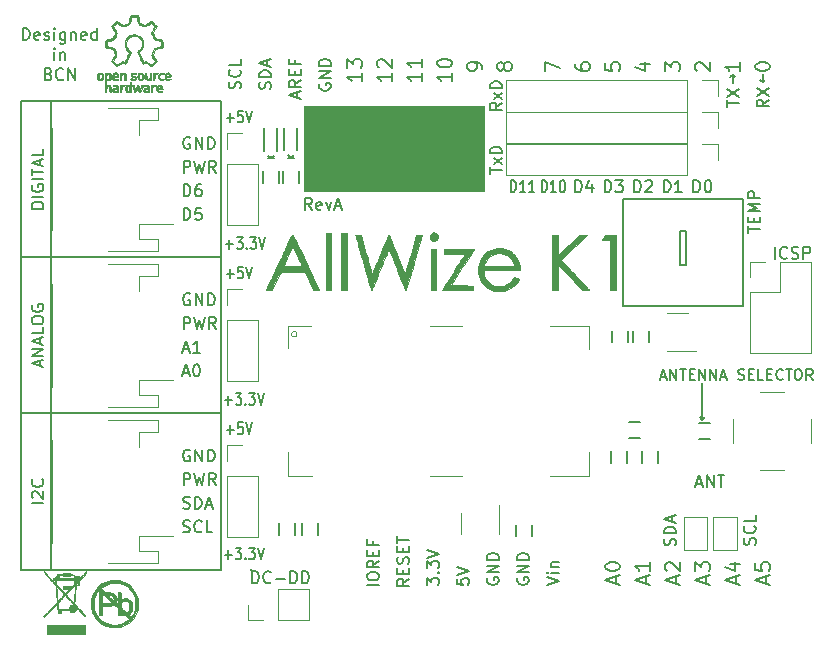
<source format=gto>
G04 #@! TF.GenerationSoftware,KiCad,Pcbnew,5.0.1-33cea8e~68~ubuntu16.04.1*
G04 #@! TF.CreationDate,2018-11-26T08:07:25+01:00*
G04 #@! TF.ProjectId,wize-shield,77697A652D736869656C642E6B696361,RevA*
G04 #@! TF.SameCoordinates,Original*
G04 #@! TF.FileFunction,Legend,Top*
G04 #@! TF.FilePolarity,Positive*
%FSLAX46Y46*%
G04 Gerber Fmt 4.6, Leading zero omitted, Abs format (unit mm)*
G04 Created by KiCad (PCBNEW 5.0.1-33cea8e~68~ubuntu16.04.1) date Mon 26 Nov 2018 08:07:25 AM CET*
%MOMM*%
%LPD*%
G01*
G04 APERTURE LIST*
%ADD10C,0.200000*%
%ADD11C,0.150000*%
%ADD12C,0.120000*%
%ADD13C,0.050000*%
%ADD14C,0.010000*%
G04 APERTURE END LIST*
D10*
X114591428Y-101851428D02*
X115200952Y-101851428D01*
X114896190Y-102232380D02*
X114896190Y-101470476D01*
X115962857Y-101232380D02*
X115581904Y-101232380D01*
X115543809Y-101708571D01*
X115581904Y-101660952D01*
X115658095Y-101613333D01*
X115848571Y-101613333D01*
X115924761Y-101660952D01*
X115962857Y-101708571D01*
X116000952Y-101803809D01*
X116000952Y-102041904D01*
X115962857Y-102137142D01*
X115924761Y-102184761D01*
X115848571Y-102232380D01*
X115658095Y-102232380D01*
X115581904Y-102184761D01*
X115543809Y-102137142D01*
X116229523Y-101232380D02*
X116496190Y-102232380D01*
X116762857Y-101232380D01*
X114520000Y-86151428D02*
X115129523Y-86151428D01*
X114824761Y-86532380D02*
X114824761Y-85770476D01*
X115434285Y-85532380D02*
X115929523Y-85532380D01*
X115662857Y-85913333D01*
X115777142Y-85913333D01*
X115853333Y-85960952D01*
X115891428Y-86008571D01*
X115929523Y-86103809D01*
X115929523Y-86341904D01*
X115891428Y-86437142D01*
X115853333Y-86484761D01*
X115777142Y-86532380D01*
X115548571Y-86532380D01*
X115472380Y-86484761D01*
X115434285Y-86437142D01*
X116272380Y-86437142D02*
X116310476Y-86484761D01*
X116272380Y-86532380D01*
X116234285Y-86484761D01*
X116272380Y-86437142D01*
X116272380Y-86532380D01*
X116577142Y-85532380D02*
X117072380Y-85532380D01*
X116805714Y-85913333D01*
X116920000Y-85913333D01*
X116996190Y-85960952D01*
X117034285Y-86008571D01*
X117072380Y-86103809D01*
X117072380Y-86341904D01*
X117034285Y-86437142D01*
X116996190Y-86484761D01*
X116920000Y-86532380D01*
X116691428Y-86532380D01*
X116615238Y-86484761D01*
X116577142Y-86437142D01*
X117300952Y-85532380D02*
X117567619Y-86532380D01*
X117834285Y-85532380D01*
X114420000Y-99351428D02*
X115029523Y-99351428D01*
X114724761Y-99732380D02*
X114724761Y-98970476D01*
X115334285Y-98732380D02*
X115829523Y-98732380D01*
X115562857Y-99113333D01*
X115677142Y-99113333D01*
X115753333Y-99160952D01*
X115791428Y-99208571D01*
X115829523Y-99303809D01*
X115829523Y-99541904D01*
X115791428Y-99637142D01*
X115753333Y-99684761D01*
X115677142Y-99732380D01*
X115448571Y-99732380D01*
X115372380Y-99684761D01*
X115334285Y-99637142D01*
X116172380Y-99637142D02*
X116210476Y-99684761D01*
X116172380Y-99732380D01*
X116134285Y-99684761D01*
X116172380Y-99637142D01*
X116172380Y-99732380D01*
X116477142Y-98732380D02*
X116972380Y-98732380D01*
X116705714Y-99113333D01*
X116820000Y-99113333D01*
X116896190Y-99160952D01*
X116934285Y-99208571D01*
X116972380Y-99303809D01*
X116972380Y-99541904D01*
X116934285Y-99637142D01*
X116896190Y-99684761D01*
X116820000Y-99732380D01*
X116591428Y-99732380D01*
X116515238Y-99684761D01*
X116477142Y-99637142D01*
X117200952Y-98732380D02*
X117467619Y-99732380D01*
X117734285Y-98732380D01*
X114591428Y-75451428D02*
X115200952Y-75451428D01*
X114896190Y-75832380D02*
X114896190Y-75070476D01*
X115962857Y-74832380D02*
X115581904Y-74832380D01*
X115543809Y-75308571D01*
X115581904Y-75260952D01*
X115658095Y-75213333D01*
X115848571Y-75213333D01*
X115924761Y-75260952D01*
X115962857Y-75308571D01*
X116000952Y-75403809D01*
X116000952Y-75641904D01*
X115962857Y-75737142D01*
X115924761Y-75784761D01*
X115848571Y-75832380D01*
X115658095Y-75832380D01*
X115581904Y-75784761D01*
X115543809Y-75737142D01*
X116229523Y-74832380D02*
X116496190Y-75832380D01*
X116762857Y-74832380D01*
D11*
X148120000Y-91380000D02*
X158320000Y-91380000D01*
D10*
X114591428Y-88651428D02*
X115200952Y-88651428D01*
X114896190Y-89032380D02*
X114896190Y-88270476D01*
X115962857Y-88032380D02*
X115581904Y-88032380D01*
X115543809Y-88508571D01*
X115581904Y-88460952D01*
X115658095Y-88413333D01*
X115848571Y-88413333D01*
X115924761Y-88460952D01*
X115962857Y-88508571D01*
X116000952Y-88603809D01*
X116000952Y-88841904D01*
X115962857Y-88937142D01*
X115924761Y-88984761D01*
X115848571Y-89032380D01*
X115658095Y-89032380D01*
X115581904Y-88984761D01*
X115543809Y-88937142D01*
X116229523Y-88032380D02*
X116496190Y-89032380D01*
X116762857Y-88032380D01*
D11*
X148120000Y-82280000D02*
X148120000Y-91380000D01*
X158320000Y-82280000D02*
X158320000Y-91380000D01*
X148120000Y-82280000D02*
X158320000Y-82280000D01*
X154840000Y-101020000D02*
X155050000Y-100810000D01*
X154840000Y-101020000D02*
X154630000Y-100810000D01*
X154840000Y-101010000D02*
X154840000Y-97930000D01*
D10*
X151331428Y-97360000D02*
X151760000Y-97360000D01*
X151245714Y-97617142D02*
X151545714Y-96717142D01*
X151845714Y-97617142D01*
X152145714Y-97617142D02*
X152145714Y-96717142D01*
X152660000Y-97617142D01*
X152660000Y-96717142D01*
X152960000Y-96717142D02*
X153474285Y-96717142D01*
X153217142Y-97617142D02*
X153217142Y-96717142D01*
X153774285Y-97145714D02*
X154074285Y-97145714D01*
X154202857Y-97617142D02*
X153774285Y-97617142D01*
X153774285Y-96717142D01*
X154202857Y-96717142D01*
X154588571Y-97617142D02*
X154588571Y-96717142D01*
X155102857Y-97617142D01*
X155102857Y-96717142D01*
X155531428Y-97617142D02*
X155531428Y-96717142D01*
X156045714Y-97617142D01*
X156045714Y-96717142D01*
X156431428Y-97360000D02*
X156860000Y-97360000D01*
X156345714Y-97617142D02*
X156645714Y-96717142D01*
X156945714Y-97617142D01*
X157888571Y-97574285D02*
X158017142Y-97617142D01*
X158231428Y-97617142D01*
X158317142Y-97574285D01*
X158360000Y-97531428D01*
X158402857Y-97445714D01*
X158402857Y-97360000D01*
X158360000Y-97274285D01*
X158317142Y-97231428D01*
X158231428Y-97188571D01*
X158060000Y-97145714D01*
X157974285Y-97102857D01*
X157931428Y-97060000D01*
X157888571Y-96974285D01*
X157888571Y-96888571D01*
X157931428Y-96802857D01*
X157974285Y-96760000D01*
X158060000Y-96717142D01*
X158274285Y-96717142D01*
X158402857Y-96760000D01*
X158788571Y-97145714D02*
X159088571Y-97145714D01*
X159217142Y-97617142D02*
X158788571Y-97617142D01*
X158788571Y-96717142D01*
X159217142Y-96717142D01*
X160031428Y-97617142D02*
X159602857Y-97617142D01*
X159602857Y-96717142D01*
X160331428Y-97145714D02*
X160631428Y-97145714D01*
X160760000Y-97617142D02*
X160331428Y-97617142D01*
X160331428Y-96717142D01*
X160760000Y-96717142D01*
X161660000Y-97531428D02*
X161617142Y-97574285D01*
X161488571Y-97617142D01*
X161402857Y-97617142D01*
X161274285Y-97574285D01*
X161188571Y-97488571D01*
X161145714Y-97402857D01*
X161102857Y-97231428D01*
X161102857Y-97102857D01*
X161145714Y-96931428D01*
X161188571Y-96845714D01*
X161274285Y-96760000D01*
X161402857Y-96717142D01*
X161488571Y-96717142D01*
X161617142Y-96760000D01*
X161660000Y-96802857D01*
X161917142Y-96717142D02*
X162431428Y-96717142D01*
X162174285Y-97617142D02*
X162174285Y-96717142D01*
X162902857Y-96717142D02*
X163074285Y-96717142D01*
X163160000Y-96760000D01*
X163245714Y-96845714D01*
X163288571Y-97017142D01*
X163288571Y-97317142D01*
X163245714Y-97488571D01*
X163160000Y-97574285D01*
X163074285Y-97617142D01*
X162902857Y-97617142D01*
X162817142Y-97574285D01*
X162731428Y-97488571D01*
X162688571Y-97317142D01*
X162688571Y-97017142D01*
X162731428Y-96845714D01*
X162817142Y-96760000D01*
X162902857Y-96717142D01*
X164188571Y-97617142D02*
X163888571Y-97188571D01*
X163674285Y-97617142D02*
X163674285Y-96717142D01*
X164017142Y-96717142D01*
X164102857Y-96760000D01*
X164145714Y-96802857D01*
X164188571Y-96888571D01*
X164188571Y-97017142D01*
X164145714Y-97102857D01*
X164102857Y-97145714D01*
X164017142Y-97188571D01*
X163674285Y-97188571D01*
X159314761Y-111580476D02*
X159362380Y-111437619D01*
X159362380Y-111199523D01*
X159314761Y-111104285D01*
X159267142Y-111056666D01*
X159171904Y-111009047D01*
X159076666Y-111009047D01*
X158981428Y-111056666D01*
X158933809Y-111104285D01*
X158886190Y-111199523D01*
X158838571Y-111390000D01*
X158790952Y-111485238D01*
X158743333Y-111532857D01*
X158648095Y-111580476D01*
X158552857Y-111580476D01*
X158457619Y-111532857D01*
X158410000Y-111485238D01*
X158362380Y-111390000D01*
X158362380Y-111151904D01*
X158410000Y-111009047D01*
X159267142Y-110009047D02*
X159314761Y-110056666D01*
X159362380Y-110199523D01*
X159362380Y-110294761D01*
X159314761Y-110437619D01*
X159219523Y-110532857D01*
X159124285Y-110580476D01*
X158933809Y-110628095D01*
X158790952Y-110628095D01*
X158600476Y-110580476D01*
X158505238Y-110532857D01*
X158410000Y-110437619D01*
X158362380Y-110294761D01*
X158362380Y-110199523D01*
X158410000Y-110056666D01*
X158457619Y-110009047D01*
X159362380Y-109104285D02*
X159362380Y-109580476D01*
X158362380Y-109580476D01*
X152564761Y-111634285D02*
X152612380Y-111491428D01*
X152612380Y-111253333D01*
X152564761Y-111158095D01*
X152517142Y-111110476D01*
X152421904Y-111062857D01*
X152326666Y-111062857D01*
X152231428Y-111110476D01*
X152183809Y-111158095D01*
X152136190Y-111253333D01*
X152088571Y-111443809D01*
X152040952Y-111539047D01*
X151993333Y-111586666D01*
X151898095Y-111634285D01*
X151802857Y-111634285D01*
X151707619Y-111586666D01*
X151660000Y-111539047D01*
X151612380Y-111443809D01*
X151612380Y-111205714D01*
X151660000Y-111062857D01*
X152612380Y-110634285D02*
X151612380Y-110634285D01*
X151612380Y-110396190D01*
X151660000Y-110253333D01*
X151755238Y-110158095D01*
X151850476Y-110110476D01*
X152040952Y-110062857D01*
X152183809Y-110062857D01*
X152374285Y-110110476D01*
X152469523Y-110158095D01*
X152564761Y-110253333D01*
X152612380Y-110396190D01*
X152612380Y-110634285D01*
X152326666Y-109681904D02*
X152326666Y-109205714D01*
X152612380Y-109777142D02*
X151612380Y-109443809D01*
X152612380Y-109110476D01*
D11*
X117780000Y-77130000D02*
X117780000Y-77110000D01*
X117780000Y-77130000D02*
X117780000Y-77160000D01*
X120570000Y-77120000D02*
X120570000Y-77160000D01*
D10*
X116739047Y-114832380D02*
X116739047Y-113832380D01*
X116977142Y-113832380D01*
X117120000Y-113880000D01*
X117215238Y-113975238D01*
X117262857Y-114070476D01*
X117310476Y-114260952D01*
X117310476Y-114403809D01*
X117262857Y-114594285D01*
X117215238Y-114689523D01*
X117120000Y-114784761D01*
X116977142Y-114832380D01*
X116739047Y-114832380D01*
X118310476Y-114737142D02*
X118262857Y-114784761D01*
X118120000Y-114832380D01*
X118024761Y-114832380D01*
X117881904Y-114784761D01*
X117786666Y-114689523D01*
X117739047Y-114594285D01*
X117691428Y-114403809D01*
X117691428Y-114260952D01*
X117739047Y-114070476D01*
X117786666Y-113975238D01*
X117881904Y-113880000D01*
X118024761Y-113832380D01*
X118120000Y-113832380D01*
X118262857Y-113880000D01*
X118310476Y-113927619D01*
X118739047Y-114451428D02*
X119500952Y-114451428D01*
X119977142Y-114832380D02*
X119977142Y-113832380D01*
X120215238Y-113832380D01*
X120358095Y-113880000D01*
X120453333Y-113975238D01*
X120500952Y-114070476D01*
X120548571Y-114260952D01*
X120548571Y-114403809D01*
X120500952Y-114594285D01*
X120453333Y-114689523D01*
X120358095Y-114784761D01*
X120215238Y-114832380D01*
X119977142Y-114832380D01*
X120977142Y-114832380D02*
X120977142Y-113832380D01*
X121215238Y-113832380D01*
X121358095Y-113880000D01*
X121453333Y-113975238D01*
X121500952Y-114070476D01*
X121548571Y-114260952D01*
X121548571Y-114403809D01*
X121500952Y-114594285D01*
X121453333Y-114689523D01*
X121358095Y-114784761D01*
X121215238Y-114832380D01*
X120977142Y-114832380D01*
X137872380Y-74175238D02*
X137396190Y-74508571D01*
X137872380Y-74746666D02*
X136872380Y-74746666D01*
X136872380Y-74365714D01*
X136920000Y-74270476D01*
X136967619Y-74222857D01*
X137062857Y-74175238D01*
X137205714Y-74175238D01*
X137300952Y-74222857D01*
X137348571Y-74270476D01*
X137396190Y-74365714D01*
X137396190Y-74746666D01*
X137872380Y-73841904D02*
X137205714Y-73318095D01*
X137205714Y-73841904D02*
X137872380Y-73318095D01*
X137872380Y-72937142D02*
X136872380Y-72937142D01*
X136872380Y-72699047D01*
X136920000Y-72556190D01*
X137015238Y-72460952D01*
X137110476Y-72413333D01*
X137300952Y-72365714D01*
X137443809Y-72365714D01*
X137634285Y-72413333D01*
X137729523Y-72460952D01*
X137824761Y-72556190D01*
X137872380Y-72699047D01*
X137872380Y-72937142D01*
X136872380Y-80170476D02*
X136872380Y-79599047D01*
X137872380Y-79884761D02*
X136872380Y-79884761D01*
X137872380Y-79360952D02*
X137205714Y-78837142D01*
X137205714Y-79360952D02*
X137872380Y-78837142D01*
X137872380Y-78456190D02*
X136872380Y-78456190D01*
X136872380Y-78218095D01*
X136920000Y-78075238D01*
X137015238Y-77980000D01*
X137110476Y-77932380D01*
X137300952Y-77884761D01*
X137443809Y-77884761D01*
X137634285Y-77932380D01*
X137729523Y-77980000D01*
X137824761Y-78075238D01*
X137872380Y-78218095D01*
X137872380Y-78456190D01*
X138648571Y-81732380D02*
X138648571Y-80732380D01*
X138839047Y-80732380D01*
X138953333Y-80780000D01*
X139029523Y-80875238D01*
X139067619Y-80970476D01*
X139105714Y-81160952D01*
X139105714Y-81303809D01*
X139067619Y-81494285D01*
X139029523Y-81589523D01*
X138953333Y-81684761D01*
X138839047Y-81732380D01*
X138648571Y-81732380D01*
X139867619Y-81732380D02*
X139410476Y-81732380D01*
X139639047Y-81732380D02*
X139639047Y-80732380D01*
X139562857Y-80875238D01*
X139486666Y-80970476D01*
X139410476Y-81018095D01*
X140629523Y-81732380D02*
X140172380Y-81732380D01*
X140400952Y-81732380D02*
X140400952Y-80732380D01*
X140324761Y-80875238D01*
X140248571Y-80970476D01*
X140172380Y-81018095D01*
X141248571Y-81732380D02*
X141248571Y-80732380D01*
X141439047Y-80732380D01*
X141553333Y-80780000D01*
X141629523Y-80875238D01*
X141667619Y-80970476D01*
X141705714Y-81160952D01*
X141705714Y-81303809D01*
X141667619Y-81494285D01*
X141629523Y-81589523D01*
X141553333Y-81684761D01*
X141439047Y-81732380D01*
X141248571Y-81732380D01*
X142467619Y-81732380D02*
X142010476Y-81732380D01*
X142239047Y-81732380D02*
X142239047Y-80732380D01*
X142162857Y-80875238D01*
X142086666Y-80970476D01*
X142010476Y-81018095D01*
X142962857Y-80732380D02*
X143039047Y-80732380D01*
X143115238Y-80780000D01*
X143153333Y-80827619D01*
X143191428Y-80922857D01*
X143229523Y-81113333D01*
X143229523Y-81351428D01*
X143191428Y-81541904D01*
X143153333Y-81637142D01*
X143115238Y-81684761D01*
X143039047Y-81732380D01*
X142962857Y-81732380D01*
X142886666Y-81684761D01*
X142848571Y-81637142D01*
X142810476Y-81541904D01*
X142772380Y-81351428D01*
X142772380Y-81113333D01*
X142810476Y-80922857D01*
X142848571Y-80827619D01*
X142886666Y-80780000D01*
X142962857Y-80732380D01*
X144091904Y-81732380D02*
X144091904Y-80732380D01*
X144330000Y-80732380D01*
X144472857Y-80780000D01*
X144568095Y-80875238D01*
X144615714Y-80970476D01*
X144663333Y-81160952D01*
X144663333Y-81303809D01*
X144615714Y-81494285D01*
X144568095Y-81589523D01*
X144472857Y-81684761D01*
X144330000Y-81732380D01*
X144091904Y-81732380D01*
X145520476Y-81065714D02*
X145520476Y-81732380D01*
X145282380Y-80684761D02*
X145044285Y-81399047D01*
X145663333Y-81399047D01*
X146591904Y-81732380D02*
X146591904Y-80732380D01*
X146830000Y-80732380D01*
X146972857Y-80780000D01*
X147068095Y-80875238D01*
X147115714Y-80970476D01*
X147163333Y-81160952D01*
X147163333Y-81303809D01*
X147115714Y-81494285D01*
X147068095Y-81589523D01*
X146972857Y-81684761D01*
X146830000Y-81732380D01*
X146591904Y-81732380D01*
X147496666Y-80732380D02*
X148115714Y-80732380D01*
X147782380Y-81113333D01*
X147925238Y-81113333D01*
X148020476Y-81160952D01*
X148068095Y-81208571D01*
X148115714Y-81303809D01*
X148115714Y-81541904D01*
X148068095Y-81637142D01*
X148020476Y-81684761D01*
X147925238Y-81732380D01*
X147639523Y-81732380D01*
X147544285Y-81684761D01*
X147496666Y-81637142D01*
X149091904Y-81732380D02*
X149091904Y-80732380D01*
X149330000Y-80732380D01*
X149472857Y-80780000D01*
X149568095Y-80875238D01*
X149615714Y-80970476D01*
X149663333Y-81160952D01*
X149663333Y-81303809D01*
X149615714Y-81494285D01*
X149568095Y-81589523D01*
X149472857Y-81684761D01*
X149330000Y-81732380D01*
X149091904Y-81732380D01*
X150044285Y-80827619D02*
X150091904Y-80780000D01*
X150187142Y-80732380D01*
X150425238Y-80732380D01*
X150520476Y-80780000D01*
X150568095Y-80827619D01*
X150615714Y-80922857D01*
X150615714Y-81018095D01*
X150568095Y-81160952D01*
X149996666Y-81732380D01*
X150615714Y-81732380D01*
X151591904Y-81732380D02*
X151591904Y-80732380D01*
X151830000Y-80732380D01*
X151972857Y-80780000D01*
X152068095Y-80875238D01*
X152115714Y-80970476D01*
X152163333Y-81160952D01*
X152163333Y-81303809D01*
X152115714Y-81494285D01*
X152068095Y-81589523D01*
X151972857Y-81684761D01*
X151830000Y-81732380D01*
X151591904Y-81732380D01*
X153115714Y-81732380D02*
X152544285Y-81732380D01*
X152830000Y-81732380D02*
X152830000Y-80732380D01*
X152734761Y-80875238D01*
X152639523Y-80970476D01*
X152544285Y-81018095D01*
X154096904Y-81732380D02*
X154096904Y-80732380D01*
X154335000Y-80732380D01*
X154477857Y-80780000D01*
X154573095Y-80875238D01*
X154620714Y-80970476D01*
X154668333Y-81160952D01*
X154668333Y-81303809D01*
X154620714Y-81494285D01*
X154573095Y-81589523D01*
X154477857Y-81684761D01*
X154335000Y-81732380D01*
X154096904Y-81732380D01*
X155287380Y-80732380D02*
X155382619Y-80732380D01*
X155477857Y-80780000D01*
X155525476Y-80827619D01*
X155573095Y-80922857D01*
X155620714Y-81113333D01*
X155620714Y-81351428D01*
X155573095Y-81541904D01*
X155525476Y-81637142D01*
X155477857Y-81684761D01*
X155382619Y-81732380D01*
X155287380Y-81732380D01*
X155192142Y-81684761D01*
X155144523Y-81637142D01*
X155096904Y-81541904D01*
X155049285Y-81351428D01*
X155049285Y-81113333D01*
X155096904Y-80922857D01*
X155144523Y-80827619D01*
X155192142Y-80780000D01*
X155287380Y-80732380D01*
X99072380Y-108056190D02*
X98072380Y-108056190D01*
X98167619Y-107627619D02*
X98120000Y-107580000D01*
X98072380Y-107484761D01*
X98072380Y-107246666D01*
X98120000Y-107151428D01*
X98167619Y-107103809D01*
X98262857Y-107056190D01*
X98358095Y-107056190D01*
X98500952Y-107103809D01*
X99072380Y-107675238D01*
X99072380Y-107056190D01*
X98977142Y-106056190D02*
X99024761Y-106103809D01*
X99072380Y-106246666D01*
X99072380Y-106341904D01*
X99024761Y-106484761D01*
X98929523Y-106580000D01*
X98834285Y-106627619D01*
X98643809Y-106675238D01*
X98500952Y-106675238D01*
X98310476Y-106627619D01*
X98215238Y-106580000D01*
X98120000Y-106484761D01*
X98072380Y-106341904D01*
X98072380Y-106246666D01*
X98120000Y-106103809D01*
X98167619Y-106056190D01*
X98786666Y-96479047D02*
X98786666Y-96002857D01*
X99072380Y-96574285D02*
X98072380Y-96240952D01*
X99072380Y-95907619D01*
X99072380Y-95574285D02*
X98072380Y-95574285D01*
X99072380Y-95002857D01*
X98072380Y-95002857D01*
X98786666Y-94574285D02*
X98786666Y-94098095D01*
X99072380Y-94669523D02*
X98072380Y-94336190D01*
X99072380Y-94002857D01*
X99072380Y-93193333D02*
X99072380Y-93669523D01*
X98072380Y-93669523D01*
X98072380Y-92669523D02*
X98072380Y-92479047D01*
X98120000Y-92383809D01*
X98215238Y-92288571D01*
X98405714Y-92240952D01*
X98739047Y-92240952D01*
X98929523Y-92288571D01*
X99024761Y-92383809D01*
X99072380Y-92479047D01*
X99072380Y-92669523D01*
X99024761Y-92764761D01*
X98929523Y-92860000D01*
X98739047Y-92907619D01*
X98405714Y-92907619D01*
X98215238Y-92860000D01*
X98120000Y-92764761D01*
X98072380Y-92669523D01*
X98120000Y-91288571D02*
X98072380Y-91383809D01*
X98072380Y-91526666D01*
X98120000Y-91669523D01*
X98215238Y-91764761D01*
X98310476Y-91812380D01*
X98500952Y-91860000D01*
X98643809Y-91860000D01*
X98834285Y-91812380D01*
X98929523Y-91764761D01*
X99024761Y-91669523D01*
X99072380Y-91526666D01*
X99072380Y-91431428D01*
X99024761Y-91288571D01*
X98977142Y-91240952D01*
X98643809Y-91240952D01*
X98643809Y-91431428D01*
D11*
X97160000Y-87250000D02*
X99700000Y-87250000D01*
X97160000Y-100470000D02*
X99700000Y-100470000D01*
X99700000Y-113690000D02*
X97150000Y-113690000D01*
X116650000Y-113680000D02*
X116650000Y-113690000D01*
X97150000Y-74040000D02*
X97150000Y-113690000D01*
X97160000Y-74030000D02*
X99700000Y-74030000D01*
D10*
X99072380Y-83132380D02*
X98072380Y-83132380D01*
X98072380Y-82894285D01*
X98120000Y-82751428D01*
X98215238Y-82656190D01*
X98310476Y-82608571D01*
X98500952Y-82560952D01*
X98643809Y-82560952D01*
X98834285Y-82608571D01*
X98929523Y-82656190D01*
X99024761Y-82751428D01*
X99072380Y-82894285D01*
X99072380Y-83132380D01*
X99072380Y-82132380D02*
X98072380Y-82132380D01*
X98120000Y-81132380D02*
X98072380Y-81227619D01*
X98072380Y-81370476D01*
X98120000Y-81513333D01*
X98215238Y-81608571D01*
X98310476Y-81656190D01*
X98500952Y-81703809D01*
X98643809Y-81703809D01*
X98834285Y-81656190D01*
X98929523Y-81608571D01*
X99024761Y-81513333D01*
X99072380Y-81370476D01*
X99072380Y-81275238D01*
X99024761Y-81132380D01*
X98977142Y-81084761D01*
X98643809Y-81084761D01*
X98643809Y-81275238D01*
X99072380Y-80656190D02*
X98072380Y-80656190D01*
X98072380Y-80322857D02*
X98072380Y-79751428D01*
X99072380Y-80037142D02*
X98072380Y-80037142D01*
X98786666Y-79465714D02*
X98786666Y-78989523D01*
X99072380Y-79560952D02*
X98072380Y-79227619D01*
X99072380Y-78894285D01*
X99072380Y-78084761D02*
X99072380Y-78560952D01*
X98072380Y-78560952D01*
D11*
X99700000Y-100470000D02*
X114110000Y-100470000D01*
X99700000Y-87250000D02*
X114110000Y-87250000D01*
X99700000Y-113690000D02*
X99700000Y-74030000D01*
X114110000Y-113690000D02*
X99700000Y-113690000D01*
X114110000Y-74030000D02*
X114110000Y-113690000D01*
X99700000Y-74030000D02*
X114110000Y-74030000D01*
D10*
X110890476Y-108484761D02*
X111033333Y-108532380D01*
X111271428Y-108532380D01*
X111366666Y-108484761D01*
X111414285Y-108437142D01*
X111461904Y-108341904D01*
X111461904Y-108246666D01*
X111414285Y-108151428D01*
X111366666Y-108103809D01*
X111271428Y-108056190D01*
X111080952Y-108008571D01*
X110985714Y-107960952D01*
X110938095Y-107913333D01*
X110890476Y-107818095D01*
X110890476Y-107722857D01*
X110938095Y-107627619D01*
X110985714Y-107580000D01*
X111080952Y-107532380D01*
X111319047Y-107532380D01*
X111461904Y-107580000D01*
X111890476Y-108532380D02*
X111890476Y-107532380D01*
X112128571Y-107532380D01*
X112271428Y-107580000D01*
X112366666Y-107675238D01*
X112414285Y-107770476D01*
X112461904Y-107960952D01*
X112461904Y-108103809D01*
X112414285Y-108294285D01*
X112366666Y-108389523D01*
X112271428Y-108484761D01*
X112128571Y-108532380D01*
X111890476Y-108532380D01*
X112842857Y-108246666D02*
X113319047Y-108246666D01*
X112747619Y-108532380D02*
X113080952Y-107532380D01*
X113414285Y-108532380D01*
X110890476Y-110484761D02*
X111033333Y-110532380D01*
X111271428Y-110532380D01*
X111366666Y-110484761D01*
X111414285Y-110437142D01*
X111461904Y-110341904D01*
X111461904Y-110246666D01*
X111414285Y-110151428D01*
X111366666Y-110103809D01*
X111271428Y-110056190D01*
X111080952Y-110008571D01*
X110985714Y-109960952D01*
X110938095Y-109913333D01*
X110890476Y-109818095D01*
X110890476Y-109722857D01*
X110938095Y-109627619D01*
X110985714Y-109580000D01*
X111080952Y-109532380D01*
X111319047Y-109532380D01*
X111461904Y-109580000D01*
X112461904Y-110437142D02*
X112414285Y-110484761D01*
X112271428Y-110532380D01*
X112176190Y-110532380D01*
X112033333Y-110484761D01*
X111938095Y-110389523D01*
X111890476Y-110294285D01*
X111842857Y-110103809D01*
X111842857Y-109960952D01*
X111890476Y-109770476D01*
X111938095Y-109675238D01*
X112033333Y-109580000D01*
X112176190Y-109532380D01*
X112271428Y-109532380D01*
X112414285Y-109580000D01*
X112461904Y-109627619D01*
X113366666Y-110532380D02*
X112890476Y-110532380D01*
X112890476Y-109532380D01*
X110938095Y-106532380D02*
X110938095Y-105532380D01*
X111319047Y-105532380D01*
X111414285Y-105580000D01*
X111461904Y-105627619D01*
X111509523Y-105722857D01*
X111509523Y-105865714D01*
X111461904Y-105960952D01*
X111414285Y-106008571D01*
X111319047Y-106056190D01*
X110938095Y-106056190D01*
X111842857Y-105532380D02*
X112080952Y-106532380D01*
X112271428Y-105818095D01*
X112461904Y-106532380D01*
X112700000Y-105532380D01*
X113652380Y-106532380D02*
X113319047Y-106056190D01*
X113080952Y-106532380D02*
X113080952Y-105532380D01*
X113461904Y-105532380D01*
X113557142Y-105580000D01*
X113604761Y-105627619D01*
X113652380Y-105722857D01*
X113652380Y-105865714D01*
X113604761Y-105960952D01*
X113557142Y-106008571D01*
X113461904Y-106056190D01*
X113080952Y-106056190D01*
X111461904Y-103580000D02*
X111366666Y-103532380D01*
X111223809Y-103532380D01*
X111080952Y-103580000D01*
X110985714Y-103675238D01*
X110938095Y-103770476D01*
X110890476Y-103960952D01*
X110890476Y-104103809D01*
X110938095Y-104294285D01*
X110985714Y-104389523D01*
X111080952Y-104484761D01*
X111223809Y-104532380D01*
X111319047Y-104532380D01*
X111461904Y-104484761D01*
X111509523Y-104437142D01*
X111509523Y-104103809D01*
X111319047Y-104103809D01*
X111938095Y-104532380D02*
X111938095Y-103532380D01*
X112509523Y-104532380D01*
X112509523Y-103532380D01*
X112985714Y-104532380D02*
X112985714Y-103532380D01*
X113223809Y-103532380D01*
X113366666Y-103580000D01*
X113461904Y-103675238D01*
X113509523Y-103770476D01*
X113557142Y-103960952D01*
X113557142Y-104103809D01*
X113509523Y-104294285D01*
X113461904Y-104389523D01*
X113366666Y-104484761D01*
X113223809Y-104532380D01*
X112985714Y-104532380D01*
X111471904Y-90360000D02*
X111376666Y-90312380D01*
X111233809Y-90312380D01*
X111090952Y-90360000D01*
X110995714Y-90455238D01*
X110948095Y-90550476D01*
X110900476Y-90740952D01*
X110900476Y-90883809D01*
X110948095Y-91074285D01*
X110995714Y-91169523D01*
X111090952Y-91264761D01*
X111233809Y-91312380D01*
X111329047Y-91312380D01*
X111471904Y-91264761D01*
X111519523Y-91217142D01*
X111519523Y-90883809D01*
X111329047Y-90883809D01*
X111948095Y-91312380D02*
X111948095Y-90312380D01*
X112519523Y-91312380D01*
X112519523Y-90312380D01*
X112995714Y-91312380D02*
X112995714Y-90312380D01*
X113233809Y-90312380D01*
X113376666Y-90360000D01*
X113471904Y-90455238D01*
X113519523Y-90550476D01*
X113567142Y-90740952D01*
X113567142Y-90883809D01*
X113519523Y-91074285D01*
X113471904Y-91169523D01*
X113376666Y-91264761D01*
X113233809Y-91312380D01*
X112995714Y-91312380D01*
X110948095Y-93312380D02*
X110948095Y-92312380D01*
X111329047Y-92312380D01*
X111424285Y-92360000D01*
X111471904Y-92407619D01*
X111519523Y-92502857D01*
X111519523Y-92645714D01*
X111471904Y-92740952D01*
X111424285Y-92788571D01*
X111329047Y-92836190D01*
X110948095Y-92836190D01*
X111852857Y-92312380D02*
X112090952Y-93312380D01*
X112281428Y-92598095D01*
X112471904Y-93312380D01*
X112710000Y-92312380D01*
X113662380Y-93312380D02*
X113329047Y-92836190D01*
X113090952Y-93312380D02*
X113090952Y-92312380D01*
X113471904Y-92312380D01*
X113567142Y-92360000D01*
X113614761Y-92407619D01*
X113662380Y-92502857D01*
X113662380Y-92645714D01*
X113614761Y-92740952D01*
X113567142Y-92788571D01*
X113471904Y-92836190D01*
X113090952Y-92836190D01*
X110900476Y-97026666D02*
X111376666Y-97026666D01*
X110805238Y-97312380D02*
X111138571Y-96312380D01*
X111471904Y-97312380D01*
X111995714Y-96312380D02*
X112090952Y-96312380D01*
X112186190Y-96360000D01*
X112233809Y-96407619D01*
X112281428Y-96502857D01*
X112329047Y-96693333D01*
X112329047Y-96931428D01*
X112281428Y-97121904D01*
X112233809Y-97217142D01*
X112186190Y-97264761D01*
X112090952Y-97312380D01*
X111995714Y-97312380D01*
X111900476Y-97264761D01*
X111852857Y-97217142D01*
X111805238Y-97121904D01*
X111757619Y-96931428D01*
X111757619Y-96693333D01*
X111805238Y-96502857D01*
X111852857Y-96407619D01*
X111900476Y-96360000D01*
X111995714Y-96312380D01*
X110900476Y-95026666D02*
X111376666Y-95026666D01*
X110805238Y-95312380D02*
X111138571Y-94312380D01*
X111471904Y-95312380D01*
X112329047Y-95312380D02*
X111757619Y-95312380D01*
X112043333Y-95312380D02*
X112043333Y-94312380D01*
X111948095Y-94455238D01*
X111852857Y-94550476D01*
X111757619Y-94598095D01*
X110948095Y-82082380D02*
X110948095Y-81082380D01*
X111186190Y-81082380D01*
X111329047Y-81130000D01*
X111424285Y-81225238D01*
X111471904Y-81320476D01*
X111519523Y-81510952D01*
X111519523Y-81653809D01*
X111471904Y-81844285D01*
X111424285Y-81939523D01*
X111329047Y-82034761D01*
X111186190Y-82082380D01*
X110948095Y-82082380D01*
X112376666Y-81082380D02*
X112186190Y-81082380D01*
X112090952Y-81130000D01*
X112043333Y-81177619D01*
X111948095Y-81320476D01*
X111900476Y-81510952D01*
X111900476Y-81891904D01*
X111948095Y-81987142D01*
X111995714Y-82034761D01*
X112090952Y-82082380D01*
X112281428Y-82082380D01*
X112376666Y-82034761D01*
X112424285Y-81987142D01*
X112471904Y-81891904D01*
X112471904Y-81653809D01*
X112424285Y-81558571D01*
X112376666Y-81510952D01*
X112281428Y-81463333D01*
X112090952Y-81463333D01*
X111995714Y-81510952D01*
X111948095Y-81558571D01*
X111900476Y-81653809D01*
X110948095Y-84082380D02*
X110948095Y-83082380D01*
X111186190Y-83082380D01*
X111329047Y-83130000D01*
X111424285Y-83225238D01*
X111471904Y-83320476D01*
X111519523Y-83510952D01*
X111519523Y-83653809D01*
X111471904Y-83844285D01*
X111424285Y-83939523D01*
X111329047Y-84034761D01*
X111186190Y-84082380D01*
X110948095Y-84082380D01*
X112424285Y-83082380D02*
X111948095Y-83082380D01*
X111900476Y-83558571D01*
X111948095Y-83510952D01*
X112043333Y-83463333D01*
X112281428Y-83463333D01*
X112376666Y-83510952D01*
X112424285Y-83558571D01*
X112471904Y-83653809D01*
X112471904Y-83891904D01*
X112424285Y-83987142D01*
X112376666Y-84034761D01*
X112281428Y-84082380D01*
X112043333Y-84082380D01*
X111948095Y-84034761D01*
X111900476Y-83987142D01*
X110948095Y-80082380D02*
X110948095Y-79082380D01*
X111329047Y-79082380D01*
X111424285Y-79130000D01*
X111471904Y-79177619D01*
X111519523Y-79272857D01*
X111519523Y-79415714D01*
X111471904Y-79510952D01*
X111424285Y-79558571D01*
X111329047Y-79606190D01*
X110948095Y-79606190D01*
X111852857Y-79082380D02*
X112090952Y-80082380D01*
X112281428Y-79368095D01*
X112471904Y-80082380D01*
X112710000Y-79082380D01*
X113662380Y-80082380D02*
X113329047Y-79606190D01*
X113090952Y-80082380D02*
X113090952Y-79082380D01*
X113471904Y-79082380D01*
X113567142Y-79130000D01*
X113614761Y-79177619D01*
X113662380Y-79272857D01*
X113662380Y-79415714D01*
X113614761Y-79510952D01*
X113567142Y-79558571D01*
X113471904Y-79606190D01*
X113090952Y-79606190D01*
X111471904Y-77130000D02*
X111376666Y-77082380D01*
X111233809Y-77082380D01*
X111090952Y-77130000D01*
X110995714Y-77225238D01*
X110948095Y-77320476D01*
X110900476Y-77510952D01*
X110900476Y-77653809D01*
X110948095Y-77844285D01*
X110995714Y-77939523D01*
X111090952Y-78034761D01*
X111233809Y-78082380D01*
X111329047Y-78082380D01*
X111471904Y-78034761D01*
X111519523Y-77987142D01*
X111519523Y-77653809D01*
X111329047Y-77653809D01*
X111948095Y-78082380D02*
X111948095Y-77082380D01*
X112519523Y-78082380D01*
X112519523Y-77082380D01*
X112995714Y-78082380D02*
X112995714Y-77082380D01*
X113233809Y-77082380D01*
X113376666Y-77130000D01*
X113471904Y-77225238D01*
X113519523Y-77320476D01*
X113567142Y-77510952D01*
X113567142Y-77653809D01*
X113519523Y-77844285D01*
X113471904Y-77939523D01*
X113376666Y-78034761D01*
X113233809Y-78082380D01*
X112995714Y-78082380D01*
D11*
X159970000Y-72430000D02*
X160190000Y-72210000D01*
X159970000Y-72430000D02*
X159760000Y-72220000D01*
X159970000Y-72440000D02*
X159970000Y-71740000D01*
X157420000Y-71790000D02*
X157420000Y-72490000D01*
X157420000Y-71800000D02*
X157630000Y-72010000D01*
X157420000Y-71800000D02*
X157200000Y-72020000D01*
D10*
X114420000Y-112451428D02*
X115029523Y-112451428D01*
X114724761Y-112832380D02*
X114724761Y-112070476D01*
X115334285Y-111832380D02*
X115829523Y-111832380D01*
X115562857Y-112213333D01*
X115677142Y-112213333D01*
X115753333Y-112260952D01*
X115791428Y-112308571D01*
X115829523Y-112403809D01*
X115829523Y-112641904D01*
X115791428Y-112737142D01*
X115753333Y-112784761D01*
X115677142Y-112832380D01*
X115448571Y-112832380D01*
X115372380Y-112784761D01*
X115334285Y-112737142D01*
X116172380Y-112737142D02*
X116210476Y-112784761D01*
X116172380Y-112832380D01*
X116134285Y-112784761D01*
X116172380Y-112737142D01*
X116172380Y-112832380D01*
X116477142Y-111832380D02*
X116972380Y-111832380D01*
X116705714Y-112213333D01*
X116820000Y-112213333D01*
X116896190Y-112260952D01*
X116934285Y-112308571D01*
X116972380Y-112403809D01*
X116972380Y-112641904D01*
X116934285Y-112737142D01*
X116896190Y-112784761D01*
X116820000Y-112832380D01*
X116591428Y-112832380D01*
X116515238Y-112784761D01*
X116477142Y-112737142D01*
X117200952Y-111832380D02*
X117467619Y-112832380D01*
X117734285Y-111832380D01*
X160993809Y-87372380D02*
X160993809Y-86372380D01*
X162041428Y-87277142D02*
X161993809Y-87324761D01*
X161850952Y-87372380D01*
X161755714Y-87372380D01*
X161612857Y-87324761D01*
X161517619Y-87229523D01*
X161470000Y-87134285D01*
X161422380Y-86943809D01*
X161422380Y-86800952D01*
X161470000Y-86610476D01*
X161517619Y-86515238D01*
X161612857Y-86420000D01*
X161755714Y-86372380D01*
X161850952Y-86372380D01*
X161993809Y-86420000D01*
X162041428Y-86467619D01*
X162422380Y-87324761D02*
X162565238Y-87372380D01*
X162803333Y-87372380D01*
X162898571Y-87324761D01*
X162946190Y-87277142D01*
X162993809Y-87181904D01*
X162993809Y-87086666D01*
X162946190Y-86991428D01*
X162898571Y-86943809D01*
X162803333Y-86896190D01*
X162612857Y-86848571D01*
X162517619Y-86800952D01*
X162470000Y-86753333D01*
X162422380Y-86658095D01*
X162422380Y-86562857D01*
X162470000Y-86467619D01*
X162517619Y-86420000D01*
X162612857Y-86372380D01*
X162850952Y-86372380D01*
X162993809Y-86420000D01*
X163422380Y-87372380D02*
X163422380Y-86372380D01*
X163803333Y-86372380D01*
X163898571Y-86420000D01*
X163946190Y-86467619D01*
X163993809Y-86562857D01*
X163993809Y-86705714D01*
X163946190Y-86800952D01*
X163898571Y-86848571D01*
X163803333Y-86896190D01*
X163422380Y-86896190D01*
X158742380Y-85179523D02*
X158742380Y-84608095D01*
X159742380Y-84893809D02*
X158742380Y-84893809D01*
X159218571Y-84274761D02*
X159218571Y-83941428D01*
X159742380Y-83798571D02*
X159742380Y-84274761D01*
X158742380Y-84274761D01*
X158742380Y-83798571D01*
X159742380Y-83370000D02*
X158742380Y-83370000D01*
X159456666Y-83036666D01*
X158742380Y-82703333D01*
X159742380Y-82703333D01*
X159742380Y-82227142D02*
X158742380Y-82227142D01*
X158742380Y-81846190D01*
X158790000Y-81750952D01*
X158837619Y-81703333D01*
X158932857Y-81655714D01*
X159075714Y-81655714D01*
X159170952Y-81703333D01*
X159218571Y-81750952D01*
X159266190Y-81846190D01*
X159266190Y-82227142D01*
X154347142Y-106426666D02*
X154823333Y-106426666D01*
X154251904Y-106712380D02*
X154585238Y-105712380D01*
X154918571Y-106712380D01*
X155251904Y-106712380D02*
X155251904Y-105712380D01*
X155823333Y-106712380D01*
X155823333Y-105712380D01*
X156156666Y-105712380D02*
X156728095Y-105712380D01*
X156442380Y-106712380D02*
X156442380Y-105712380D01*
X97340952Y-68852380D02*
X97340952Y-67852380D01*
X97579047Y-67852380D01*
X97721904Y-67900000D01*
X97817142Y-67995238D01*
X97864761Y-68090476D01*
X97912380Y-68280952D01*
X97912380Y-68423809D01*
X97864761Y-68614285D01*
X97817142Y-68709523D01*
X97721904Y-68804761D01*
X97579047Y-68852380D01*
X97340952Y-68852380D01*
X98721904Y-68804761D02*
X98626666Y-68852380D01*
X98436190Y-68852380D01*
X98340952Y-68804761D01*
X98293333Y-68709523D01*
X98293333Y-68328571D01*
X98340952Y-68233333D01*
X98436190Y-68185714D01*
X98626666Y-68185714D01*
X98721904Y-68233333D01*
X98769523Y-68328571D01*
X98769523Y-68423809D01*
X98293333Y-68519047D01*
X99150476Y-68804761D02*
X99245714Y-68852380D01*
X99436190Y-68852380D01*
X99531428Y-68804761D01*
X99579047Y-68709523D01*
X99579047Y-68661904D01*
X99531428Y-68566666D01*
X99436190Y-68519047D01*
X99293333Y-68519047D01*
X99198095Y-68471428D01*
X99150476Y-68376190D01*
X99150476Y-68328571D01*
X99198095Y-68233333D01*
X99293333Y-68185714D01*
X99436190Y-68185714D01*
X99531428Y-68233333D01*
X100007619Y-68852380D02*
X100007619Y-68185714D01*
X100007619Y-67852380D02*
X99960000Y-67900000D01*
X100007619Y-67947619D01*
X100055238Y-67900000D01*
X100007619Y-67852380D01*
X100007619Y-67947619D01*
X100912380Y-68185714D02*
X100912380Y-68995238D01*
X100864761Y-69090476D01*
X100817142Y-69138095D01*
X100721904Y-69185714D01*
X100579047Y-69185714D01*
X100483809Y-69138095D01*
X100912380Y-68804761D02*
X100817142Y-68852380D01*
X100626666Y-68852380D01*
X100531428Y-68804761D01*
X100483809Y-68757142D01*
X100436190Y-68661904D01*
X100436190Y-68376190D01*
X100483809Y-68280952D01*
X100531428Y-68233333D01*
X100626666Y-68185714D01*
X100817142Y-68185714D01*
X100912380Y-68233333D01*
X101388571Y-68185714D02*
X101388571Y-68852380D01*
X101388571Y-68280952D02*
X101436190Y-68233333D01*
X101531428Y-68185714D01*
X101674285Y-68185714D01*
X101769523Y-68233333D01*
X101817142Y-68328571D01*
X101817142Y-68852380D01*
X102674285Y-68804761D02*
X102579047Y-68852380D01*
X102388571Y-68852380D01*
X102293333Y-68804761D01*
X102245714Y-68709523D01*
X102245714Y-68328571D01*
X102293333Y-68233333D01*
X102388571Y-68185714D01*
X102579047Y-68185714D01*
X102674285Y-68233333D01*
X102721904Y-68328571D01*
X102721904Y-68423809D01*
X102245714Y-68519047D01*
X103579047Y-68852380D02*
X103579047Y-67852380D01*
X103579047Y-68804761D02*
X103483809Y-68852380D01*
X103293333Y-68852380D01*
X103198095Y-68804761D01*
X103150476Y-68757142D01*
X103102857Y-68661904D01*
X103102857Y-68376190D01*
X103150476Y-68280952D01*
X103198095Y-68233333D01*
X103293333Y-68185714D01*
X103483809Y-68185714D01*
X103579047Y-68233333D01*
X100007619Y-70552380D02*
X100007619Y-69885714D01*
X100007619Y-69552380D02*
X99960000Y-69600000D01*
X100007619Y-69647619D01*
X100055238Y-69600000D01*
X100007619Y-69552380D01*
X100007619Y-69647619D01*
X100483809Y-69885714D02*
X100483809Y-70552380D01*
X100483809Y-69980952D02*
X100531428Y-69933333D01*
X100626666Y-69885714D01*
X100769523Y-69885714D01*
X100864761Y-69933333D01*
X100912380Y-70028571D01*
X100912380Y-70552380D01*
X99507619Y-71728571D02*
X99650476Y-71776190D01*
X99698095Y-71823809D01*
X99745714Y-71919047D01*
X99745714Y-72061904D01*
X99698095Y-72157142D01*
X99650476Y-72204761D01*
X99555238Y-72252380D01*
X99174285Y-72252380D01*
X99174285Y-71252380D01*
X99507619Y-71252380D01*
X99602857Y-71300000D01*
X99650476Y-71347619D01*
X99698095Y-71442857D01*
X99698095Y-71538095D01*
X99650476Y-71633333D01*
X99602857Y-71680952D01*
X99507619Y-71728571D01*
X99174285Y-71728571D01*
X100745714Y-72157142D02*
X100698095Y-72204761D01*
X100555238Y-72252380D01*
X100460000Y-72252380D01*
X100317142Y-72204761D01*
X100221904Y-72109523D01*
X100174285Y-72014285D01*
X100126666Y-71823809D01*
X100126666Y-71680952D01*
X100174285Y-71490476D01*
X100221904Y-71395238D01*
X100317142Y-71300000D01*
X100460000Y-71252380D01*
X100555238Y-71252380D01*
X100698095Y-71300000D01*
X100745714Y-71347619D01*
X101174285Y-72252380D02*
X101174285Y-71252380D01*
X101745714Y-72252380D01*
X101745714Y-71252380D01*
X160472380Y-73896666D02*
X159996190Y-74230000D01*
X160472380Y-74468095D02*
X159472380Y-74468095D01*
X159472380Y-74087142D01*
X159520000Y-73991904D01*
X159567619Y-73944285D01*
X159662857Y-73896666D01*
X159805714Y-73896666D01*
X159900952Y-73944285D01*
X159948571Y-73991904D01*
X159996190Y-74087142D01*
X159996190Y-74468095D01*
X159472380Y-73563333D02*
X160472380Y-72896666D01*
X159472380Y-72896666D02*
X160472380Y-73563333D01*
X156922380Y-74491904D02*
X156922380Y-73920476D01*
X157922380Y-74206190D02*
X156922380Y-74206190D01*
X156922380Y-73682380D02*
X157922380Y-73015714D01*
X156922380Y-73015714D02*
X157922380Y-73682380D01*
X121791428Y-83232380D02*
X121458095Y-82756190D01*
X121220000Y-83232380D02*
X121220000Y-82232380D01*
X121600952Y-82232380D01*
X121696190Y-82280000D01*
X121743809Y-82327619D01*
X121791428Y-82422857D01*
X121791428Y-82565714D01*
X121743809Y-82660952D01*
X121696190Y-82708571D01*
X121600952Y-82756190D01*
X121220000Y-82756190D01*
X122600952Y-83184761D02*
X122505714Y-83232380D01*
X122315238Y-83232380D01*
X122220000Y-83184761D01*
X122172380Y-83089523D01*
X122172380Y-82708571D01*
X122220000Y-82613333D01*
X122315238Y-82565714D01*
X122505714Y-82565714D01*
X122600952Y-82613333D01*
X122648571Y-82708571D01*
X122648571Y-82803809D01*
X122172380Y-82899047D01*
X122981904Y-82565714D02*
X123220000Y-83232380D01*
X123458095Y-82565714D01*
X123791428Y-82946666D02*
X124267619Y-82946666D01*
X123696190Y-83232380D02*
X124029523Y-82232380D01*
X124362857Y-83232380D01*
X115724761Y-72940476D02*
X115772380Y-72797619D01*
X115772380Y-72559523D01*
X115724761Y-72464285D01*
X115677142Y-72416666D01*
X115581904Y-72369047D01*
X115486666Y-72369047D01*
X115391428Y-72416666D01*
X115343809Y-72464285D01*
X115296190Y-72559523D01*
X115248571Y-72750000D01*
X115200952Y-72845238D01*
X115153333Y-72892857D01*
X115058095Y-72940476D01*
X114962857Y-72940476D01*
X114867619Y-72892857D01*
X114820000Y-72845238D01*
X114772380Y-72750000D01*
X114772380Y-72511904D01*
X114820000Y-72369047D01*
X115677142Y-71369047D02*
X115724761Y-71416666D01*
X115772380Y-71559523D01*
X115772380Y-71654761D01*
X115724761Y-71797619D01*
X115629523Y-71892857D01*
X115534285Y-71940476D01*
X115343809Y-71988095D01*
X115200952Y-71988095D01*
X115010476Y-71940476D01*
X114915238Y-71892857D01*
X114820000Y-71797619D01*
X114772380Y-71654761D01*
X114772380Y-71559523D01*
X114820000Y-71416666D01*
X114867619Y-71369047D01*
X115772380Y-70464285D02*
X115772380Y-70940476D01*
X114772380Y-70940476D01*
X118274761Y-73004285D02*
X118322380Y-72861428D01*
X118322380Y-72623333D01*
X118274761Y-72528095D01*
X118227142Y-72480476D01*
X118131904Y-72432857D01*
X118036666Y-72432857D01*
X117941428Y-72480476D01*
X117893809Y-72528095D01*
X117846190Y-72623333D01*
X117798571Y-72813809D01*
X117750952Y-72909047D01*
X117703333Y-72956666D01*
X117608095Y-73004285D01*
X117512857Y-73004285D01*
X117417619Y-72956666D01*
X117370000Y-72909047D01*
X117322380Y-72813809D01*
X117322380Y-72575714D01*
X117370000Y-72432857D01*
X118322380Y-72004285D02*
X117322380Y-72004285D01*
X117322380Y-71766190D01*
X117370000Y-71623333D01*
X117465238Y-71528095D01*
X117560476Y-71480476D01*
X117750952Y-71432857D01*
X117893809Y-71432857D01*
X118084285Y-71480476D01*
X118179523Y-71528095D01*
X118274761Y-71623333D01*
X118322380Y-71766190D01*
X118322380Y-72004285D01*
X118036666Y-71051904D02*
X118036666Y-70575714D01*
X118322380Y-71147142D02*
X117322380Y-70813809D01*
X118322380Y-70480476D01*
X159335476Y-71159523D02*
X159335476Y-71040476D01*
X159395000Y-70921428D01*
X159454523Y-70861904D01*
X159573571Y-70802380D01*
X159811666Y-70742857D01*
X160109285Y-70742857D01*
X160347380Y-70802380D01*
X160466428Y-70861904D01*
X160525952Y-70921428D01*
X160585476Y-71040476D01*
X160585476Y-71159523D01*
X160525952Y-71278571D01*
X160466428Y-71338095D01*
X160347380Y-71397619D01*
X160109285Y-71457142D01*
X159811666Y-71457142D01*
X159573571Y-71397619D01*
X159454523Y-71338095D01*
X159395000Y-71278571D01*
X159335476Y-71159523D01*
X158045476Y-70742857D02*
X158045476Y-71457142D01*
X158045476Y-71100000D02*
X156795476Y-71100000D01*
X156974047Y-71219047D01*
X157093095Y-71338095D01*
X157152619Y-71457142D01*
X154374523Y-71457142D02*
X154315000Y-71397619D01*
X154255476Y-71278571D01*
X154255476Y-70980952D01*
X154315000Y-70861904D01*
X154374523Y-70802380D01*
X154493571Y-70742857D01*
X154612619Y-70742857D01*
X154791190Y-70802380D01*
X155505476Y-71516666D01*
X155505476Y-70742857D01*
X151715476Y-71516666D02*
X151715476Y-70742857D01*
X152191666Y-71159523D01*
X152191666Y-70980952D01*
X152251190Y-70861904D01*
X152310714Y-70802380D01*
X152429761Y-70742857D01*
X152727380Y-70742857D01*
X152846428Y-70802380D01*
X152905952Y-70861904D01*
X152965476Y-70980952D01*
X152965476Y-71338095D01*
X152905952Y-71457142D01*
X152846428Y-71516666D01*
X149592142Y-70861904D02*
X150425476Y-70861904D01*
X149115952Y-71159523D02*
X150008809Y-71457142D01*
X150008809Y-70683333D01*
X146635476Y-70802380D02*
X146635476Y-71397619D01*
X147230714Y-71457142D01*
X147171190Y-71397619D01*
X147111666Y-71278571D01*
X147111666Y-70980952D01*
X147171190Y-70861904D01*
X147230714Y-70802380D01*
X147349761Y-70742857D01*
X147647380Y-70742857D01*
X147766428Y-70802380D01*
X147825952Y-70861904D01*
X147885476Y-70980952D01*
X147885476Y-71278571D01*
X147825952Y-71397619D01*
X147766428Y-71457142D01*
X144095476Y-70861904D02*
X144095476Y-71100000D01*
X144155000Y-71219047D01*
X144214523Y-71278571D01*
X144393095Y-71397619D01*
X144631190Y-71457142D01*
X145107380Y-71457142D01*
X145226428Y-71397619D01*
X145285952Y-71338095D01*
X145345476Y-71219047D01*
X145345476Y-70980952D01*
X145285952Y-70861904D01*
X145226428Y-70802380D01*
X145107380Y-70742857D01*
X144809761Y-70742857D01*
X144690714Y-70802380D01*
X144631190Y-70861904D01*
X144571666Y-70980952D01*
X144571666Y-71219047D01*
X144631190Y-71338095D01*
X144690714Y-71397619D01*
X144809761Y-71457142D01*
X141555476Y-71516666D02*
X141555476Y-70683333D01*
X142805476Y-71219047D01*
X138031190Y-71199047D02*
X137971666Y-71318095D01*
X137912142Y-71377619D01*
X137793095Y-71437142D01*
X137733571Y-71437142D01*
X137614523Y-71377619D01*
X137555000Y-71318095D01*
X137495476Y-71199047D01*
X137495476Y-70960952D01*
X137555000Y-70841904D01*
X137614523Y-70782380D01*
X137733571Y-70722857D01*
X137793095Y-70722857D01*
X137912142Y-70782380D01*
X137971666Y-70841904D01*
X138031190Y-70960952D01*
X138031190Y-71199047D01*
X138090714Y-71318095D01*
X138150238Y-71377619D01*
X138269285Y-71437142D01*
X138507380Y-71437142D01*
X138626428Y-71377619D01*
X138685952Y-71318095D01*
X138745476Y-71199047D01*
X138745476Y-70960952D01*
X138685952Y-70841904D01*
X138626428Y-70782380D01*
X138507380Y-70722857D01*
X138269285Y-70722857D01*
X138150238Y-70782380D01*
X138090714Y-70841904D01*
X138031190Y-70960952D01*
X136215476Y-71318095D02*
X136215476Y-71080000D01*
X136155952Y-70960952D01*
X136096428Y-70901428D01*
X135917857Y-70782380D01*
X135679761Y-70722857D01*
X135203571Y-70722857D01*
X135084523Y-70782380D01*
X135025000Y-70841904D01*
X134965476Y-70960952D01*
X134965476Y-71199047D01*
X135025000Y-71318095D01*
X135084523Y-71377619D01*
X135203571Y-71437142D01*
X135501190Y-71437142D01*
X135620238Y-71377619D01*
X135679761Y-71318095D01*
X135739285Y-71199047D01*
X135739285Y-70960952D01*
X135679761Y-70841904D01*
X135620238Y-70782380D01*
X135501190Y-70722857D01*
X133665476Y-71648095D02*
X133665476Y-72362380D01*
X133665476Y-72005238D02*
X132415476Y-72005238D01*
X132594047Y-72124285D01*
X132713095Y-72243333D01*
X132772619Y-72362380D01*
X132415476Y-70874285D02*
X132415476Y-70755238D01*
X132475000Y-70636190D01*
X132534523Y-70576666D01*
X132653571Y-70517142D01*
X132891666Y-70457619D01*
X133189285Y-70457619D01*
X133427380Y-70517142D01*
X133546428Y-70576666D01*
X133605952Y-70636190D01*
X133665476Y-70755238D01*
X133665476Y-70874285D01*
X133605952Y-70993333D01*
X133546428Y-71052857D01*
X133427380Y-71112380D01*
X133189285Y-71171904D01*
X132891666Y-71171904D01*
X132653571Y-71112380D01*
X132534523Y-71052857D01*
X132475000Y-70993333D01*
X132415476Y-70874285D01*
X131125476Y-71648095D02*
X131125476Y-72362380D01*
X131125476Y-72005238D02*
X129875476Y-72005238D01*
X130054047Y-72124285D01*
X130173095Y-72243333D01*
X130232619Y-72362380D01*
X131125476Y-70457619D02*
X131125476Y-71171904D01*
X131125476Y-70814761D02*
X129875476Y-70814761D01*
X130054047Y-70933809D01*
X130173095Y-71052857D01*
X130232619Y-71171904D01*
X128585476Y-71648095D02*
X128585476Y-72362380D01*
X128585476Y-72005238D02*
X127335476Y-72005238D01*
X127514047Y-72124285D01*
X127633095Y-72243333D01*
X127692619Y-72362380D01*
X127454523Y-71171904D02*
X127395000Y-71112380D01*
X127335476Y-70993333D01*
X127335476Y-70695714D01*
X127395000Y-70576666D01*
X127454523Y-70517142D01*
X127573571Y-70457619D01*
X127692619Y-70457619D01*
X127871190Y-70517142D01*
X128585476Y-71231428D01*
X128585476Y-70457619D01*
X126055476Y-71648095D02*
X126055476Y-72362380D01*
X126055476Y-72005238D02*
X124805476Y-72005238D01*
X124984047Y-72124285D01*
X125103095Y-72243333D01*
X125162619Y-72362380D01*
X124805476Y-71231428D02*
X124805476Y-70457619D01*
X125281666Y-70874285D01*
X125281666Y-70695714D01*
X125341190Y-70576666D01*
X125400714Y-70517142D01*
X125519761Y-70457619D01*
X125817380Y-70457619D01*
X125936428Y-70517142D01*
X125995952Y-70576666D01*
X126055476Y-70695714D01*
X126055476Y-71052857D01*
X125995952Y-71171904D01*
X125936428Y-71231428D01*
X122440000Y-72561904D02*
X122392380Y-72657142D01*
X122392380Y-72800000D01*
X122440000Y-72942857D01*
X122535238Y-73038095D01*
X122630476Y-73085714D01*
X122820952Y-73133333D01*
X122963809Y-73133333D01*
X123154285Y-73085714D01*
X123249523Y-73038095D01*
X123344761Y-72942857D01*
X123392380Y-72800000D01*
X123392380Y-72704761D01*
X123344761Y-72561904D01*
X123297142Y-72514285D01*
X122963809Y-72514285D01*
X122963809Y-72704761D01*
X123392380Y-72085714D02*
X122392380Y-72085714D01*
X123392380Y-71514285D01*
X122392380Y-71514285D01*
X123392380Y-71038095D02*
X122392380Y-71038095D01*
X122392380Y-70800000D01*
X122440000Y-70657142D01*
X122535238Y-70561904D01*
X122630476Y-70514285D01*
X122820952Y-70466666D01*
X122963809Y-70466666D01*
X123154285Y-70514285D01*
X123249523Y-70561904D01*
X123344761Y-70657142D01*
X123392380Y-70800000D01*
X123392380Y-71038095D01*
X120566666Y-73719047D02*
X120566666Y-73242857D01*
X120852380Y-73814285D02*
X119852380Y-73480952D01*
X120852380Y-73147619D01*
X120852380Y-72242857D02*
X120376190Y-72576190D01*
X120852380Y-72814285D02*
X119852380Y-72814285D01*
X119852380Y-72433333D01*
X119900000Y-72338095D01*
X119947619Y-72290476D01*
X120042857Y-72242857D01*
X120185714Y-72242857D01*
X120280952Y-72290476D01*
X120328571Y-72338095D01*
X120376190Y-72433333D01*
X120376190Y-72814285D01*
X120328571Y-71814285D02*
X120328571Y-71480952D01*
X120852380Y-71338095D02*
X120852380Y-71814285D01*
X119852380Y-71814285D01*
X119852380Y-71338095D01*
X120328571Y-70576190D02*
X120328571Y-70909523D01*
X120852380Y-70909523D02*
X119852380Y-70909523D01*
X119852380Y-70433333D01*
X160228333Y-114862857D02*
X160228333Y-114267619D01*
X160585476Y-114981904D02*
X159335476Y-114565238D01*
X160585476Y-114148571D01*
X159335476Y-113136666D02*
X159335476Y-113731904D01*
X159930714Y-113791428D01*
X159871190Y-113731904D01*
X159811666Y-113612857D01*
X159811666Y-113315238D01*
X159871190Y-113196190D01*
X159930714Y-113136666D01*
X160049761Y-113077142D01*
X160347380Y-113077142D01*
X160466428Y-113136666D01*
X160525952Y-113196190D01*
X160585476Y-113315238D01*
X160585476Y-113612857D01*
X160525952Y-113731904D01*
X160466428Y-113791428D01*
X157688333Y-114852857D02*
X157688333Y-114257619D01*
X158045476Y-114971904D02*
X156795476Y-114555238D01*
X158045476Y-114138571D01*
X157212142Y-113186190D02*
X158045476Y-113186190D01*
X156735952Y-113483809D02*
X157628809Y-113781428D01*
X157628809Y-113007619D01*
X155148333Y-114852857D02*
X155148333Y-114257619D01*
X155505476Y-114971904D02*
X154255476Y-114555238D01*
X155505476Y-114138571D01*
X154255476Y-113840952D02*
X154255476Y-113067142D01*
X154731666Y-113483809D01*
X154731666Y-113305238D01*
X154791190Y-113186190D01*
X154850714Y-113126666D01*
X154969761Y-113067142D01*
X155267380Y-113067142D01*
X155386428Y-113126666D01*
X155445952Y-113186190D01*
X155505476Y-113305238D01*
X155505476Y-113662380D01*
X155445952Y-113781428D01*
X155386428Y-113840952D01*
X152608333Y-114852857D02*
X152608333Y-114257619D01*
X152965476Y-114971904D02*
X151715476Y-114555238D01*
X152965476Y-114138571D01*
X151834523Y-113781428D02*
X151775000Y-113721904D01*
X151715476Y-113602857D01*
X151715476Y-113305238D01*
X151775000Y-113186190D01*
X151834523Y-113126666D01*
X151953571Y-113067142D01*
X152072619Y-113067142D01*
X152251190Y-113126666D01*
X152965476Y-113840952D01*
X152965476Y-113067142D01*
X150068333Y-114852857D02*
X150068333Y-114257619D01*
X150425476Y-114971904D02*
X149175476Y-114555238D01*
X150425476Y-114138571D01*
X150425476Y-113067142D02*
X150425476Y-113781428D01*
X150425476Y-113424285D02*
X149175476Y-113424285D01*
X149354047Y-113543333D01*
X149473095Y-113662380D01*
X149532619Y-113781428D01*
X147528333Y-114852857D02*
X147528333Y-114257619D01*
X147885476Y-114971904D02*
X146635476Y-114555238D01*
X147885476Y-114138571D01*
X146635476Y-113483809D02*
X146635476Y-113364761D01*
X146695000Y-113245714D01*
X146754523Y-113186190D01*
X146873571Y-113126666D01*
X147111666Y-113067142D01*
X147409285Y-113067142D01*
X147647380Y-113126666D01*
X147766428Y-113186190D01*
X147825952Y-113245714D01*
X147885476Y-113364761D01*
X147885476Y-113483809D01*
X147825952Y-113602857D01*
X147766428Y-113662380D01*
X147647380Y-113721904D01*
X147409285Y-113781428D01*
X147111666Y-113781428D01*
X146873571Y-113721904D01*
X146754523Y-113662380D01*
X146695000Y-113602857D01*
X146635476Y-113483809D01*
X141702380Y-114973809D02*
X142702380Y-114640476D01*
X141702380Y-114307142D01*
X142702380Y-113973809D02*
X142035714Y-113973809D01*
X141702380Y-113973809D02*
X141750000Y-114021428D01*
X141797619Y-113973809D01*
X141750000Y-113926190D01*
X141702380Y-113973809D01*
X141797619Y-113973809D01*
X142035714Y-113497619D02*
X142702380Y-113497619D01*
X142130952Y-113497619D02*
X142083333Y-113450000D01*
X142035714Y-113354761D01*
X142035714Y-113211904D01*
X142083333Y-113116666D01*
X142178571Y-113069047D01*
X142702380Y-113069047D01*
X139210000Y-114401904D02*
X139162380Y-114497142D01*
X139162380Y-114640000D01*
X139210000Y-114782857D01*
X139305238Y-114878095D01*
X139400476Y-114925714D01*
X139590952Y-114973333D01*
X139733809Y-114973333D01*
X139924285Y-114925714D01*
X140019523Y-114878095D01*
X140114761Y-114782857D01*
X140162380Y-114640000D01*
X140162380Y-114544761D01*
X140114761Y-114401904D01*
X140067142Y-114354285D01*
X139733809Y-114354285D01*
X139733809Y-114544761D01*
X140162380Y-113925714D02*
X139162380Y-113925714D01*
X140162380Y-113354285D01*
X139162380Y-113354285D01*
X140162380Y-112878095D02*
X139162380Y-112878095D01*
X139162380Y-112640000D01*
X139210000Y-112497142D01*
X139305238Y-112401904D01*
X139400476Y-112354285D01*
X139590952Y-112306666D01*
X139733809Y-112306666D01*
X139924285Y-112354285D01*
X140019523Y-112401904D01*
X140114761Y-112497142D01*
X140162380Y-112640000D01*
X140162380Y-112878095D01*
X136660000Y-114401904D02*
X136612380Y-114497142D01*
X136612380Y-114640000D01*
X136660000Y-114782857D01*
X136755238Y-114878095D01*
X136850476Y-114925714D01*
X137040952Y-114973333D01*
X137183809Y-114973333D01*
X137374285Y-114925714D01*
X137469523Y-114878095D01*
X137564761Y-114782857D01*
X137612380Y-114640000D01*
X137612380Y-114544761D01*
X137564761Y-114401904D01*
X137517142Y-114354285D01*
X137183809Y-114354285D01*
X137183809Y-114544761D01*
X137612380Y-113925714D02*
X136612380Y-113925714D01*
X137612380Y-113354285D01*
X136612380Y-113354285D01*
X137612380Y-112878095D02*
X136612380Y-112878095D01*
X136612380Y-112640000D01*
X136660000Y-112497142D01*
X136755238Y-112401904D01*
X136850476Y-112354285D01*
X137040952Y-112306666D01*
X137183809Y-112306666D01*
X137374285Y-112354285D01*
X137469523Y-112401904D01*
X137564761Y-112497142D01*
X137612380Y-112640000D01*
X137612380Y-112878095D01*
X134082380Y-114470476D02*
X134082380Y-114946666D01*
X134558571Y-114994285D01*
X134510952Y-114946666D01*
X134463333Y-114851428D01*
X134463333Y-114613333D01*
X134510952Y-114518095D01*
X134558571Y-114470476D01*
X134653809Y-114422857D01*
X134891904Y-114422857D01*
X134987142Y-114470476D01*
X135034761Y-114518095D01*
X135082380Y-114613333D01*
X135082380Y-114851428D01*
X135034761Y-114946666D01*
X134987142Y-114994285D01*
X134082380Y-114137142D02*
X135082380Y-113803809D01*
X134082380Y-113470476D01*
X131542380Y-115006190D02*
X131542380Y-114387142D01*
X131923333Y-114720476D01*
X131923333Y-114577619D01*
X131970952Y-114482380D01*
X132018571Y-114434761D01*
X132113809Y-114387142D01*
X132351904Y-114387142D01*
X132447142Y-114434761D01*
X132494761Y-114482380D01*
X132542380Y-114577619D01*
X132542380Y-114863333D01*
X132494761Y-114958571D01*
X132447142Y-115006190D01*
X132447142Y-113958571D02*
X132494761Y-113910952D01*
X132542380Y-113958571D01*
X132494761Y-114006190D01*
X132447142Y-113958571D01*
X132542380Y-113958571D01*
X131542380Y-113577619D02*
X131542380Y-112958571D01*
X131923333Y-113291904D01*
X131923333Y-113149047D01*
X131970952Y-113053809D01*
X132018571Y-113006190D01*
X132113809Y-112958571D01*
X132351904Y-112958571D01*
X132447142Y-113006190D01*
X132494761Y-113053809D01*
X132542380Y-113149047D01*
X132542380Y-113434761D01*
X132494761Y-113530000D01*
X132447142Y-113577619D01*
X131542380Y-112672857D02*
X132542380Y-112339523D01*
X131542380Y-112006190D01*
X130012380Y-114482380D02*
X129536190Y-114815714D01*
X130012380Y-115053809D02*
X129012380Y-115053809D01*
X129012380Y-114672857D01*
X129060000Y-114577619D01*
X129107619Y-114530000D01*
X129202857Y-114482380D01*
X129345714Y-114482380D01*
X129440952Y-114530000D01*
X129488571Y-114577619D01*
X129536190Y-114672857D01*
X129536190Y-115053809D01*
X129488571Y-114053809D02*
X129488571Y-113720476D01*
X130012380Y-113577619D02*
X130012380Y-114053809D01*
X129012380Y-114053809D01*
X129012380Y-113577619D01*
X129964761Y-113196666D02*
X130012380Y-113053809D01*
X130012380Y-112815714D01*
X129964761Y-112720476D01*
X129917142Y-112672857D01*
X129821904Y-112625238D01*
X129726666Y-112625238D01*
X129631428Y-112672857D01*
X129583809Y-112720476D01*
X129536190Y-112815714D01*
X129488571Y-113006190D01*
X129440952Y-113101428D01*
X129393333Y-113149047D01*
X129298095Y-113196666D01*
X129202857Y-113196666D01*
X129107619Y-113149047D01*
X129060000Y-113101428D01*
X129012380Y-113006190D01*
X129012380Y-112768095D01*
X129060000Y-112625238D01*
X129488571Y-112196666D02*
X129488571Y-111863333D01*
X130012380Y-111720476D02*
X130012380Y-112196666D01*
X129012380Y-112196666D01*
X129012380Y-111720476D01*
X129012380Y-111434761D02*
X129012380Y-110863333D01*
X130012380Y-111149047D02*
X129012380Y-111149047D01*
X127462380Y-115024761D02*
X126462380Y-115024761D01*
X126462380Y-114358095D02*
X126462380Y-114167619D01*
X126510000Y-114072380D01*
X126605238Y-113977142D01*
X126795714Y-113929523D01*
X127129047Y-113929523D01*
X127319523Y-113977142D01*
X127414761Y-114072380D01*
X127462380Y-114167619D01*
X127462380Y-114358095D01*
X127414761Y-114453333D01*
X127319523Y-114548571D01*
X127129047Y-114596190D01*
X126795714Y-114596190D01*
X126605238Y-114548571D01*
X126510000Y-114453333D01*
X126462380Y-114358095D01*
X127462380Y-112929523D02*
X126986190Y-113262857D01*
X127462380Y-113500952D02*
X126462380Y-113500952D01*
X126462380Y-113120000D01*
X126510000Y-113024761D01*
X126557619Y-112977142D01*
X126652857Y-112929523D01*
X126795714Y-112929523D01*
X126890952Y-112977142D01*
X126938571Y-113024761D01*
X126986190Y-113120000D01*
X126986190Y-113500952D01*
X126938571Y-112500952D02*
X126938571Y-112167619D01*
X127462380Y-112024761D02*
X127462380Y-112500952D01*
X126462380Y-112500952D01*
X126462380Y-112024761D01*
X126938571Y-111262857D02*
X126938571Y-111596190D01*
X127462380Y-111596190D02*
X126462380Y-111596190D01*
X126462380Y-111120000D01*
D12*
G04 #@! TO.C,J13*
X116360000Y-117990000D02*
X116360000Y-116660000D01*
X117690000Y-117990000D02*
X116360000Y-117990000D01*
X118960000Y-117990000D02*
X118960000Y-115330000D01*
X118960000Y-115330000D02*
X121560000Y-115330000D01*
X118960000Y-117990000D02*
X121560000Y-117990000D01*
X121560000Y-117990000D02*
X121560000Y-115330000D01*
D13*
G04 #@! TO.C,U2*
X120543566Y-93766600D02*
G75*
G03X120543566Y-93766600I-240966J0D01*
G01*
X145270800Y-94985800D02*
X145270800Y-93030000D01*
X145270800Y-93030000D02*
X141994200Y-93030000D01*
X141968800Y-105730000D02*
X145270800Y-105730000D01*
X145270800Y-105730000D02*
X145270800Y-103774200D01*
X131808800Y-105730000D02*
X134475800Y-105730000D01*
X131808800Y-93030000D02*
X134475800Y-93030000D01*
X119769200Y-105730000D02*
X121775800Y-105730000D01*
X119769200Y-103774200D02*
X119769200Y-105730000D01*
X119769200Y-93030000D02*
X121750400Y-93030000D01*
X119769200Y-94960400D02*
X119769200Y-93030000D01*
D11*
G04 #@! TO.C,R7*
X148495000Y-103680000D02*
X148495000Y-104680000D01*
X147145000Y-104680000D02*
X147145000Y-103680000D01*
D12*
G04 #@! TO.C,J6*
X114590000Y-97690000D02*
X117250000Y-97690000D01*
X114590000Y-92550000D02*
X114590000Y-97690000D01*
X117250000Y-92550000D02*
X117250000Y-97690000D01*
X114590000Y-92550000D02*
X117250000Y-92550000D01*
X114590000Y-91280000D02*
X114590000Y-89950000D01*
X114590000Y-89950000D02*
X115920000Y-89950000D01*
G04 #@! TO.C,J17*
X138265000Y-74950000D02*
X138265000Y-77610000D01*
X153565000Y-74950000D02*
X138265000Y-74950000D01*
X153565000Y-77610000D02*
X138265000Y-77610000D01*
X153565000Y-74950000D02*
X153565000Y-77610000D01*
X154835000Y-74950000D02*
X156165000Y-74950000D01*
X156165000Y-74950000D02*
X156165000Y-76280000D01*
D11*
G04 #@! TO.C,R10*
X149745000Y-104680000D02*
X149745000Y-103680000D01*
X151095000Y-103680000D02*
X151095000Y-104680000D01*
D12*
G04 #@! TO.C,J14*
X138265000Y-77650000D02*
X138265000Y-80310000D01*
X153565000Y-77650000D02*
X138265000Y-77650000D01*
X153565000Y-80310000D02*
X138265000Y-80310000D01*
X153565000Y-77650000D02*
X153565000Y-80310000D01*
X154835000Y-77650000D02*
X156165000Y-77650000D01*
X156165000Y-77650000D02*
X156165000Y-78980000D01*
G04 #@! TO.C,J19*
X114590000Y-103150000D02*
X115920000Y-103150000D01*
X114590000Y-104480000D02*
X114590000Y-103150000D01*
X114590000Y-105750000D02*
X117250000Y-105750000D01*
X117250000Y-105750000D02*
X117250000Y-110890000D01*
X114590000Y-105750000D02*
X114590000Y-110890000D01*
X114590000Y-110890000D02*
X117250000Y-110890000D01*
G04 #@! TO.C,J20*
X114590000Y-84490000D02*
X117250000Y-84490000D01*
X114590000Y-79350000D02*
X114590000Y-84490000D01*
X117250000Y-79350000D02*
X117250000Y-84490000D01*
X114590000Y-79350000D02*
X117250000Y-79350000D01*
X114590000Y-78080000D02*
X114590000Y-76750000D01*
X114590000Y-76750000D02*
X115920000Y-76750000D01*
G04 #@! TO.C,J18*
X156165000Y-72250000D02*
X156165000Y-73580000D01*
X154835000Y-72250000D02*
X156165000Y-72250000D01*
X153565000Y-72250000D02*
X153565000Y-74910000D01*
X153565000Y-74910000D02*
X138265000Y-74910000D01*
X153565000Y-72250000D02*
X138265000Y-72250000D01*
X138265000Y-72250000D02*
X138265000Y-74910000D01*
D11*
G04 #@! TO.C,R8*
X148620000Y-101205000D02*
X149620000Y-101205000D01*
X149620000Y-102555000D02*
X148620000Y-102555000D01*
D12*
G04 #@! TO.C,JP16*
X157780000Y-112020000D02*
X155780000Y-112020000D01*
X157780000Y-109220000D02*
X157780000Y-112020000D01*
X155780000Y-109220000D02*
X157780000Y-109220000D01*
X155780000Y-112020000D02*
X155780000Y-109220000D01*
G04 #@! TO.C,U1*
X134410000Y-108880000D02*
X134410000Y-110680000D01*
X137630000Y-110680000D02*
X137630000Y-108230000D01*
G04 #@! TO.C,U4*
X153630000Y-91960000D02*
X151830000Y-91960000D01*
X151830000Y-95180000D02*
X154280000Y-95180000D01*
G04 #@! TO.C,J12*
X158860000Y-95370000D02*
X164060000Y-95370000D01*
X158860000Y-90230000D02*
X158860000Y-95370000D01*
X164060000Y-87630000D02*
X164060000Y-95370000D01*
X158860000Y-90230000D02*
X161460000Y-90230000D01*
X161460000Y-90230000D02*
X161460000Y-87630000D01*
X161460000Y-87630000D02*
X164060000Y-87630000D01*
X158860000Y-88960000D02*
X158860000Y-87630000D01*
X158860000Y-87630000D02*
X160190000Y-87630000D01*
G04 #@! TO.C,J5*
X159770000Y-98650000D02*
X161770000Y-98650000D01*
X159770000Y-105250000D02*
X161770000Y-105250000D01*
X164070000Y-100950000D02*
X164070000Y-102950000D01*
X157470000Y-100950000D02*
X157470000Y-102950000D01*
D11*
G04 #@! TO.C,U3*
X153470000Y-85030000D02*
X152970000Y-85030000D01*
X153470000Y-87930000D02*
X153470000Y-85030000D01*
X152970000Y-87930000D02*
X153470000Y-87930000D01*
X152970000Y-85030000D02*
X152970000Y-87930000D01*
D12*
G04 #@! TO.C,J9*
X104500000Y-86690000D02*
X108750000Y-86690000D01*
X108750000Y-86690000D02*
X108750000Y-85670000D01*
X108750000Y-85670000D02*
X107150000Y-85670000D01*
X107150000Y-85670000D02*
X107150000Y-84390000D01*
X107150000Y-84390000D02*
X110040000Y-84390000D01*
X104500000Y-74570000D02*
X108750000Y-74570000D01*
X108750000Y-74570000D02*
X108750000Y-75590000D01*
X108750000Y-75590000D02*
X107150000Y-75590000D01*
X107150000Y-75590000D02*
X107150000Y-76870000D01*
X99837800Y-84970000D02*
X99837800Y-76290000D01*
G04 #@! TO.C,J8*
X104500000Y-99920000D02*
X108750000Y-99920000D01*
X108750000Y-99920000D02*
X108750000Y-98900000D01*
X108750000Y-98900000D02*
X107150000Y-98900000D01*
X107150000Y-98900000D02*
X107150000Y-97620000D01*
X107150000Y-97620000D02*
X110040000Y-97620000D01*
X104500000Y-87800000D02*
X108750000Y-87800000D01*
X108750000Y-87800000D02*
X108750000Y-88820000D01*
X108750000Y-88820000D02*
X107150000Y-88820000D01*
X107150000Y-88820000D02*
X107150000Y-90100000D01*
X99837800Y-98200000D02*
X99837800Y-89520000D01*
G04 #@! TO.C,J7*
X104500000Y-113140000D02*
X108750000Y-113140000D01*
X108750000Y-113140000D02*
X108750000Y-112120000D01*
X108750000Y-112120000D02*
X107150000Y-112120000D01*
X107150000Y-112120000D02*
X107150000Y-110840000D01*
X107150000Y-110840000D02*
X110040000Y-110840000D01*
X104500000Y-101020000D02*
X108750000Y-101020000D01*
X108750000Y-101020000D02*
X108750000Y-102040000D01*
X108750000Y-102040000D02*
X107150000Y-102040000D01*
X107150000Y-102040000D02*
X107150000Y-103320000D01*
X99837800Y-111420000D02*
X99837800Y-102740000D01*
D11*
G04 #@! TO.C,R6*
X122295000Y-109780000D02*
X122295000Y-110780000D01*
X120945000Y-110780000D02*
X120945000Y-109780000D01*
G04 #@! TO.C,L1*
X147215000Y-94460000D02*
X147215000Y-93460000D01*
X148565000Y-93460000D02*
X148565000Y-94460000D01*
G04 #@! TO.C,R1*
X140395000Y-109880000D02*
X140395000Y-110880000D01*
X139045000Y-110880000D02*
X139045000Y-109880000D01*
G04 #@! TO.C,R2*
X117655000Y-80960000D02*
X117655000Y-79960000D01*
X119005000Y-79960000D02*
X119005000Y-80960000D01*
G04 #@! TO.C,R3*
X119345000Y-80950000D02*
X119345000Y-79950000D01*
X120695000Y-79950000D02*
X120695000Y-80950000D01*
G04 #@! TO.C,R4*
X149025000Y-94460000D02*
X149025000Y-93460000D01*
X150375000Y-93460000D02*
X150375000Y-94460000D01*
G04 #@! TO.C,R5*
X120395000Y-109780000D02*
X120395000Y-110780000D01*
X119045000Y-110780000D02*
X119045000Y-109780000D01*
D12*
G04 #@! TO.C,JP15*
X155280000Y-112020000D02*
X153280000Y-112020000D01*
X155280000Y-109220000D02*
X155280000Y-112020000D01*
X153280000Y-109220000D02*
X155280000Y-109220000D01*
X153280000Y-112020000D02*
X153280000Y-109220000D01*
D14*
G04 #@! TO.C,G2*
G36*
X136373685Y-81623158D02*
X121133685Y-81623158D01*
X121133685Y-74404211D01*
X136373685Y-74404211D01*
X136373685Y-81623158D01*
X136373685Y-81623158D01*
G37*
X136373685Y-81623158D02*
X121133685Y-81623158D01*
X121133685Y-74404211D01*
X136373685Y-74404211D01*
X136373685Y-81623158D01*
G04 #@! TO.C,G3*
G36*
X104637590Y-71610625D02*
X104711664Y-71673231D01*
X104758724Y-71789716D01*
X104772857Y-71929208D01*
X104756357Y-72098630D01*
X104705195Y-72205366D01*
X104616875Y-72251777D01*
X104488905Y-72240230D01*
X104455357Y-72230203D01*
X104411470Y-72219758D01*
X104387030Y-72234524D01*
X104376356Y-72288980D01*
X104373765Y-72397602D01*
X104373714Y-72438245D01*
X104373714Y-72673094D01*
X104512359Y-72654498D01*
X104626751Y-72651583D01*
X104703355Y-72685450D01*
X104748741Y-72765500D01*
X104769480Y-72901138D01*
X104772857Y-73027306D01*
X104769960Y-73170071D01*
X104759499Y-73253588D01*
X104738815Y-73291014D01*
X104718429Y-73296857D01*
X104686660Y-73279981D01*
X104669697Y-73220235D01*
X104664079Y-73103942D01*
X104664000Y-73081735D01*
X104649955Y-72923434D01*
X104610743Y-72811695D01*
X104550752Y-72756913D01*
X104525337Y-72753127D01*
X104457084Y-72778241D01*
X104411881Y-72855351D01*
X104385864Y-72992601D01*
X104380437Y-73058516D01*
X104366331Y-73198524D01*
X104344648Y-73274996D01*
X104315059Y-73296857D01*
X104298582Y-73285552D01*
X104286003Y-73246377D01*
X104276845Y-73171443D01*
X104270633Y-73052861D01*
X104266892Y-72882743D01*
X104265147Y-72653199D01*
X104264857Y-72463746D01*
X104264857Y-71973393D01*
X104390696Y-71973393D01*
X104407910Y-72039503D01*
X104464807Y-72117563D01*
X104538822Y-72133210D01*
X104609437Y-72086081D01*
X104634983Y-72043538D01*
X104658915Y-71933458D01*
X104637178Y-71835018D01*
X104578187Y-71769537D01*
X104521007Y-71754714D01*
X104442652Y-71785587D01*
X104396603Y-71865054D01*
X104390696Y-71973393D01*
X104264857Y-71973393D01*
X104264857Y-71630636D01*
X104364643Y-71633462D01*
X104471494Y-71626034D01*
X104542717Y-71610504D01*
X104637590Y-71610625D01*
X104637590Y-71610625D01*
G37*
X104637590Y-71610625D02*
X104711664Y-71673231D01*
X104758724Y-71789716D01*
X104772857Y-71929208D01*
X104756357Y-72098630D01*
X104705195Y-72205366D01*
X104616875Y-72251777D01*
X104488905Y-72240230D01*
X104455357Y-72230203D01*
X104411470Y-72219758D01*
X104387030Y-72234524D01*
X104376356Y-72288980D01*
X104373765Y-72397602D01*
X104373714Y-72438245D01*
X104373714Y-72673094D01*
X104512359Y-72654498D01*
X104626751Y-72651583D01*
X104703355Y-72685450D01*
X104748741Y-72765500D01*
X104769480Y-72901138D01*
X104772857Y-73027306D01*
X104769960Y-73170071D01*
X104759499Y-73253588D01*
X104738815Y-73291014D01*
X104718429Y-73296857D01*
X104686660Y-73279981D01*
X104669697Y-73220235D01*
X104664079Y-73103942D01*
X104664000Y-73081735D01*
X104649955Y-72923434D01*
X104610743Y-72811695D01*
X104550752Y-72756913D01*
X104525337Y-72753127D01*
X104457084Y-72778241D01*
X104411881Y-72855351D01*
X104385864Y-72992601D01*
X104380437Y-73058516D01*
X104366331Y-73198524D01*
X104344648Y-73274996D01*
X104315059Y-73296857D01*
X104298582Y-73285552D01*
X104286003Y-73246377D01*
X104276845Y-73171443D01*
X104270633Y-73052861D01*
X104266892Y-72882743D01*
X104265147Y-72653199D01*
X104264857Y-72463746D01*
X104264857Y-71973393D01*
X104390696Y-71973393D01*
X104407910Y-72039503D01*
X104464807Y-72117563D01*
X104538822Y-72133210D01*
X104609437Y-72086081D01*
X104634983Y-72043538D01*
X104658915Y-71933458D01*
X104637178Y-71835018D01*
X104578187Y-71769537D01*
X104521007Y-71754714D01*
X104442652Y-71785587D01*
X104396603Y-71865054D01*
X104390696Y-71973393D01*
X104264857Y-71973393D01*
X104264857Y-71630636D01*
X104364643Y-71633462D01*
X104471494Y-71626034D01*
X104542717Y-71610504D01*
X104637590Y-71610625D01*
G36*
X105273696Y-72668131D02*
X105332694Y-72700735D01*
X105366431Y-72761517D01*
X105384635Y-72868188D01*
X105389714Y-73020895D01*
X105389714Y-73284035D01*
X105194611Y-73289169D01*
X105060760Y-73284627D01*
X104977258Y-73259067D01*
X104940611Y-73229222D01*
X104887562Y-73129986D01*
X104896721Y-73044447D01*
X105007732Y-73044447D01*
X105007863Y-73101444D01*
X105054055Y-73157439D01*
X105123921Y-73187320D01*
X105135714Y-73188000D01*
X105212354Y-73161830D01*
X105243252Y-73135161D01*
X105270064Y-73068923D01*
X105232012Y-73023452D01*
X105135714Y-73006571D01*
X105052343Y-73018497D01*
X105007732Y-73044447D01*
X104896721Y-73044447D01*
X104897782Y-73034540D01*
X104962561Y-72955929D01*
X105073190Y-72907199D01*
X105161931Y-72897714D01*
X105251003Y-72889479D01*
X105276953Y-72858020D01*
X105248039Y-72793210D01*
X105247648Y-72792591D01*
X105191228Y-72758915D01*
X105085582Y-72762988D01*
X104989903Y-72765869D01*
X104932506Y-72744393D01*
X104926089Y-72707215D01*
X104958709Y-72676499D01*
X105048285Y-72649026D01*
X105164777Y-72646982D01*
X105273696Y-72668131D01*
X105273696Y-72668131D01*
G37*
X105273696Y-72668131D02*
X105332694Y-72700735D01*
X105366431Y-72761517D01*
X105384635Y-72868188D01*
X105389714Y-73020895D01*
X105389714Y-73284035D01*
X105194611Y-73289169D01*
X105060760Y-73284627D01*
X104977258Y-73259067D01*
X104940611Y-73229222D01*
X104887562Y-73129986D01*
X104896721Y-73044447D01*
X105007732Y-73044447D01*
X105007863Y-73101444D01*
X105054055Y-73157439D01*
X105123921Y-73187320D01*
X105135714Y-73188000D01*
X105212354Y-73161830D01*
X105243252Y-73135161D01*
X105270064Y-73068923D01*
X105232012Y-73023452D01*
X105135714Y-73006571D01*
X105052343Y-73018497D01*
X105007732Y-73044447D01*
X104896721Y-73044447D01*
X104897782Y-73034540D01*
X104962561Y-72955929D01*
X105073190Y-72907199D01*
X105161931Y-72897714D01*
X105251003Y-72889479D01*
X105276953Y-72858020D01*
X105248039Y-72793210D01*
X105247648Y-72792591D01*
X105191228Y-72758915D01*
X105085582Y-72762988D01*
X104989903Y-72765869D01*
X104932506Y-72744393D01*
X104926089Y-72707215D01*
X104958709Y-72676499D01*
X105048285Y-72649026D01*
X105164777Y-72646982D01*
X105273696Y-72668131D01*
G36*
X105836085Y-72651876D02*
X105918627Y-72660260D01*
X105942504Y-72667113D01*
X105954316Y-72702778D01*
X105922415Y-72743617D01*
X105870250Y-72767315D01*
X105840171Y-72764498D01*
X105762666Y-72763916D01*
X105710448Y-72831024D01*
X105683739Y-72965406D01*
X105680000Y-73065443D01*
X105677652Y-73191624D01*
X105667229Y-73261466D01*
X105643659Y-73291136D01*
X105607429Y-73296857D01*
X105572799Y-73291349D01*
X105551349Y-73265568D01*
X105539959Y-73205633D01*
X105535512Y-73097659D01*
X105534857Y-72973769D01*
X105534857Y-72650680D01*
X105723028Y-72649223D01*
X105836085Y-72651876D01*
X105836085Y-72651876D01*
G37*
X105836085Y-72651876D02*
X105918627Y-72660260D01*
X105942504Y-72667113D01*
X105954316Y-72702778D01*
X105922415Y-72743617D01*
X105870250Y-72767315D01*
X105840171Y-72764498D01*
X105762666Y-72763916D01*
X105710448Y-72831024D01*
X105683739Y-72965406D01*
X105680000Y-73065443D01*
X105677652Y-73191624D01*
X105667229Y-73261466D01*
X105643659Y-73291136D01*
X105607429Y-73296857D01*
X105572799Y-73291349D01*
X105551349Y-73265568D01*
X105539959Y-73205633D01*
X105535512Y-73097659D01*
X105534857Y-72973769D01*
X105534857Y-72650680D01*
X105723028Y-72649223D01*
X105836085Y-72651876D01*
G36*
X106472117Y-72393845D02*
X106492510Y-72414098D01*
X106505064Y-72462261D01*
X106511666Y-72550124D01*
X106514203Y-72689475D01*
X106514572Y-72843286D01*
X106513911Y-73031519D01*
X106510670Y-73158972D01*
X106502964Y-73237436D01*
X106488906Y-73278699D01*
X106466610Y-73294550D01*
X106442000Y-73296857D01*
X106383090Y-73278667D01*
X106369429Y-73253314D01*
X106358719Y-73228069D01*
X106325886Y-73253314D01*
X106244815Y-73291045D01*
X106142960Y-73288876D01*
X106087552Y-73266536D01*
X106033226Y-73194766D01*
X106000356Y-73078166D01*
X105991942Y-72968681D01*
X106115429Y-72968681D01*
X106123575Y-73080222D01*
X106155996Y-73134864D01*
X106224662Y-73147231D01*
X106259214Y-73144309D01*
X106316813Y-73129800D01*
X106343642Y-73090135D01*
X106351108Y-73004243D01*
X106351286Y-72974240D01*
X106337323Y-72846755D01*
X106293840Y-72778764D01*
X106290827Y-72776773D01*
X106215791Y-72761226D01*
X106155659Y-72807073D01*
X106120500Y-72903298D01*
X106115429Y-72968681D01*
X105991942Y-72968681D01*
X105989853Y-72941509D01*
X106002627Y-72809570D01*
X106039589Y-72707120D01*
X106065835Y-72675987D01*
X106137406Y-72652077D01*
X106241801Y-72654727D01*
X106242736Y-72654878D01*
X106369429Y-72675437D01*
X106369429Y-72532576D01*
X106375724Y-72438532D01*
X106401069Y-72397377D01*
X106442000Y-72389714D01*
X106472117Y-72393845D01*
X106472117Y-72393845D01*
G37*
X106472117Y-72393845D02*
X106492510Y-72414098D01*
X106505064Y-72462261D01*
X106511666Y-72550124D01*
X106514203Y-72689475D01*
X106514572Y-72843286D01*
X106513911Y-73031519D01*
X106510670Y-73158972D01*
X106502964Y-73237436D01*
X106488906Y-73278699D01*
X106466610Y-73294550D01*
X106442000Y-73296857D01*
X106383090Y-73278667D01*
X106369429Y-73253314D01*
X106358719Y-73228069D01*
X106325886Y-73253314D01*
X106244815Y-73291045D01*
X106142960Y-73288876D01*
X106087552Y-73266536D01*
X106033226Y-73194766D01*
X106000356Y-73078166D01*
X105991942Y-72968681D01*
X106115429Y-72968681D01*
X106123575Y-73080222D01*
X106155996Y-73134864D01*
X106224662Y-73147231D01*
X106259214Y-73144309D01*
X106316813Y-73129800D01*
X106343642Y-73090135D01*
X106351108Y-73004243D01*
X106351286Y-72974240D01*
X106337323Y-72846755D01*
X106293840Y-72778764D01*
X106290827Y-72776773D01*
X106215791Y-72761226D01*
X106155659Y-72807073D01*
X106120500Y-72903298D01*
X106115429Y-72968681D01*
X105991942Y-72968681D01*
X105989853Y-72941509D01*
X106002627Y-72809570D01*
X106039589Y-72707120D01*
X106065835Y-72675987D01*
X106137406Y-72652077D01*
X106241801Y-72654727D01*
X106242736Y-72654878D01*
X106369429Y-72675437D01*
X106369429Y-72532576D01*
X106375724Y-72438532D01*
X106401069Y-72397377D01*
X106442000Y-72389714D01*
X106472117Y-72393845D01*
G36*
X107478976Y-72658539D02*
X107476615Y-72714693D01*
X107475172Y-72719344D01*
X107396662Y-72958734D01*
X107332795Y-73131067D01*
X107280178Y-73239583D01*
X107235416Y-73287520D01*
X107195115Y-73278116D01*
X107155883Y-73214611D01*
X107114324Y-73100241D01*
X107105576Y-73072014D01*
X107035978Y-72843286D01*
X106965775Y-73060664D01*
X106913293Y-73201252D01*
X106865712Y-73274255D01*
X106819161Y-73278787D01*
X106769772Y-73213961D01*
X106713675Y-73078890D01*
X106685710Y-72996488D01*
X106634345Y-72837713D01*
X106604059Y-72735554D01*
X106593729Y-72677533D01*
X106602230Y-72651173D01*
X106628437Y-72643999D01*
X106653919Y-72643714D01*
X106698805Y-72662247D01*
X106735048Y-72726813D01*
X106768572Y-72843286D01*
X106798393Y-72951570D01*
X106825715Y-73024048D01*
X106840312Y-73042857D01*
X106863125Y-73011246D01*
X106897583Y-72929418D01*
X106927085Y-72843286D01*
X106970282Y-72731653D01*
X107013877Y-72660234D01*
X107039419Y-72643714D01*
X107076699Y-72676765D01*
X107121559Y-72766208D01*
X107158362Y-72870500D01*
X107227880Y-73097286D01*
X107293293Y-72870500D01*
X107335402Y-72741655D01*
X107373416Y-72670916D01*
X107415376Y-72644842D01*
X107428941Y-72643714D01*
X107478976Y-72658539D01*
X107478976Y-72658539D01*
G37*
X107478976Y-72658539D02*
X107476615Y-72714693D01*
X107475172Y-72719344D01*
X107396662Y-72958734D01*
X107332795Y-73131067D01*
X107280178Y-73239583D01*
X107235416Y-73287520D01*
X107195115Y-73278116D01*
X107155883Y-73214611D01*
X107114324Y-73100241D01*
X107105576Y-73072014D01*
X107035978Y-72843286D01*
X106965775Y-73060664D01*
X106913293Y-73201252D01*
X106865712Y-73274255D01*
X106819161Y-73278787D01*
X106769772Y-73213961D01*
X106713675Y-73078890D01*
X106685710Y-72996488D01*
X106634345Y-72837713D01*
X106604059Y-72735554D01*
X106593729Y-72677533D01*
X106602230Y-72651173D01*
X106628437Y-72643999D01*
X106653919Y-72643714D01*
X106698805Y-72662247D01*
X106735048Y-72726813D01*
X106768572Y-72843286D01*
X106798393Y-72951570D01*
X106825715Y-73024048D01*
X106840312Y-73042857D01*
X106863125Y-73011246D01*
X106897583Y-72929418D01*
X106927085Y-72843286D01*
X106970282Y-72731653D01*
X107013877Y-72660234D01*
X107039419Y-72643714D01*
X107076699Y-72676765D01*
X107121559Y-72766208D01*
X107158362Y-72870500D01*
X107227880Y-73097286D01*
X107293293Y-72870500D01*
X107335402Y-72741655D01*
X107373416Y-72670916D01*
X107415376Y-72644842D01*
X107428941Y-72643714D01*
X107478976Y-72658539D01*
G36*
X107879059Y-72656364D02*
X107963055Y-72698126D01*
X108012859Y-72785759D01*
X108035340Y-72928804D01*
X108038572Y-73046158D01*
X108038572Y-73287312D01*
X107841826Y-73289079D01*
X107719050Y-73282031D01*
X107619585Y-73262064D01*
X107583290Y-73245665D01*
X107533586Y-73170093D01*
X107525238Y-73069178D01*
X107526830Y-73064662D01*
X107651145Y-73064662D01*
X107654027Y-73131759D01*
X107708376Y-73172963D01*
X107794702Y-73177593D01*
X107836032Y-73165975D01*
X107884456Y-73115466D01*
X107893429Y-73075261D01*
X107864385Y-73026198D01*
X107796572Y-73004420D01*
X107718969Y-73011193D01*
X107660555Y-73047787D01*
X107651145Y-73064662D01*
X107526830Y-73064662D01*
X107557780Y-72976884D01*
X107587400Y-72945901D01*
X107669473Y-72912002D01*
X107774998Y-72897716D01*
X107776025Y-72897714D01*
X107859660Y-72889929D01*
X107887888Y-72860392D01*
X107886178Y-72834214D01*
X107856667Y-72790363D01*
X107780313Y-72772267D01*
X107729303Y-72770714D01*
X107628698Y-72761621D01*
X107587481Y-72731521D01*
X107585000Y-72716286D01*
X107610093Y-72678393D01*
X107692102Y-72656699D01*
X107754003Y-72650934D01*
X107879059Y-72656364D01*
X107879059Y-72656364D01*
G37*
X107879059Y-72656364D02*
X107963055Y-72698126D01*
X108012859Y-72785759D01*
X108035340Y-72928804D01*
X108038572Y-73046158D01*
X108038572Y-73287312D01*
X107841826Y-73289079D01*
X107719050Y-73282031D01*
X107619585Y-73262064D01*
X107583290Y-73245665D01*
X107533586Y-73170093D01*
X107525238Y-73069178D01*
X107526830Y-73064662D01*
X107651145Y-73064662D01*
X107654027Y-73131759D01*
X107708376Y-73172963D01*
X107794702Y-73177593D01*
X107836032Y-73165975D01*
X107884456Y-73115466D01*
X107893429Y-73075261D01*
X107864385Y-73026198D01*
X107796572Y-73004420D01*
X107718969Y-73011193D01*
X107660555Y-73047787D01*
X107651145Y-73064662D01*
X107526830Y-73064662D01*
X107557780Y-72976884D01*
X107587400Y-72945901D01*
X107669473Y-72912002D01*
X107774998Y-72897716D01*
X107776025Y-72897714D01*
X107859660Y-72889929D01*
X107887888Y-72860392D01*
X107886178Y-72834214D01*
X107856667Y-72790363D01*
X107780313Y-72772267D01*
X107729303Y-72770714D01*
X107628698Y-72761621D01*
X107587481Y-72731521D01*
X107585000Y-72716286D01*
X107610093Y-72678393D01*
X107692102Y-72656699D01*
X107754003Y-72650934D01*
X107879059Y-72656364D01*
G36*
X108501398Y-72651222D02*
X108560200Y-72662169D01*
X108577578Y-72688702D01*
X108575743Y-72708310D01*
X108531785Y-72759746D01*
X108462050Y-72772434D01*
X108378435Y-72787781D01*
X108326748Y-72838494D01*
X108300479Y-72936745D01*
X108293127Y-73088214D01*
X108288253Y-73211721D01*
X108272074Y-73276699D01*
X108240998Y-73296781D01*
X108238143Y-73296857D01*
X108211363Y-73283981D01*
X108194782Y-73237029D01*
X108186277Y-73143513D01*
X108183725Y-72990947D01*
X108183715Y-72976697D01*
X108183715Y-72656536D01*
X108385736Y-72651221D01*
X108501398Y-72651222D01*
X108501398Y-72651222D01*
G37*
X108501398Y-72651222D02*
X108560200Y-72662169D01*
X108577578Y-72688702D01*
X108575743Y-72708310D01*
X108531785Y-72759746D01*
X108462050Y-72772434D01*
X108378435Y-72787781D01*
X108326748Y-72838494D01*
X108300479Y-72936745D01*
X108293127Y-73088214D01*
X108288253Y-73211721D01*
X108272074Y-73276699D01*
X108240998Y-73296781D01*
X108238143Y-73296857D01*
X108211363Y-73283981D01*
X108194782Y-73237029D01*
X108186277Y-73143513D01*
X108183725Y-72990947D01*
X108183715Y-72976697D01*
X108183715Y-72656536D01*
X108385736Y-72651221D01*
X108501398Y-72651222D01*
G36*
X109016261Y-72674550D02*
X109105308Y-72766188D01*
X109149391Y-72891024D01*
X109172500Y-73006571D01*
X108968393Y-73006571D01*
X108845685Y-73011477D01*
X108781997Y-73028457D01*
X108764286Y-73059723D01*
X108795158Y-73123413D01*
X108867584Y-73163049D01*
X108951277Y-73164856D01*
X108974884Y-73155523D01*
X109061295Y-73141437D01*
X109092813Y-73154936D01*
X109123068Y-73187811D01*
X109096012Y-73226225D01*
X109074851Y-73243118D01*
X108955378Y-73292638D01*
X108825570Y-73280460D01*
X108709306Y-73208884D01*
X108708208Y-73207792D01*
X108636634Y-73094895D01*
X108615743Y-72965809D01*
X108639117Y-72842147D01*
X108764286Y-72842147D01*
X108789673Y-72882469D01*
X108872671Y-72897388D01*
X108894310Y-72897714D01*
X108984942Y-72887393D01*
X109010849Y-72857758D01*
X109010079Y-72854949D01*
X108962748Y-72791669D01*
X108890490Y-72762071D01*
X108818222Y-72767452D01*
X108770859Y-72809110D01*
X108764286Y-72842147D01*
X108639117Y-72842147D01*
X108639812Y-72838472D01*
X108703113Y-72730817D01*
X108799920Y-72660781D01*
X108888296Y-72643714D01*
X109016261Y-72674550D01*
X109016261Y-72674550D01*
G37*
X109016261Y-72674550D02*
X109105308Y-72766188D01*
X109149391Y-72891024D01*
X109172500Y-73006571D01*
X108968393Y-73006571D01*
X108845685Y-73011477D01*
X108781997Y-73028457D01*
X108764286Y-73059723D01*
X108795158Y-73123413D01*
X108867584Y-73163049D01*
X108951277Y-73164856D01*
X108974884Y-73155523D01*
X109061295Y-73141437D01*
X109092813Y-73154936D01*
X109123068Y-73187811D01*
X109096012Y-73226225D01*
X109074851Y-73243118D01*
X108955378Y-73292638D01*
X108825570Y-73280460D01*
X108709306Y-73208884D01*
X108708208Y-73207792D01*
X108636634Y-73094895D01*
X108615743Y-72965809D01*
X108639117Y-72842147D01*
X108764286Y-72842147D01*
X108789673Y-72882469D01*
X108872671Y-72897388D01*
X108894310Y-72897714D01*
X108984942Y-72887393D01*
X109010849Y-72857758D01*
X109010079Y-72854949D01*
X108962748Y-72791669D01*
X108890490Y-72762071D01*
X108818222Y-72767452D01*
X108770859Y-72809110D01*
X108764286Y-72842147D01*
X108639117Y-72842147D01*
X108639812Y-72838472D01*
X108703113Y-72730817D01*
X108799920Y-72660781D01*
X108888296Y-72643714D01*
X109016261Y-72674550D01*
G36*
X104010228Y-71635883D02*
X104094524Y-71709069D01*
X104140954Y-71840467D01*
X104143725Y-71856414D01*
X104142829Y-72018899D01*
X104088609Y-72146576D01*
X103989712Y-72229405D01*
X103854784Y-72257344D01*
X103802534Y-72252604D01*
X103704043Y-72202651D01*
X103638126Y-72096675D01*
X103611888Y-71946605D01*
X103611715Y-71932089D01*
X103612927Y-71924286D01*
X103750601Y-71924286D01*
X103754217Y-72025772D01*
X103773440Y-72096903D01*
X103773513Y-72097022D01*
X103831522Y-72132213D01*
X103911269Y-72124873D01*
X103972470Y-72083818D01*
X103997967Y-72015256D01*
X104005301Y-71913232D01*
X104004127Y-71893318D01*
X103988103Y-71798785D01*
X103951615Y-71754819D01*
X103906887Y-71742571D01*
X103825728Y-71746729D01*
X103785329Y-71766156D01*
X103761376Y-71826421D01*
X103750601Y-71924286D01*
X103612927Y-71924286D01*
X103636312Y-71773752D01*
X103708411Y-71667800D01*
X103825472Y-71617254D01*
X103879701Y-71613200D01*
X104010228Y-71635883D01*
X104010228Y-71635883D01*
G37*
X104010228Y-71635883D02*
X104094524Y-71709069D01*
X104140954Y-71840467D01*
X104143725Y-71856414D01*
X104142829Y-72018899D01*
X104088609Y-72146576D01*
X103989712Y-72229405D01*
X103854784Y-72257344D01*
X103802534Y-72252604D01*
X103704043Y-72202651D01*
X103638126Y-72096675D01*
X103611888Y-71946605D01*
X103611715Y-71932089D01*
X103612927Y-71924286D01*
X103750601Y-71924286D01*
X103754217Y-72025772D01*
X103773440Y-72096903D01*
X103773513Y-72097022D01*
X103831522Y-72132213D01*
X103911269Y-72124873D01*
X103972470Y-72083818D01*
X103997967Y-72015256D01*
X104005301Y-71913232D01*
X104004127Y-71893318D01*
X103988103Y-71798785D01*
X103951615Y-71754819D01*
X103906887Y-71742571D01*
X103825728Y-71746729D01*
X103785329Y-71766156D01*
X103761376Y-71826421D01*
X103750601Y-71924286D01*
X103612927Y-71924286D01*
X103636312Y-71773752D01*
X103708411Y-71667800D01*
X103825472Y-71617254D01*
X103879701Y-71613200D01*
X104010228Y-71635883D01*
G36*
X105294023Y-71666568D02*
X105294107Y-71666634D01*
X105369509Y-71755736D01*
X105389714Y-71866205D01*
X105389714Y-71990571D01*
X105188866Y-71990571D01*
X105075471Y-71992255D01*
X105020683Y-72001769D01*
X105010545Y-72025807D01*
X105029043Y-72067227D01*
X105068340Y-72116542D01*
X105129392Y-72130335D01*
X105209558Y-72121577D01*
X105313132Y-72116093D01*
X105369464Y-72135508D01*
X105368742Y-72174175D01*
X105343958Y-72198933D01*
X105234820Y-72246574D01*
X105097381Y-72255402D01*
X105072534Y-72252312D01*
X104978189Y-72204858D01*
X104913227Y-72109400D01*
X104881172Y-71985742D01*
X104885549Y-71853686D01*
X104899591Y-71815471D01*
X105006501Y-71815471D01*
X105008427Y-71857021D01*
X105078608Y-71879018D01*
X105135714Y-71881714D01*
X105239215Y-71872638D01*
X105273843Y-71845691D01*
X105272650Y-71838949D01*
X105218887Y-71769215D01*
X105136937Y-71741354D01*
X105074374Y-71757492D01*
X105006501Y-71815471D01*
X104899591Y-71815471D01*
X104929881Y-71733038D01*
X104970779Y-71680493D01*
X105075040Y-71606603D01*
X105178611Y-71602140D01*
X105294023Y-71666568D01*
X105294023Y-71666568D01*
G37*
X105294023Y-71666568D02*
X105294107Y-71666634D01*
X105369509Y-71755736D01*
X105389714Y-71866205D01*
X105389714Y-71990571D01*
X105188866Y-71990571D01*
X105075471Y-71992255D01*
X105020683Y-72001769D01*
X105010545Y-72025807D01*
X105029043Y-72067227D01*
X105068340Y-72116542D01*
X105129392Y-72130335D01*
X105209558Y-72121577D01*
X105313132Y-72116093D01*
X105369464Y-72135508D01*
X105368742Y-72174175D01*
X105343958Y-72198933D01*
X105234820Y-72246574D01*
X105097381Y-72255402D01*
X105072534Y-72252312D01*
X104978189Y-72204858D01*
X104913227Y-72109400D01*
X104881172Y-71985742D01*
X104885549Y-71853686D01*
X104899591Y-71815471D01*
X105006501Y-71815471D01*
X105008427Y-71857021D01*
X105078608Y-71879018D01*
X105135714Y-71881714D01*
X105239215Y-71872638D01*
X105273843Y-71845691D01*
X105272650Y-71838949D01*
X105218887Y-71769215D01*
X105136937Y-71741354D01*
X105074374Y-71757492D01*
X105006501Y-71815471D01*
X104899591Y-71815471D01*
X104929881Y-71733038D01*
X104970779Y-71680493D01*
X105075040Y-71606603D01*
X105178611Y-71602140D01*
X105294023Y-71666568D01*
G36*
X106757283Y-71615674D02*
X106845136Y-71642433D01*
X106892769Y-71687231D01*
X106895572Y-71702592D01*
X106873292Y-71737251D01*
X106798177Y-71745363D01*
X106760451Y-71742914D01*
X106661471Y-71741160D01*
X106592734Y-71752108D01*
X106586332Y-71755215D01*
X106566370Y-71794558D01*
X106599218Y-71838394D01*
X106667703Y-71872024D01*
X106734137Y-71881714D01*
X106847568Y-71908850D01*
X106923006Y-71978387D01*
X106948734Y-72072522D01*
X106919679Y-72163591D01*
X106849974Y-72216033D01*
X106738236Y-72246057D01*
X106613114Y-72247704D01*
X106561715Y-72238041D01*
X106456880Y-72198480D01*
X106422991Y-72153400D01*
X106457312Y-72101778D01*
X106511006Y-72080124D01*
X106531626Y-72097667D01*
X106580679Y-72123415D01*
X106669066Y-72135571D01*
X106679999Y-72135714D01*
X106766628Y-72127289D01*
X106801127Y-72094555D01*
X106804857Y-72063143D01*
X106786070Y-72008420D01*
X106718140Y-71990791D01*
X106704074Y-71990571D01*
X106580904Y-71966750D01*
X106494332Y-71905842D01*
X106450846Y-71823681D01*
X106456934Y-71736102D01*
X106519084Y-71658937D01*
X106558652Y-71635686D01*
X106653644Y-71611808D01*
X106757283Y-71615674D01*
X106757283Y-71615674D01*
G37*
X106757283Y-71615674D02*
X106845136Y-71642433D01*
X106892769Y-71687231D01*
X106895572Y-71702592D01*
X106873292Y-71737251D01*
X106798177Y-71745363D01*
X106760451Y-71742914D01*
X106661471Y-71741160D01*
X106592734Y-71752108D01*
X106586332Y-71755215D01*
X106566370Y-71794558D01*
X106599218Y-71838394D01*
X106667703Y-71872024D01*
X106734137Y-71881714D01*
X106847568Y-71908850D01*
X106923006Y-71978387D01*
X106948734Y-72072522D01*
X106919679Y-72163591D01*
X106849974Y-72216033D01*
X106738236Y-72246057D01*
X106613114Y-72247704D01*
X106561715Y-72238041D01*
X106456880Y-72198480D01*
X106422991Y-72153400D01*
X106457312Y-72101778D01*
X106511006Y-72080124D01*
X106531626Y-72097667D01*
X106580679Y-72123415D01*
X106669066Y-72135571D01*
X106679999Y-72135714D01*
X106766628Y-72127289D01*
X106801127Y-72094555D01*
X106804857Y-72063143D01*
X106786070Y-72008420D01*
X106718140Y-71990791D01*
X106704074Y-71990571D01*
X106580904Y-71966750D01*
X106494332Y-71905842D01*
X106450846Y-71823681D01*
X106456934Y-71736102D01*
X106519084Y-71658937D01*
X106558652Y-71635686D01*
X106653644Y-71611808D01*
X106757283Y-71615674D01*
G36*
X108156339Y-71640774D02*
X108172967Y-71688344D01*
X108181362Y-71783011D01*
X108183714Y-71937362D01*
X108183715Y-71940375D01*
X108182750Y-72090688D01*
X108177547Y-72181701D01*
X108164638Y-72226681D01*
X108140558Y-72238894D01*
X108107249Y-72233039D01*
X108010789Y-72229592D01*
X107951125Y-72243329D01*
X107847320Y-72251305D01*
X107800805Y-72234980D01*
X107738395Y-72193048D01*
X107701112Y-72139258D01*
X107682623Y-72055179D01*
X107676592Y-71922381D01*
X107676270Y-71872643D01*
X107679346Y-71737551D01*
X107691318Y-71661302D01*
X107715152Y-71630411D01*
X107730143Y-71627714D01*
X107766254Y-71649379D01*
X107782524Y-71722838D01*
X107784572Y-71788638D01*
X107798505Y-71959289D01*
X107838432Y-72075945D01*
X107901548Y-72131790D01*
X107927540Y-72135714D01*
X108006147Y-72103881D01*
X108054952Y-72007688D01*
X108074429Y-71846093D01*
X108074857Y-71811528D01*
X108080543Y-71696600D01*
X108100270Y-71640032D01*
X108129286Y-71627714D01*
X108156339Y-71640774D01*
X108156339Y-71640774D01*
G37*
X108156339Y-71640774D02*
X108172967Y-71688344D01*
X108181362Y-71783011D01*
X108183714Y-71937362D01*
X108183715Y-71940375D01*
X108182750Y-72090688D01*
X108177547Y-72181701D01*
X108164638Y-72226681D01*
X108140558Y-72238894D01*
X108107249Y-72233039D01*
X108010789Y-72229592D01*
X107951125Y-72243329D01*
X107847320Y-72251305D01*
X107800805Y-72234980D01*
X107738395Y-72193048D01*
X107701112Y-72139258D01*
X107682623Y-72055179D01*
X107676592Y-71922381D01*
X107676270Y-71872643D01*
X107679346Y-71737551D01*
X107691318Y-71661302D01*
X107715152Y-71630411D01*
X107730143Y-71627714D01*
X107766254Y-71649379D01*
X107782524Y-71722838D01*
X107784572Y-71788638D01*
X107798505Y-71959289D01*
X107838432Y-72075945D01*
X107901548Y-72131790D01*
X107927540Y-72135714D01*
X108006147Y-72103881D01*
X108054952Y-72007688D01*
X108074429Y-71846093D01*
X108074857Y-71811528D01*
X108080543Y-71696600D01*
X108100270Y-71640032D01*
X108129286Y-71627714D01*
X108156339Y-71640774D01*
G36*
X109149711Y-71629177D02*
X109151737Y-71629843D01*
X109238792Y-71672463D01*
X109256799Y-71713424D01*
X109208915Y-71743797D01*
X109107579Y-71754714D01*
X109004397Y-71765608D01*
X108941603Y-71808209D01*
X108913464Y-71850319D01*
X108880189Y-71924672D01*
X108889100Y-71985191D01*
X108923760Y-72044275D01*
X108980009Y-72111043D01*
X109046067Y-72128194D01*
X109109272Y-72119914D01*
X109203171Y-72114955D01*
X109253509Y-72136737D01*
X109248498Y-72177357D01*
X109226529Y-72198541D01*
X109120255Y-72250925D01*
X108994832Y-72247518D01*
X108960854Y-72239375D01*
X108856108Y-72178542D01*
X108790717Y-72075582D01*
X108765465Y-71949840D01*
X108781138Y-71820665D01*
X108838520Y-71707402D01*
X108936145Y-71630410D01*
X109033954Y-71606993D01*
X109149711Y-71629177D01*
X109149711Y-71629177D01*
G37*
X109149711Y-71629177D02*
X109151737Y-71629843D01*
X109238792Y-71672463D01*
X109256799Y-71713424D01*
X109208915Y-71743797D01*
X109107579Y-71754714D01*
X109004397Y-71765608D01*
X108941603Y-71808209D01*
X108913464Y-71850319D01*
X108880189Y-71924672D01*
X108889100Y-71985191D01*
X108923760Y-72044275D01*
X108980009Y-72111043D01*
X109046067Y-72128194D01*
X109109272Y-72119914D01*
X109203171Y-72114955D01*
X109253509Y-72136737D01*
X109248498Y-72177357D01*
X109226529Y-72198541D01*
X109120255Y-72250925D01*
X108994832Y-72247518D01*
X108960854Y-72239375D01*
X108856108Y-72178542D01*
X108790717Y-72075582D01*
X108765465Y-71949840D01*
X108781138Y-71820665D01*
X108838520Y-71707402D01*
X108936145Y-71630410D01*
X109033954Y-71606993D01*
X109149711Y-71629177D01*
G36*
X109696734Y-71623150D02*
X109781402Y-71702603D01*
X109839202Y-71806222D01*
X109852857Y-71880065D01*
X109849630Y-71943238D01*
X109828040Y-71976118D01*
X109770222Y-71988599D01*
X109658311Y-71990571D01*
X109653286Y-71990571D01*
X109543985Y-71995807D01*
X109471496Y-72009313D01*
X109453714Y-72022414D01*
X109485339Y-72081998D01*
X109562446Y-72120680D01*
X109658388Y-72125534D01*
X109664156Y-72124469D01*
X109758329Y-72118026D01*
X109819080Y-72136051D01*
X109831434Y-72171036D01*
X109809218Y-72197176D01*
X109696981Y-72247439D01*
X109564472Y-72255093D01*
X109544429Y-72251775D01*
X109434938Y-72206169D01*
X109370754Y-72117152D01*
X109345723Y-71974899D01*
X109344857Y-71933153D01*
X109349151Y-71841221D01*
X109457685Y-71841221D01*
X109482796Y-71872420D01*
X109569744Y-71881642D01*
X109583375Y-71881714D01*
X109670299Y-71874635D01*
X109701809Y-71847534D01*
X109700933Y-71818214D01*
X109659880Y-71765138D01*
X109585206Y-71741818D01*
X109512015Y-71754688D01*
X109485588Y-71778754D01*
X109457685Y-71841221D01*
X109349151Y-71841221D01*
X109350496Y-71812442D01*
X109373864Y-71736885D01*
X109424633Y-71679512D01*
X109440465Y-71666634D01*
X109527355Y-71613977D01*
X109604114Y-71591441D01*
X109605400Y-71591429D01*
X109696734Y-71623150D01*
X109696734Y-71623150D01*
G37*
X109696734Y-71623150D02*
X109781402Y-71702603D01*
X109839202Y-71806222D01*
X109852857Y-71880065D01*
X109849630Y-71943238D01*
X109828040Y-71976118D01*
X109770222Y-71988599D01*
X109658311Y-71990571D01*
X109653286Y-71990571D01*
X109543985Y-71995807D01*
X109471496Y-72009313D01*
X109453714Y-72022414D01*
X109485339Y-72081998D01*
X109562446Y-72120680D01*
X109658388Y-72125534D01*
X109664156Y-72124469D01*
X109758329Y-72118026D01*
X109819080Y-72136051D01*
X109831434Y-72171036D01*
X109809218Y-72197176D01*
X109696981Y-72247439D01*
X109564472Y-72255093D01*
X109544429Y-72251775D01*
X109434938Y-72206169D01*
X109370754Y-72117152D01*
X109345723Y-71974899D01*
X109344857Y-71933153D01*
X109349151Y-71841221D01*
X109457685Y-71841221D01*
X109482796Y-71872420D01*
X109569744Y-71881642D01*
X109583375Y-71881714D01*
X109670299Y-71874635D01*
X109701809Y-71847534D01*
X109700933Y-71818214D01*
X109659880Y-71765138D01*
X109585206Y-71741818D01*
X109512015Y-71754688D01*
X109485588Y-71778754D01*
X109457685Y-71841221D01*
X109349151Y-71841221D01*
X109350496Y-71812442D01*
X109373864Y-71736885D01*
X109424633Y-71679512D01*
X109440465Y-71666634D01*
X109527355Y-71613977D01*
X109604114Y-71591441D01*
X109605400Y-71591429D01*
X109696734Y-71623150D01*
G36*
X105948442Y-71654092D02*
X106015087Y-71714789D01*
X106028737Y-71769463D01*
X106038542Y-71873714D01*
X106042302Y-71999643D01*
X106040509Y-72130211D01*
X106031294Y-72204037D01*
X106010018Y-72236896D01*
X105972043Y-72244565D01*
X105970286Y-72244571D01*
X105931086Y-72237254D01*
X105909191Y-72204635D01*
X105899702Y-72130711D01*
X105897715Y-72007575D01*
X105893570Y-71871343D01*
X105878770Y-71791795D01*
X105849763Y-71753395D01*
X105838354Y-71747801D01*
X105753625Y-71740586D01*
X105694970Y-71796097D01*
X105660664Y-71916859D01*
X105651054Y-72021558D01*
X105639736Y-72153033D01*
X105619671Y-72223564D01*
X105587607Y-72244571D01*
X105587554Y-72244571D01*
X105561118Y-72230103D01*
X105544903Y-72178578D01*
X105536844Y-72077818D01*
X105534857Y-71933862D01*
X105536419Y-71782893D01*
X105542981Y-71691085D01*
X105557363Y-71645060D01*
X105582381Y-71631438D01*
X105598357Y-71632387D01*
X105684038Y-71628462D01*
X105742130Y-71614515D01*
X105842539Y-71612424D01*
X105948442Y-71654092D01*
X105948442Y-71654092D01*
G37*
X105948442Y-71654092D02*
X106015087Y-71714789D01*
X106028737Y-71769463D01*
X106038542Y-71873714D01*
X106042302Y-71999643D01*
X106040509Y-72130211D01*
X106031294Y-72204037D01*
X106010018Y-72236896D01*
X105972043Y-72244565D01*
X105970286Y-72244571D01*
X105931086Y-72237254D01*
X105909191Y-72204635D01*
X105899702Y-72130711D01*
X105897715Y-72007575D01*
X105893570Y-71871343D01*
X105878770Y-71791795D01*
X105849763Y-71753395D01*
X105838354Y-71747801D01*
X105753625Y-71740586D01*
X105694970Y-71796097D01*
X105660664Y-71916859D01*
X105651054Y-72021558D01*
X105639736Y-72153033D01*
X105619671Y-72223564D01*
X105587607Y-72244571D01*
X105587554Y-72244571D01*
X105561118Y-72230103D01*
X105544903Y-72178578D01*
X105536844Y-72077818D01*
X105534857Y-71933862D01*
X105536419Y-71782893D01*
X105542981Y-71691085D01*
X105557363Y-71645060D01*
X105582381Y-71631438D01*
X105598357Y-71632387D01*
X105684038Y-71628462D01*
X105742130Y-71614515D01*
X105842539Y-71612424D01*
X105948442Y-71654092D01*
G36*
X107421846Y-71635281D02*
X107507277Y-71706870D01*
X107551748Y-71830693D01*
X107558059Y-72001082D01*
X107511240Y-72139557D01*
X107473497Y-72187605D01*
X107393015Y-72228806D01*
X107281985Y-72243301D01*
X107172480Y-72230977D01*
X107096574Y-72191721D01*
X107094144Y-72188939D01*
X107062953Y-72120485D01*
X107038047Y-72012581D01*
X107036280Y-71998883D01*
X107171625Y-71998883D01*
X107179613Y-72076316D01*
X107182301Y-72085101D01*
X107231998Y-72127396D01*
X107313881Y-72130285D01*
X107378711Y-72104348D01*
X107410708Y-72043168D01*
X107415520Y-71922188D01*
X107414997Y-71914404D01*
X107404085Y-71815313D01*
X107380280Y-71768920D01*
X107328633Y-71755379D01*
X107294714Y-71754714D01*
X107223254Y-71761684D01*
X107189575Y-71796637D01*
X107175556Y-71880636D01*
X107174368Y-71894601D01*
X107171625Y-71998883D01*
X107036280Y-71998883D01*
X107031491Y-71961772D01*
X107038987Y-71797849D01*
X107096356Y-71684142D01*
X107201682Y-71623272D01*
X107286649Y-71613200D01*
X107421846Y-71635281D01*
X107421846Y-71635281D01*
G37*
X107421846Y-71635281D02*
X107507277Y-71706870D01*
X107551748Y-71830693D01*
X107558059Y-72001082D01*
X107511240Y-72139557D01*
X107473497Y-72187605D01*
X107393015Y-72228806D01*
X107281985Y-72243301D01*
X107172480Y-72230977D01*
X107096574Y-72191721D01*
X107094144Y-72188939D01*
X107062953Y-72120485D01*
X107038047Y-72012581D01*
X107036280Y-71998883D01*
X107171625Y-71998883D01*
X107179613Y-72076316D01*
X107182301Y-72085101D01*
X107231998Y-72127396D01*
X107313881Y-72130285D01*
X107378711Y-72104348D01*
X107410708Y-72043168D01*
X107415520Y-71922188D01*
X107414997Y-71914404D01*
X107404085Y-71815313D01*
X107380280Y-71768920D01*
X107328633Y-71755379D01*
X107294714Y-71754714D01*
X107223254Y-71761684D01*
X107189575Y-71796637D01*
X107175556Y-71880636D01*
X107174368Y-71894601D01*
X107171625Y-71998883D01*
X107036280Y-71998883D01*
X107031491Y-71961772D01*
X107038987Y-71797849D01*
X107096356Y-71684142D01*
X107201682Y-71623272D01*
X107286649Y-71613200D01*
X107421846Y-71635281D01*
G36*
X108727697Y-71625731D02*
X108757041Y-71670579D01*
X108728214Y-71714828D01*
X108654621Y-71745921D01*
X108591735Y-71753094D01*
X108538845Y-71757424D01*
X108508127Y-71779062D01*
X108492327Y-71834218D01*
X108484192Y-71939104D01*
X108481414Y-71999643D01*
X108473230Y-72130821D01*
X108459667Y-72204988D01*
X108435536Y-72237704D01*
X108399771Y-72244571D01*
X108365284Y-72238444D01*
X108344203Y-72210639D01*
X108333284Y-72147024D01*
X108329285Y-72033464D01*
X108328857Y-71935566D01*
X108328857Y-71626561D01*
X108428643Y-71630260D01*
X108532572Y-71625118D01*
X108601000Y-71612222D01*
X108685920Y-71609960D01*
X108727697Y-71625731D01*
X108727697Y-71625731D01*
G37*
X108727697Y-71625731D02*
X108757041Y-71670579D01*
X108728214Y-71714828D01*
X108654621Y-71745921D01*
X108591735Y-71753094D01*
X108538845Y-71757424D01*
X108508127Y-71779062D01*
X108492327Y-71834218D01*
X108484192Y-71939104D01*
X108481414Y-71999643D01*
X108473230Y-72130821D01*
X108459667Y-72204988D01*
X108435536Y-72237704D01*
X108399771Y-72244571D01*
X108365284Y-72238444D01*
X108344203Y-72210639D01*
X108333284Y-72147024D01*
X108329285Y-72033464D01*
X108328857Y-71935566D01*
X108328857Y-71626561D01*
X108428643Y-71630260D01*
X108532572Y-71625118D01*
X108601000Y-71612222D01*
X108685920Y-71609960D01*
X108727697Y-71625731D01*
G36*
X107128278Y-67049982D02*
X107152973Y-67189096D01*
X107176797Y-67301480D01*
X107195353Y-67366856D01*
X107198316Y-67372956D01*
X107242371Y-67405720D01*
X107333687Y-67453143D01*
X107439857Y-67499662D01*
X107657572Y-67587946D01*
X107919004Y-67412545D01*
X108039955Y-67333420D01*
X108138289Y-67272847D01*
X108198475Y-67240244D01*
X108208314Y-67237143D01*
X108244972Y-67261075D01*
X108319079Y-67325005D01*
X108417257Y-67417131D01*
X108461777Y-67460724D01*
X108687363Y-67684305D01*
X108501439Y-67950596D01*
X108315515Y-68216886D01*
X108400290Y-68425515D01*
X108449952Y-68542338D01*
X108492778Y-68633728D01*
X108515372Y-68673609D01*
X108563928Y-68698891D01*
X108663710Y-68728802D01*
X108794162Y-68757294D01*
X108809197Y-68760028D01*
X108944271Y-68785280D01*
X109053689Y-68807899D01*
X109115525Y-68823325D01*
X109118072Y-68824230D01*
X109136755Y-68864119D01*
X109151215Y-68955006D01*
X109160916Y-69077244D01*
X109165322Y-69211185D01*
X109163897Y-69337182D01*
X109156107Y-69435586D01*
X109141415Y-69486751D01*
X109136214Y-69489915D01*
X109090145Y-69498351D01*
X108991940Y-69518041D01*
X108860456Y-69545186D01*
X108821148Y-69553415D01*
X108533295Y-69613857D01*
X108430808Y-69864954D01*
X108328322Y-70116051D01*
X108508016Y-70375987D01*
X108687709Y-70635923D01*
X108461950Y-70859676D01*
X108357750Y-70960048D01*
X108272167Y-71037119D01*
X108218540Y-71079098D01*
X108208813Y-71083429D01*
X108167760Y-71064496D01*
X108083259Y-71014255D01*
X107971644Y-70942543D01*
X107941030Y-70922152D01*
X107819649Y-70842484D01*
X107740171Y-70798599D01*
X107684904Y-70784862D01*
X107636158Y-70795640D01*
X107599257Y-70813295D01*
X107518035Y-70850296D01*
X107464965Y-70865714D01*
X107464926Y-70865714D01*
X107442292Y-70834305D01*
X107399024Y-70749443D01*
X107341132Y-70625180D01*
X107274629Y-70475567D01*
X107205524Y-70314655D01*
X107139829Y-70156494D01*
X107083555Y-70015136D01*
X107042713Y-69904631D01*
X107023314Y-69839031D01*
X107022517Y-69831571D01*
X107048691Y-69789017D01*
X107114806Y-69723313D01*
X107153410Y-69690891D01*
X107300220Y-69533006D01*
X107386370Y-69351725D01*
X107414149Y-69159758D01*
X107385849Y-68969817D01*
X107303761Y-68794611D01*
X107170175Y-68646853D01*
X106987382Y-68539251D01*
X106942912Y-68522931D01*
X106735120Y-68487746D01*
X106539294Y-68516022D01*
X106365048Y-68598687D01*
X106221995Y-68726670D01*
X106119750Y-68890898D01*
X106067926Y-69082300D01*
X106076138Y-69291803D01*
X106085138Y-69332347D01*
X106137356Y-69469353D01*
X106229279Y-69595539D01*
X106298194Y-69665560D01*
X106467925Y-69826711D01*
X106258244Y-70336190D01*
X106182777Y-70514257D01*
X106113900Y-70666999D01*
X106057367Y-70782383D01*
X106018929Y-70848377D01*
X106008262Y-70859103D01*
X105951904Y-70850422D01*
X105874249Y-70811135D01*
X105825515Y-70782615D01*
X105781966Y-70775164D01*
X105726778Y-70794031D01*
X105643127Y-70844467D01*
X105536346Y-70916580D01*
X105418880Y-70994161D01*
X105323015Y-71052538D01*
X105265277Y-71081801D01*
X105258156Y-71083429D01*
X105218418Y-71059241D01*
X105142928Y-70994975D01*
X105046015Y-70903070D01*
X105016650Y-70873733D01*
X104920358Y-70773369D01*
X104847815Y-70691937D01*
X104811263Y-70643377D01*
X104809143Y-70637441D01*
X104827970Y-70596861D01*
X104878056Y-70512265D01*
X104949806Y-70399618D01*
X104975111Y-70361251D01*
X105141080Y-70111658D01*
X105037931Y-69862758D01*
X104934783Y-69613857D01*
X104645177Y-69553415D01*
X104507431Y-69524969D01*
X104397779Y-69502888D01*
X104335017Y-69490938D01*
X104328357Y-69489915D01*
X104316321Y-69454924D01*
X104307009Y-69363829D01*
X104301792Y-69233085D01*
X104301143Y-69162731D01*
X104300799Y-69011417D01*
X104305436Y-68947717D01*
X104446286Y-68947717D01*
X104446286Y-69401724D01*
X105008714Y-69505000D01*
X105112797Y-69719932D01*
X105193720Y-69902896D01*
X105233241Y-70045182D01*
X105231091Y-70165898D01*
X105187002Y-70284151D01*
X105103026Y-70415815D01*
X104952803Y-70625599D01*
X105106242Y-70781942D01*
X105190459Y-70864679D01*
X105253874Y-70921308D01*
X105279341Y-70938170D01*
X105317036Y-70919431D01*
X105397994Y-70870168D01*
X105505443Y-70800628D01*
X105516714Y-70793143D01*
X105670575Y-70699478D01*
X105779506Y-70654835D01*
X105850185Y-70657211D01*
X105879572Y-70684286D01*
X105923094Y-70719134D01*
X105932453Y-70720571D01*
X105955345Y-70689523D01*
X105998470Y-70606804D01*
X106054934Y-70488056D01*
X106117842Y-70348919D01*
X106180301Y-70205033D01*
X106235414Y-70072038D01*
X106276289Y-69965576D01*
X106296030Y-69901285D01*
X106296857Y-69893908D01*
X106272591Y-69852238D01*
X106211710Y-69784262D01*
X106183425Y-69756717D01*
X106041394Y-69578523D01*
X105960200Y-69378021D01*
X105936869Y-69167469D01*
X105968427Y-68959125D01*
X106051900Y-68765248D01*
X106184315Y-68598095D01*
X106362698Y-68469924D01*
X106509908Y-68410949D01*
X106739209Y-68376108D01*
X106949571Y-68403150D01*
X107135789Y-68482697D01*
X107292657Y-68605372D01*
X107414969Y-68761797D01*
X107497519Y-68942595D01*
X107535102Y-69138387D01*
X107522512Y-69339797D01*
X107454543Y-69537447D01*
X107325989Y-69721960D01*
X107269132Y-69778597D01*
X107159505Y-69878726D01*
X107332539Y-70301365D01*
X107408348Y-70481578D01*
X107464874Y-70602329D01*
X107507258Y-70672494D01*
X107540640Y-70700950D01*
X107563429Y-70700028D01*
X107648839Y-70671322D01*
X107722988Y-70669875D01*
X107807310Y-70700632D01*
X107923241Y-70768538D01*
X107958558Y-70791177D01*
X108071973Y-70862239D01*
X108161907Y-70914446D01*
X108211126Y-70937868D01*
X108213860Y-70938286D01*
X108252568Y-70914308D01*
X108322920Y-70852562D01*
X108381425Y-70795048D01*
X108521293Y-70651811D01*
X108370647Y-70420590D01*
X108297469Y-70299039D01*
X108243907Y-70192469D01*
X108220324Y-70121795D01*
X108220000Y-70116512D01*
X108233673Y-70046653D01*
X108268751Y-69935352D01*
X108316326Y-69805826D01*
X108367487Y-69681290D01*
X108413326Y-69584960D01*
X108439533Y-69544464D01*
X108488177Y-69521946D01*
X108588583Y-69492023D01*
X108721133Y-69460371D01*
X108753851Y-69453496D01*
X109036429Y-69395636D01*
X109047119Y-69173446D01*
X109057809Y-68951255D01*
X108920119Y-68925931D01*
X108727249Y-68890485D01*
X108591712Y-68861817D01*
X108499844Y-68831677D01*
X108437979Y-68791815D01*
X108392452Y-68733981D01*
X108349598Y-68649927D01*
X108306908Y-68555738D01*
X108249528Y-68424860D01*
X108206395Y-68317021D01*
X108184868Y-68250931D01*
X108183715Y-68242544D01*
X108203197Y-68194416D01*
X108254986Y-68104324D01*
X108329092Y-67989279D01*
X108353596Y-67953291D01*
X108523477Y-67706902D01*
X108366731Y-67547189D01*
X108209984Y-67387476D01*
X107970451Y-67548167D01*
X107846976Y-67624707D01*
X107737557Y-67681455D01*
X107662589Y-67708062D01*
X107653726Y-67708857D01*
X107567960Y-67693341D01*
X107445451Y-67653923D01*
X107313254Y-67601293D01*
X107198422Y-67546145D01*
X107131429Y-67502430D01*
X107098673Y-67444546D01*
X107061547Y-67336433D01*
X107027183Y-67199516D01*
X107021688Y-67172692D01*
X106966375Y-66892428D01*
X106752911Y-66881376D01*
X106619560Y-66879157D01*
X106539697Y-66899500D01*
X106495726Y-66957123D01*
X106470049Y-67066747D01*
X106461412Y-67125217D01*
X106433519Y-67296626D01*
X106399316Y-67413169D01*
X106346968Y-67492342D01*
X106264636Y-67551640D01*
X106140485Y-67608558D01*
X106132057Y-67612030D01*
X106001278Y-67661064D01*
X105886995Y-67695761D01*
X105815353Y-67708466D01*
X105747830Y-67688170D01*
X105643059Y-67634853D01*
X105521680Y-67559257D01*
X105499929Y-67544300D01*
X105265430Y-67380525D01*
X104947074Y-67698881D01*
X105119613Y-67958356D01*
X105200300Y-68083694D01*
X105248461Y-68180622D01*
X105264182Y-68268046D01*
X105247550Y-68364871D01*
X105198653Y-68490002D01*
X105122814Y-68651443D01*
X105078023Y-68735523D01*
X105028962Y-68793677D01*
X104959603Y-68834707D01*
X104853920Y-68867415D01*
X104695885Y-68900602D01*
X104654929Y-68908384D01*
X104446286Y-68947717D01*
X104305436Y-68947717D01*
X104308058Y-68911714D01*
X104335357Y-68850215D01*
X104395136Y-68813512D01*
X104499832Y-68788199D01*
X104661882Y-68760868D01*
X104676202Y-68758447D01*
X104824684Y-68725548D01*
X104927489Y-68676685D01*
X105000980Y-68596541D01*
X105061520Y-68469797D01*
X105099304Y-68362378D01*
X105120972Y-68289636D01*
X105125038Y-68231753D01*
X105105732Y-68169756D01*
X105057284Y-68084674D01*
X104978076Y-67963779D01*
X104900744Y-67844269D01*
X104842024Y-67747403D01*
X104811440Y-67689127D01*
X104809143Y-67680942D01*
X104833984Y-67640597D01*
X104898216Y-67567693D01*
X104986399Y-67477213D01*
X105083096Y-67384140D01*
X105172869Y-67303461D01*
X105240280Y-67250158D01*
X105266389Y-67237143D01*
X105312349Y-67256715D01*
X105399928Y-67308563D01*
X105511977Y-67382381D01*
X105537480Y-67400037D01*
X105655860Y-67477747D01*
X105757261Y-67535418D01*
X105822808Y-67562504D01*
X105829699Y-67563323D01*
X105893502Y-67549466D01*
X105997153Y-67513242D01*
X106086372Y-67476287D01*
X106284060Y-67388860D01*
X106331520Y-67122502D01*
X106356883Y-66986743D01*
X106379599Y-66876608D01*
X106395151Y-66813860D01*
X106396230Y-66810786D01*
X106434505Y-66786616D01*
X106531208Y-66771851D01*
X106692391Y-66765709D01*
X106747773Y-66765429D01*
X107082067Y-66765429D01*
X107128278Y-67049982D01*
X107128278Y-67049982D01*
G37*
X107128278Y-67049982D02*
X107152973Y-67189096D01*
X107176797Y-67301480D01*
X107195353Y-67366856D01*
X107198316Y-67372956D01*
X107242371Y-67405720D01*
X107333687Y-67453143D01*
X107439857Y-67499662D01*
X107657572Y-67587946D01*
X107919004Y-67412545D01*
X108039955Y-67333420D01*
X108138289Y-67272847D01*
X108198475Y-67240244D01*
X108208314Y-67237143D01*
X108244972Y-67261075D01*
X108319079Y-67325005D01*
X108417257Y-67417131D01*
X108461777Y-67460724D01*
X108687363Y-67684305D01*
X108501439Y-67950596D01*
X108315515Y-68216886D01*
X108400290Y-68425515D01*
X108449952Y-68542338D01*
X108492778Y-68633728D01*
X108515372Y-68673609D01*
X108563928Y-68698891D01*
X108663710Y-68728802D01*
X108794162Y-68757294D01*
X108809197Y-68760028D01*
X108944271Y-68785280D01*
X109053689Y-68807899D01*
X109115525Y-68823325D01*
X109118072Y-68824230D01*
X109136755Y-68864119D01*
X109151215Y-68955006D01*
X109160916Y-69077244D01*
X109165322Y-69211185D01*
X109163897Y-69337182D01*
X109156107Y-69435586D01*
X109141415Y-69486751D01*
X109136214Y-69489915D01*
X109090145Y-69498351D01*
X108991940Y-69518041D01*
X108860456Y-69545186D01*
X108821148Y-69553415D01*
X108533295Y-69613857D01*
X108430808Y-69864954D01*
X108328322Y-70116051D01*
X108508016Y-70375987D01*
X108687709Y-70635923D01*
X108461950Y-70859676D01*
X108357750Y-70960048D01*
X108272167Y-71037119D01*
X108218540Y-71079098D01*
X108208813Y-71083429D01*
X108167760Y-71064496D01*
X108083259Y-71014255D01*
X107971644Y-70942543D01*
X107941030Y-70922152D01*
X107819649Y-70842484D01*
X107740171Y-70798599D01*
X107684904Y-70784862D01*
X107636158Y-70795640D01*
X107599257Y-70813295D01*
X107518035Y-70850296D01*
X107464965Y-70865714D01*
X107464926Y-70865714D01*
X107442292Y-70834305D01*
X107399024Y-70749443D01*
X107341132Y-70625180D01*
X107274629Y-70475567D01*
X107205524Y-70314655D01*
X107139829Y-70156494D01*
X107083555Y-70015136D01*
X107042713Y-69904631D01*
X107023314Y-69839031D01*
X107022517Y-69831571D01*
X107048691Y-69789017D01*
X107114806Y-69723313D01*
X107153410Y-69690891D01*
X107300220Y-69533006D01*
X107386370Y-69351725D01*
X107414149Y-69159758D01*
X107385849Y-68969817D01*
X107303761Y-68794611D01*
X107170175Y-68646853D01*
X106987382Y-68539251D01*
X106942912Y-68522931D01*
X106735120Y-68487746D01*
X106539294Y-68516022D01*
X106365048Y-68598687D01*
X106221995Y-68726670D01*
X106119750Y-68890898D01*
X106067926Y-69082300D01*
X106076138Y-69291803D01*
X106085138Y-69332347D01*
X106137356Y-69469353D01*
X106229279Y-69595539D01*
X106298194Y-69665560D01*
X106467925Y-69826711D01*
X106258244Y-70336190D01*
X106182777Y-70514257D01*
X106113900Y-70666999D01*
X106057367Y-70782383D01*
X106018929Y-70848377D01*
X106008262Y-70859103D01*
X105951904Y-70850422D01*
X105874249Y-70811135D01*
X105825515Y-70782615D01*
X105781966Y-70775164D01*
X105726778Y-70794031D01*
X105643127Y-70844467D01*
X105536346Y-70916580D01*
X105418880Y-70994161D01*
X105323015Y-71052538D01*
X105265277Y-71081801D01*
X105258156Y-71083429D01*
X105218418Y-71059241D01*
X105142928Y-70994975D01*
X105046015Y-70903070D01*
X105016650Y-70873733D01*
X104920358Y-70773369D01*
X104847815Y-70691937D01*
X104811263Y-70643377D01*
X104809143Y-70637441D01*
X104827970Y-70596861D01*
X104878056Y-70512265D01*
X104949806Y-70399618D01*
X104975111Y-70361251D01*
X105141080Y-70111658D01*
X105037931Y-69862758D01*
X104934783Y-69613857D01*
X104645177Y-69553415D01*
X104507431Y-69524969D01*
X104397779Y-69502888D01*
X104335017Y-69490938D01*
X104328357Y-69489915D01*
X104316321Y-69454924D01*
X104307009Y-69363829D01*
X104301792Y-69233085D01*
X104301143Y-69162731D01*
X104300799Y-69011417D01*
X104305436Y-68947717D01*
X104446286Y-68947717D01*
X104446286Y-69401724D01*
X105008714Y-69505000D01*
X105112797Y-69719932D01*
X105193720Y-69902896D01*
X105233241Y-70045182D01*
X105231091Y-70165898D01*
X105187002Y-70284151D01*
X105103026Y-70415815D01*
X104952803Y-70625599D01*
X105106242Y-70781942D01*
X105190459Y-70864679D01*
X105253874Y-70921308D01*
X105279341Y-70938170D01*
X105317036Y-70919431D01*
X105397994Y-70870168D01*
X105505443Y-70800628D01*
X105516714Y-70793143D01*
X105670575Y-70699478D01*
X105779506Y-70654835D01*
X105850185Y-70657211D01*
X105879572Y-70684286D01*
X105923094Y-70719134D01*
X105932453Y-70720571D01*
X105955345Y-70689523D01*
X105998470Y-70606804D01*
X106054934Y-70488056D01*
X106117842Y-70348919D01*
X106180301Y-70205033D01*
X106235414Y-70072038D01*
X106276289Y-69965576D01*
X106296030Y-69901285D01*
X106296857Y-69893908D01*
X106272591Y-69852238D01*
X106211710Y-69784262D01*
X106183425Y-69756717D01*
X106041394Y-69578523D01*
X105960200Y-69378021D01*
X105936869Y-69167469D01*
X105968427Y-68959125D01*
X106051900Y-68765248D01*
X106184315Y-68598095D01*
X106362698Y-68469924D01*
X106509908Y-68410949D01*
X106739209Y-68376108D01*
X106949571Y-68403150D01*
X107135789Y-68482697D01*
X107292657Y-68605372D01*
X107414969Y-68761797D01*
X107497519Y-68942595D01*
X107535102Y-69138387D01*
X107522512Y-69339797D01*
X107454543Y-69537447D01*
X107325989Y-69721960D01*
X107269132Y-69778597D01*
X107159505Y-69878726D01*
X107332539Y-70301365D01*
X107408348Y-70481578D01*
X107464874Y-70602329D01*
X107507258Y-70672494D01*
X107540640Y-70700950D01*
X107563429Y-70700028D01*
X107648839Y-70671322D01*
X107722988Y-70669875D01*
X107807310Y-70700632D01*
X107923241Y-70768538D01*
X107958558Y-70791177D01*
X108071973Y-70862239D01*
X108161907Y-70914446D01*
X108211126Y-70937868D01*
X108213860Y-70938286D01*
X108252568Y-70914308D01*
X108322920Y-70852562D01*
X108381425Y-70795048D01*
X108521293Y-70651811D01*
X108370647Y-70420590D01*
X108297469Y-70299039D01*
X108243907Y-70192469D01*
X108220324Y-70121795D01*
X108220000Y-70116512D01*
X108233673Y-70046653D01*
X108268751Y-69935352D01*
X108316326Y-69805826D01*
X108367487Y-69681290D01*
X108413326Y-69584960D01*
X108439533Y-69544464D01*
X108488177Y-69521946D01*
X108588583Y-69492023D01*
X108721133Y-69460371D01*
X108753851Y-69453496D01*
X109036429Y-69395636D01*
X109047119Y-69173446D01*
X109057809Y-68951255D01*
X108920119Y-68925931D01*
X108727249Y-68890485D01*
X108591712Y-68861817D01*
X108499844Y-68831677D01*
X108437979Y-68791815D01*
X108392452Y-68733981D01*
X108349598Y-68649927D01*
X108306908Y-68555738D01*
X108249528Y-68424860D01*
X108206395Y-68317021D01*
X108184868Y-68250931D01*
X108183715Y-68242544D01*
X108203197Y-68194416D01*
X108254986Y-68104324D01*
X108329092Y-67989279D01*
X108353596Y-67953291D01*
X108523477Y-67706902D01*
X108366731Y-67547189D01*
X108209984Y-67387476D01*
X107970451Y-67548167D01*
X107846976Y-67624707D01*
X107737557Y-67681455D01*
X107662589Y-67708062D01*
X107653726Y-67708857D01*
X107567960Y-67693341D01*
X107445451Y-67653923D01*
X107313254Y-67601293D01*
X107198422Y-67546145D01*
X107131429Y-67502430D01*
X107098673Y-67444546D01*
X107061547Y-67336433D01*
X107027183Y-67199516D01*
X107021688Y-67172692D01*
X106966375Y-66892428D01*
X106752911Y-66881376D01*
X106619560Y-66879157D01*
X106539697Y-66899500D01*
X106495726Y-66957123D01*
X106470049Y-67066747D01*
X106461412Y-67125217D01*
X106433519Y-67296626D01*
X106399316Y-67413169D01*
X106346968Y-67492342D01*
X106264636Y-67551640D01*
X106140485Y-67608558D01*
X106132057Y-67612030D01*
X106001278Y-67661064D01*
X105886995Y-67695761D01*
X105815353Y-67708466D01*
X105747830Y-67688170D01*
X105643059Y-67634853D01*
X105521680Y-67559257D01*
X105499929Y-67544300D01*
X105265430Y-67380525D01*
X104947074Y-67698881D01*
X105119613Y-67958356D01*
X105200300Y-68083694D01*
X105248461Y-68180622D01*
X105264182Y-68268046D01*
X105247550Y-68364871D01*
X105198653Y-68490002D01*
X105122814Y-68651443D01*
X105078023Y-68735523D01*
X105028962Y-68793677D01*
X104959603Y-68834707D01*
X104853920Y-68867415D01*
X104695885Y-68900602D01*
X104654929Y-68908384D01*
X104446286Y-68947717D01*
X104305436Y-68947717D01*
X104308058Y-68911714D01*
X104335357Y-68850215D01*
X104395136Y-68813512D01*
X104499832Y-68788199D01*
X104661882Y-68760868D01*
X104676202Y-68758447D01*
X104824684Y-68725548D01*
X104927489Y-68676685D01*
X105000980Y-68596541D01*
X105061520Y-68469797D01*
X105099304Y-68362378D01*
X105120972Y-68289636D01*
X105125038Y-68231753D01*
X105105732Y-68169756D01*
X105057284Y-68084674D01*
X104978076Y-67963779D01*
X104900744Y-67844269D01*
X104842024Y-67747403D01*
X104811440Y-67689127D01*
X104809143Y-67680942D01*
X104833984Y-67640597D01*
X104898216Y-67567693D01*
X104986399Y-67477213D01*
X105083096Y-67384140D01*
X105172869Y-67303461D01*
X105240280Y-67250158D01*
X105266389Y-67237143D01*
X105312349Y-67256715D01*
X105399928Y-67308563D01*
X105511977Y-67382381D01*
X105537480Y-67400037D01*
X105655860Y-67477747D01*
X105757261Y-67535418D01*
X105822808Y-67562504D01*
X105829699Y-67563323D01*
X105893502Y-67549466D01*
X105997153Y-67513242D01*
X106086372Y-67476287D01*
X106284060Y-67388860D01*
X106331520Y-67122502D01*
X106356883Y-66986743D01*
X106379599Y-66876608D01*
X106395151Y-66813860D01*
X106396230Y-66810786D01*
X106434505Y-66786616D01*
X106531208Y-66771851D01*
X106692391Y-66765709D01*
X106747773Y-66765429D01*
X107082067Y-66765429D01*
X107128278Y-67049982D01*
G04 #@! TO.C,G4*
G36*
X105355199Y-114583441D02*
X105534350Y-114610785D01*
X105588000Y-114623533D01*
X105877865Y-114723601D01*
X106144993Y-114862376D01*
X106386300Y-115036774D01*
X106598702Y-115243710D01*
X106779115Y-115480100D01*
X106924453Y-115742860D01*
X107031632Y-116028905D01*
X107046467Y-116082000D01*
X107078873Y-116250391D01*
X107096474Y-116444947D01*
X107099254Y-116649574D01*
X107087191Y-116848177D01*
X107060269Y-117024662D01*
X107047646Y-117077066D01*
X106945334Y-117371283D01*
X106805269Y-117640578D01*
X106629928Y-117882409D01*
X106421788Y-118094235D01*
X106183328Y-118273515D01*
X105917024Y-118417708D01*
X105641031Y-118519722D01*
X105467491Y-118558606D01*
X105269418Y-118583156D01*
X105064189Y-118592492D01*
X104869185Y-118585735D01*
X104722091Y-118566223D01*
X104424939Y-118485241D01*
X104148481Y-118363979D01*
X103895786Y-118204847D01*
X103669923Y-118010251D01*
X103473962Y-117782600D01*
X103310972Y-117524300D01*
X103257878Y-117417660D01*
X103190626Y-117262507D01*
X103142573Y-117123383D01*
X103110928Y-116986528D01*
X103092901Y-116838184D01*
X103085699Y-116664595D01*
X103085274Y-116566909D01*
X103085903Y-116509656D01*
X103314304Y-116509656D01*
X103317966Y-116721791D01*
X103341623Y-116922283D01*
X103367999Y-117038966D01*
X103467716Y-117310442D01*
X103605150Y-117557882D01*
X103776891Y-117778251D01*
X103979529Y-117968513D01*
X104209654Y-118125633D01*
X104463857Y-118246576D01*
X104738728Y-118328305D01*
X104837004Y-118346736D01*
X104962551Y-118357616D01*
X105115299Y-118356961D01*
X105278043Y-118345922D01*
X105433578Y-118325649D01*
X105560952Y-118298341D01*
X105827325Y-118200556D01*
X106081115Y-118058881D01*
X106268977Y-117918662D01*
X106338044Y-117860932D01*
X106188826Y-117710375D01*
X106112288Y-117635995D01*
X106056430Y-117590321D01*
X106011812Y-117567054D01*
X105968992Y-117559895D01*
X105963153Y-117559819D01*
X105859309Y-117543174D01*
X105751298Y-117499704D01*
X105663361Y-117439237D01*
X105611091Y-117390132D01*
X105611091Y-117463430D01*
X105608868Y-117506811D01*
X105594251Y-117528442D01*
X105555318Y-117535892D01*
X105495637Y-117536728D01*
X105380182Y-117536728D01*
X105380182Y-116945777D01*
X105281350Y-116857290D01*
X105599546Y-116857290D01*
X105849901Y-117093100D01*
X105938629Y-117175723D01*
X106015703Y-117245703D01*
X106074852Y-117297486D01*
X106109808Y-117325518D01*
X106116082Y-117328909D01*
X106144883Y-117316953D01*
X106183535Y-117292747D01*
X106245647Y-117224850D01*
X106295547Y-117123117D01*
X106330793Y-116998849D01*
X106348946Y-116863344D01*
X106347565Y-116727905D01*
X106328844Y-116619914D01*
X106278606Y-116502054D01*
X106202760Y-116409089D01*
X106109157Y-116345487D01*
X106005647Y-116315716D01*
X105900083Y-116324244D01*
X105846626Y-116345484D01*
X105736525Y-116428004D01*
X105658420Y-116542212D01*
X105614356Y-116684644D01*
X105606461Y-116752509D01*
X105599546Y-116857290D01*
X105281350Y-116857290D01*
X105055300Y-116654903D01*
X104957968Y-116696146D01*
X104909742Y-116712539D01*
X104848036Y-116724907D01*
X104765145Y-116734038D01*
X104653366Y-116740718D01*
X104504996Y-116745736D01*
X104462319Y-116746798D01*
X104064000Y-116756206D01*
X104064000Y-117536728D01*
X103810000Y-117536728D01*
X103810000Y-115851091D01*
X104064000Y-115851091D01*
X104064000Y-116520728D01*
X104397315Y-116520728D01*
X104521661Y-116519201D01*
X104633689Y-116515010D01*
X104723220Y-116508739D01*
X104780078Y-116500972D01*
X104789861Y-116498208D01*
X104832435Y-116476041D01*
X104846863Y-116457799D01*
X104829968Y-116437210D01*
X104784304Y-116390668D01*
X104715201Y-116323364D01*
X104627991Y-116240488D01*
X104528003Y-116147232D01*
X104526130Y-116145500D01*
X104409920Y-116039132D01*
X104321383Y-115961046D01*
X104255186Y-115907221D01*
X104205998Y-115873637D01*
X104168489Y-115856270D01*
X104163871Y-115855504D01*
X104525603Y-115855504D01*
X104525819Y-115855720D01*
X104546148Y-115874462D01*
X104593379Y-115918479D01*
X104660738Y-115981444D01*
X104741449Y-116057031D01*
X104752008Y-116066929D01*
X104834419Y-116141652D01*
X104905763Y-116201610D01*
X104959022Y-116241239D01*
X104987176Y-116254976D01*
X104988690Y-116254531D01*
X105005652Y-116223298D01*
X105010728Y-116183805D01*
X104992330Y-116088295D01*
X104943729Y-115990649D01*
X104885958Y-115921411D01*
X104839970Y-115887959D01*
X104782488Y-115868116D01*
X104698249Y-115857218D01*
X104669391Y-115855232D01*
X104593719Y-115851838D01*
X104542214Y-115851941D01*
X104525603Y-115855504D01*
X104163871Y-115855504D01*
X104137326Y-115851102D01*
X104135813Y-115851091D01*
X104064000Y-115851091D01*
X103810000Y-115851091D01*
X103810000Y-115620182D01*
X103957918Y-115620182D01*
X103867728Y-115527819D01*
X103812909Y-115476794D01*
X103767293Y-115443250D01*
X103747732Y-115435455D01*
X103709578Y-115455895D01*
X103659822Y-115512183D01*
X103602652Y-115596769D01*
X103542260Y-115702103D01*
X103482834Y-115820634D01*
X103428566Y-115944813D01*
X103383643Y-116067089D01*
X103367036Y-116121451D01*
X103330654Y-116303627D01*
X103314304Y-116509656D01*
X103085903Y-116509656D01*
X103086821Y-116426186D01*
X103091138Y-116318988D01*
X103099705Y-116232678D01*
X103114005Y-116154619D01*
X103135520Y-116072173D01*
X103148346Y-116028970D01*
X103260541Y-115734881D01*
X103409151Y-115467885D01*
X103569718Y-115259063D01*
X103893177Y-115259063D01*
X104082852Y-115436904D01*
X104272528Y-115614744D01*
X104566582Y-115624575D01*
X104704825Y-115630881D01*
X104807221Y-115640107D01*
X104884080Y-115653718D01*
X104945716Y-115673180D01*
X104964546Y-115681170D01*
X105074286Y-115749786D01*
X105166409Y-115843685D01*
X105228726Y-115949514D01*
X105240248Y-115983233D01*
X105260239Y-116099972D01*
X105262241Y-116226586D01*
X105246796Y-116342755D01*
X105229131Y-116399588D01*
X105193534Y-116484783D01*
X105273771Y-116560483D01*
X105323341Y-116604886D01*
X105358571Y-116632121D01*
X105367095Y-116636182D01*
X105370893Y-116614189D01*
X105374257Y-116552597D01*
X105377020Y-116457991D01*
X105379011Y-116336952D01*
X105380061Y-116196064D01*
X105380182Y-116126975D01*
X105380182Y-115617769D01*
X105501409Y-115624748D01*
X105622637Y-115631728D01*
X105629060Y-115949124D01*
X105635484Y-116266521D01*
X105729888Y-116204047D01*
X105841055Y-116154061D01*
X105973993Y-116130197D01*
X106111401Y-116133959D01*
X106222182Y-116161279D01*
X106349552Y-116233843D01*
X106452502Y-116342589D01*
X106528602Y-116483087D01*
X106575419Y-116650910D01*
X106590560Y-116832455D01*
X106578704Y-117011285D01*
X106540640Y-117160255D01*
X106472620Y-117289860D01*
X106391753Y-117389161D01*
X106279005Y-117508375D01*
X106378002Y-117591372D01*
X106434102Y-117636881D01*
X106474954Y-117667200D01*
X106488546Y-117674776D01*
X106506642Y-117657491D01*
X106541503Y-117612357D01*
X106574348Y-117565547D01*
X106709406Y-117325586D01*
X106802447Y-117066529D01*
X106853491Y-116788304D01*
X106864250Y-116578455D01*
X106847172Y-116306623D01*
X106793920Y-116057716D01*
X106701947Y-115822999D01*
X106583121Y-115615396D01*
X106405865Y-115384948D01*
X106200758Y-115191058D01*
X105967120Y-115033246D01*
X105704270Y-114911033D01*
X105484091Y-114841546D01*
X105356412Y-114818976D01*
X105200043Y-114807193D01*
X105031178Y-114806116D01*
X104866009Y-114815661D01*
X104720732Y-114835746D01*
X104675909Y-114845669D01*
X104509970Y-114897963D01*
X104337115Y-114970520D01*
X104174054Y-115055375D01*
X104037495Y-115144560D01*
X104018998Y-115158877D01*
X103893177Y-115259063D01*
X103569718Y-115259063D01*
X103591953Y-115230146D01*
X103806723Y-115023829D01*
X104051238Y-114851100D01*
X104323274Y-114714124D01*
X104592935Y-114622355D01*
X104758161Y-114590345D01*
X104951010Y-114573202D01*
X105155388Y-114570907D01*
X105355199Y-114583441D01*
X105355199Y-114583441D01*
G37*
X105355199Y-114583441D02*
X105534350Y-114610785D01*
X105588000Y-114623533D01*
X105877865Y-114723601D01*
X106144993Y-114862376D01*
X106386300Y-115036774D01*
X106598702Y-115243710D01*
X106779115Y-115480100D01*
X106924453Y-115742860D01*
X107031632Y-116028905D01*
X107046467Y-116082000D01*
X107078873Y-116250391D01*
X107096474Y-116444947D01*
X107099254Y-116649574D01*
X107087191Y-116848177D01*
X107060269Y-117024662D01*
X107047646Y-117077066D01*
X106945334Y-117371283D01*
X106805269Y-117640578D01*
X106629928Y-117882409D01*
X106421788Y-118094235D01*
X106183328Y-118273515D01*
X105917024Y-118417708D01*
X105641031Y-118519722D01*
X105467491Y-118558606D01*
X105269418Y-118583156D01*
X105064189Y-118592492D01*
X104869185Y-118585735D01*
X104722091Y-118566223D01*
X104424939Y-118485241D01*
X104148481Y-118363979D01*
X103895786Y-118204847D01*
X103669923Y-118010251D01*
X103473962Y-117782600D01*
X103310972Y-117524300D01*
X103257878Y-117417660D01*
X103190626Y-117262507D01*
X103142573Y-117123383D01*
X103110928Y-116986528D01*
X103092901Y-116838184D01*
X103085699Y-116664595D01*
X103085274Y-116566909D01*
X103085903Y-116509656D01*
X103314304Y-116509656D01*
X103317966Y-116721791D01*
X103341623Y-116922283D01*
X103367999Y-117038966D01*
X103467716Y-117310442D01*
X103605150Y-117557882D01*
X103776891Y-117778251D01*
X103979529Y-117968513D01*
X104209654Y-118125633D01*
X104463857Y-118246576D01*
X104738728Y-118328305D01*
X104837004Y-118346736D01*
X104962551Y-118357616D01*
X105115299Y-118356961D01*
X105278043Y-118345922D01*
X105433578Y-118325649D01*
X105560952Y-118298341D01*
X105827325Y-118200556D01*
X106081115Y-118058881D01*
X106268977Y-117918662D01*
X106338044Y-117860932D01*
X106188826Y-117710375D01*
X106112288Y-117635995D01*
X106056430Y-117590321D01*
X106011812Y-117567054D01*
X105968992Y-117559895D01*
X105963153Y-117559819D01*
X105859309Y-117543174D01*
X105751298Y-117499704D01*
X105663361Y-117439237D01*
X105611091Y-117390132D01*
X105611091Y-117463430D01*
X105608868Y-117506811D01*
X105594251Y-117528442D01*
X105555318Y-117535892D01*
X105495637Y-117536728D01*
X105380182Y-117536728D01*
X105380182Y-116945777D01*
X105281350Y-116857290D01*
X105599546Y-116857290D01*
X105849901Y-117093100D01*
X105938629Y-117175723D01*
X106015703Y-117245703D01*
X106074852Y-117297486D01*
X106109808Y-117325518D01*
X106116082Y-117328909D01*
X106144883Y-117316953D01*
X106183535Y-117292747D01*
X106245647Y-117224850D01*
X106295547Y-117123117D01*
X106330793Y-116998849D01*
X106348946Y-116863344D01*
X106347565Y-116727905D01*
X106328844Y-116619914D01*
X106278606Y-116502054D01*
X106202760Y-116409089D01*
X106109157Y-116345487D01*
X106005647Y-116315716D01*
X105900083Y-116324244D01*
X105846626Y-116345484D01*
X105736525Y-116428004D01*
X105658420Y-116542212D01*
X105614356Y-116684644D01*
X105606461Y-116752509D01*
X105599546Y-116857290D01*
X105281350Y-116857290D01*
X105055300Y-116654903D01*
X104957968Y-116696146D01*
X104909742Y-116712539D01*
X104848036Y-116724907D01*
X104765145Y-116734038D01*
X104653366Y-116740718D01*
X104504996Y-116745736D01*
X104462319Y-116746798D01*
X104064000Y-116756206D01*
X104064000Y-117536728D01*
X103810000Y-117536728D01*
X103810000Y-115851091D01*
X104064000Y-115851091D01*
X104064000Y-116520728D01*
X104397315Y-116520728D01*
X104521661Y-116519201D01*
X104633689Y-116515010D01*
X104723220Y-116508739D01*
X104780078Y-116500972D01*
X104789861Y-116498208D01*
X104832435Y-116476041D01*
X104846863Y-116457799D01*
X104829968Y-116437210D01*
X104784304Y-116390668D01*
X104715201Y-116323364D01*
X104627991Y-116240488D01*
X104528003Y-116147232D01*
X104526130Y-116145500D01*
X104409920Y-116039132D01*
X104321383Y-115961046D01*
X104255186Y-115907221D01*
X104205998Y-115873637D01*
X104168489Y-115856270D01*
X104163871Y-115855504D01*
X104525603Y-115855504D01*
X104525819Y-115855720D01*
X104546148Y-115874462D01*
X104593379Y-115918479D01*
X104660738Y-115981444D01*
X104741449Y-116057031D01*
X104752008Y-116066929D01*
X104834419Y-116141652D01*
X104905763Y-116201610D01*
X104959022Y-116241239D01*
X104987176Y-116254976D01*
X104988690Y-116254531D01*
X105005652Y-116223298D01*
X105010728Y-116183805D01*
X104992330Y-116088295D01*
X104943729Y-115990649D01*
X104885958Y-115921411D01*
X104839970Y-115887959D01*
X104782488Y-115868116D01*
X104698249Y-115857218D01*
X104669391Y-115855232D01*
X104593719Y-115851838D01*
X104542214Y-115851941D01*
X104525603Y-115855504D01*
X104163871Y-115855504D01*
X104137326Y-115851102D01*
X104135813Y-115851091D01*
X104064000Y-115851091D01*
X103810000Y-115851091D01*
X103810000Y-115620182D01*
X103957918Y-115620182D01*
X103867728Y-115527819D01*
X103812909Y-115476794D01*
X103767293Y-115443250D01*
X103747732Y-115435455D01*
X103709578Y-115455895D01*
X103659822Y-115512183D01*
X103602652Y-115596769D01*
X103542260Y-115702103D01*
X103482834Y-115820634D01*
X103428566Y-115944813D01*
X103383643Y-116067089D01*
X103367036Y-116121451D01*
X103330654Y-116303627D01*
X103314304Y-116509656D01*
X103085903Y-116509656D01*
X103086821Y-116426186D01*
X103091138Y-116318988D01*
X103099705Y-116232678D01*
X103114005Y-116154619D01*
X103135520Y-116072173D01*
X103148346Y-116028970D01*
X103260541Y-115734881D01*
X103409151Y-115467885D01*
X103569718Y-115259063D01*
X103893177Y-115259063D01*
X104082852Y-115436904D01*
X104272528Y-115614744D01*
X104566582Y-115624575D01*
X104704825Y-115630881D01*
X104807221Y-115640107D01*
X104884080Y-115653718D01*
X104945716Y-115673180D01*
X104964546Y-115681170D01*
X105074286Y-115749786D01*
X105166409Y-115843685D01*
X105228726Y-115949514D01*
X105240248Y-115983233D01*
X105260239Y-116099972D01*
X105262241Y-116226586D01*
X105246796Y-116342755D01*
X105229131Y-116399588D01*
X105193534Y-116484783D01*
X105273771Y-116560483D01*
X105323341Y-116604886D01*
X105358571Y-116632121D01*
X105367095Y-116636182D01*
X105370893Y-116614189D01*
X105374257Y-116552597D01*
X105377020Y-116457991D01*
X105379011Y-116336952D01*
X105380061Y-116196064D01*
X105380182Y-116126975D01*
X105380182Y-115617769D01*
X105501409Y-115624748D01*
X105622637Y-115631728D01*
X105629060Y-115949124D01*
X105635484Y-116266521D01*
X105729888Y-116204047D01*
X105841055Y-116154061D01*
X105973993Y-116130197D01*
X106111401Y-116133959D01*
X106222182Y-116161279D01*
X106349552Y-116233843D01*
X106452502Y-116342589D01*
X106528602Y-116483087D01*
X106575419Y-116650910D01*
X106590560Y-116832455D01*
X106578704Y-117011285D01*
X106540640Y-117160255D01*
X106472620Y-117289860D01*
X106391753Y-117389161D01*
X106279005Y-117508375D01*
X106378002Y-117591372D01*
X106434102Y-117636881D01*
X106474954Y-117667200D01*
X106488546Y-117674776D01*
X106506642Y-117657491D01*
X106541503Y-117612357D01*
X106574348Y-117565547D01*
X106709406Y-117325586D01*
X106802447Y-117066529D01*
X106853491Y-116788304D01*
X106864250Y-116578455D01*
X106847172Y-116306623D01*
X106793920Y-116057716D01*
X106701947Y-115822999D01*
X106583121Y-115615396D01*
X106405865Y-115384948D01*
X106200758Y-115191058D01*
X105967120Y-115033246D01*
X105704270Y-114911033D01*
X105484091Y-114841546D01*
X105356412Y-114818976D01*
X105200043Y-114807193D01*
X105031178Y-114806116D01*
X104866009Y-114815661D01*
X104720732Y-114835746D01*
X104675909Y-114845669D01*
X104509970Y-114897963D01*
X104337115Y-114970520D01*
X104174054Y-115055375D01*
X104037495Y-115144560D01*
X104018998Y-115158877D01*
X103893177Y-115259063D01*
X103569718Y-115259063D01*
X103591953Y-115230146D01*
X103806723Y-115023829D01*
X104051238Y-114851100D01*
X104323274Y-114714124D01*
X104592935Y-114622355D01*
X104758161Y-114590345D01*
X104951010Y-114573202D01*
X105155388Y-114570907D01*
X105355199Y-114583441D01*
G04 #@! TO.C,G1*
G36*
X137807596Y-86483193D02*
X138115158Y-86533156D01*
X138382020Y-86621833D01*
X138622205Y-86755727D01*
X138849734Y-86941338D01*
X138898891Y-86989165D01*
X139094402Y-87213745D01*
X139242034Y-87453148D01*
X139347423Y-87719691D01*
X139416205Y-88025693D01*
X139434447Y-88159437D01*
X139455569Y-88342000D01*
X136339500Y-88342000D01*
X136339500Y-88465655D01*
X136359498Y-88631233D01*
X136413890Y-88820179D01*
X136494271Y-89008949D01*
X136592236Y-89174001D01*
X136592537Y-89174422D01*
X136777914Y-89381698D01*
X136997516Y-89539634D01*
X137243656Y-89646592D01*
X137508652Y-89700940D01*
X137784818Y-89701041D01*
X138064469Y-89645261D01*
X138320447Y-89542051D01*
X138458475Y-89452410D01*
X138606466Y-89324715D01*
X138745178Y-89177297D01*
X138849166Y-89038292D01*
X138948443Y-88883583D01*
X139137580Y-88979060D01*
X139326718Y-89074536D01*
X139238046Y-89239169D01*
X139134890Y-89394338D01*
X138992935Y-89559150D01*
X138830390Y-89715277D01*
X138665465Y-89844390D01*
X138589071Y-89892372D01*
X138332720Y-90005866D01*
X138041191Y-90080773D01*
X137731351Y-90114887D01*
X137420071Y-90105998D01*
X137209796Y-90072887D01*
X136911495Y-89976275D01*
X136640647Y-89822878D01*
X136399380Y-89614143D01*
X136226480Y-89404627D01*
X136056860Y-89119072D01*
X135943462Y-88823133D01*
X135883271Y-88522381D01*
X135873270Y-88222390D01*
X135906357Y-87961000D01*
X136366970Y-87961000D01*
X138949883Y-87961000D01*
X138928573Y-87873687D01*
X138834714Y-87615383D01*
X138690942Y-87391183D01*
X138503376Y-87205319D01*
X138278138Y-87062022D01*
X138021348Y-86965521D01*
X137739127Y-86920049D01*
X137548441Y-86919653D01*
X137270780Y-86965562D01*
X137019298Y-87067224D01*
X136799921Y-87220694D01*
X136618574Y-87422029D01*
X136505237Y-87614123D01*
X136453038Y-87727113D01*
X136410566Y-87826314D01*
X136387243Y-87889562D01*
X136366970Y-87961000D01*
X135906357Y-87961000D01*
X135910442Y-87928734D01*
X135991773Y-87646985D01*
X136114245Y-87382715D01*
X136274842Y-87141499D01*
X136470549Y-86928909D01*
X136698348Y-86750519D01*
X136955225Y-86611900D01*
X137238162Y-86518627D01*
X137544143Y-86476271D01*
X137807596Y-86483193D01*
X137807596Y-86483193D01*
G37*
X137807596Y-86483193D02*
X138115158Y-86533156D01*
X138382020Y-86621833D01*
X138622205Y-86755727D01*
X138849734Y-86941338D01*
X138898891Y-86989165D01*
X139094402Y-87213745D01*
X139242034Y-87453148D01*
X139347423Y-87719691D01*
X139416205Y-88025693D01*
X139434447Y-88159437D01*
X139455569Y-88342000D01*
X136339500Y-88342000D01*
X136339500Y-88465655D01*
X136359498Y-88631233D01*
X136413890Y-88820179D01*
X136494271Y-89008949D01*
X136592236Y-89174001D01*
X136592537Y-89174422D01*
X136777914Y-89381698D01*
X136997516Y-89539634D01*
X137243656Y-89646592D01*
X137508652Y-89700940D01*
X137784818Y-89701041D01*
X138064469Y-89645261D01*
X138320447Y-89542051D01*
X138458475Y-89452410D01*
X138606466Y-89324715D01*
X138745178Y-89177297D01*
X138849166Y-89038292D01*
X138948443Y-88883583D01*
X139137580Y-88979060D01*
X139326718Y-89074536D01*
X139238046Y-89239169D01*
X139134890Y-89394338D01*
X138992935Y-89559150D01*
X138830390Y-89715277D01*
X138665465Y-89844390D01*
X138589071Y-89892372D01*
X138332720Y-90005866D01*
X138041191Y-90080773D01*
X137731351Y-90114887D01*
X137420071Y-90105998D01*
X137209796Y-90072887D01*
X136911495Y-89976275D01*
X136640647Y-89822878D01*
X136399380Y-89614143D01*
X136226480Y-89404627D01*
X136056860Y-89119072D01*
X135943462Y-88823133D01*
X135883271Y-88522381D01*
X135873270Y-88222390D01*
X135906357Y-87961000D01*
X136366970Y-87961000D01*
X138949883Y-87961000D01*
X138928573Y-87873687D01*
X138834714Y-87615383D01*
X138690942Y-87391183D01*
X138503376Y-87205319D01*
X138278138Y-87062022D01*
X138021348Y-86965521D01*
X137739127Y-86920049D01*
X137548441Y-86919653D01*
X137270780Y-86965562D01*
X137019298Y-87067224D01*
X136799921Y-87220694D01*
X136618574Y-87422029D01*
X136505237Y-87614123D01*
X136453038Y-87727113D01*
X136410566Y-87826314D01*
X136387243Y-87889562D01*
X136366970Y-87961000D01*
X135906357Y-87961000D01*
X135910442Y-87928734D01*
X135991773Y-87646985D01*
X136114245Y-87382715D01*
X136274842Y-87141499D01*
X136470549Y-86928909D01*
X136698348Y-86750519D01*
X136955225Y-86611900D01*
X137238162Y-86518627D01*
X137544143Y-86476271D01*
X137807596Y-86483193D01*
G36*
X120179558Y-85364684D02*
X120200695Y-85387538D01*
X120229504Y-85429944D01*
X120267707Y-85495390D01*
X120317027Y-85587365D01*
X120379188Y-85709358D01*
X120455911Y-85864857D01*
X120548920Y-86057351D01*
X120659938Y-86290329D01*
X120790686Y-86567279D01*
X120942888Y-86891690D01*
X121118267Y-87267051D01*
X121304793Y-87667312D01*
X121472306Y-88027064D01*
X121632125Y-88370226D01*
X121782218Y-88692438D01*
X121920551Y-88989339D01*
X122045091Y-89256567D01*
X122153805Y-89489760D01*
X122244661Y-89684558D01*
X122315625Y-89836599D01*
X122364665Y-89941521D01*
X122389747Y-89994965D01*
X122392609Y-90000937D01*
X122369430Y-90011984D01*
X122296878Y-90020307D01*
X122189066Y-90024505D01*
X122153143Y-90024750D01*
X121901289Y-90024750D01*
X121540082Y-89262978D01*
X121178875Y-88501207D01*
X120161399Y-88500978D01*
X119143923Y-88500750D01*
X118783067Y-89262750D01*
X118422212Y-90024750D01*
X117891119Y-90024750D01*
X117943467Y-89923519D01*
X117965873Y-89877733D01*
X118012663Y-89780202D01*
X118081145Y-89636619D01*
X118168625Y-89452679D01*
X118272413Y-89234073D01*
X118389815Y-88986495D01*
X118518139Y-88715638D01*
X118654694Y-88427196D01*
X118796785Y-88126862D01*
X118853559Y-88006786D01*
X119385000Y-88006786D01*
X119415318Y-88011675D01*
X119500548Y-88016047D01*
X119632102Y-88019706D01*
X119801392Y-88022457D01*
X119999831Y-88024105D01*
X120162875Y-88024500D01*
X120377561Y-88023830D01*
X120569548Y-88021950D01*
X120730249Y-88019046D01*
X120851077Y-88015310D01*
X120923443Y-88010931D01*
X120940750Y-88007333D01*
X120927981Y-87974783D01*
X120892399Y-87894510D01*
X120838084Y-87775214D01*
X120769121Y-87625591D01*
X120689591Y-87454341D01*
X120603578Y-87270160D01*
X120515164Y-87081748D01*
X120428431Y-86897802D01*
X120347464Y-86727021D01*
X120276343Y-86578101D01*
X120219153Y-86459742D01*
X120179976Y-86380642D01*
X120162894Y-86349498D01*
X120162533Y-86349381D01*
X120145707Y-86382058D01*
X120106512Y-86462952D01*
X120049094Y-86583223D01*
X119977601Y-86734032D01*
X119896179Y-86906538D01*
X119808977Y-87091901D01*
X119720140Y-87281281D01*
X119633816Y-87465839D01*
X119554152Y-87636734D01*
X119485295Y-87785126D01*
X119431393Y-87902176D01*
X119396591Y-87979044D01*
X119385000Y-88006786D01*
X118853559Y-88006786D01*
X118941722Y-87820328D01*
X119086811Y-87513289D01*
X119229361Y-87211437D01*
X119366679Y-86920465D01*
X119496072Y-86646068D01*
X119614849Y-86393937D01*
X119720317Y-86169766D01*
X119809783Y-85979249D01*
X119880555Y-85828078D01*
X119903642Y-85778580D01*
X119984593Y-85608318D01*
X120045978Y-85488910D01*
X120092619Y-85412578D01*
X120129334Y-85371545D01*
X120160945Y-85358033D01*
X120164371Y-85357893D01*
X120179558Y-85364684D01*
X120179558Y-85364684D01*
G37*
X120179558Y-85364684D02*
X120200695Y-85387538D01*
X120229504Y-85429944D01*
X120267707Y-85495390D01*
X120317027Y-85587365D01*
X120379188Y-85709358D01*
X120455911Y-85864857D01*
X120548920Y-86057351D01*
X120659938Y-86290329D01*
X120790686Y-86567279D01*
X120942888Y-86891690D01*
X121118267Y-87267051D01*
X121304793Y-87667312D01*
X121472306Y-88027064D01*
X121632125Y-88370226D01*
X121782218Y-88692438D01*
X121920551Y-88989339D01*
X122045091Y-89256567D01*
X122153805Y-89489760D01*
X122244661Y-89684558D01*
X122315625Y-89836599D01*
X122364665Y-89941521D01*
X122389747Y-89994965D01*
X122392609Y-90000937D01*
X122369430Y-90011984D01*
X122296878Y-90020307D01*
X122189066Y-90024505D01*
X122153143Y-90024750D01*
X121901289Y-90024750D01*
X121540082Y-89262978D01*
X121178875Y-88501207D01*
X120161399Y-88500978D01*
X119143923Y-88500750D01*
X118783067Y-89262750D01*
X118422212Y-90024750D01*
X117891119Y-90024750D01*
X117943467Y-89923519D01*
X117965873Y-89877733D01*
X118012663Y-89780202D01*
X118081145Y-89636619D01*
X118168625Y-89452679D01*
X118272413Y-89234073D01*
X118389815Y-88986495D01*
X118518139Y-88715638D01*
X118654694Y-88427196D01*
X118796785Y-88126862D01*
X118853559Y-88006786D01*
X119385000Y-88006786D01*
X119415318Y-88011675D01*
X119500548Y-88016047D01*
X119632102Y-88019706D01*
X119801392Y-88022457D01*
X119999831Y-88024105D01*
X120162875Y-88024500D01*
X120377561Y-88023830D01*
X120569548Y-88021950D01*
X120730249Y-88019046D01*
X120851077Y-88015310D01*
X120923443Y-88010931D01*
X120940750Y-88007333D01*
X120927981Y-87974783D01*
X120892399Y-87894510D01*
X120838084Y-87775214D01*
X120769121Y-87625591D01*
X120689591Y-87454341D01*
X120603578Y-87270160D01*
X120515164Y-87081748D01*
X120428431Y-86897802D01*
X120347464Y-86727021D01*
X120276343Y-86578101D01*
X120219153Y-86459742D01*
X120179976Y-86380642D01*
X120162894Y-86349498D01*
X120162533Y-86349381D01*
X120145707Y-86382058D01*
X120106512Y-86462952D01*
X120049094Y-86583223D01*
X119977601Y-86734032D01*
X119896179Y-86906538D01*
X119808977Y-87091901D01*
X119720140Y-87281281D01*
X119633816Y-87465839D01*
X119554152Y-87636734D01*
X119485295Y-87785126D01*
X119431393Y-87902176D01*
X119396591Y-87979044D01*
X119385000Y-88006786D01*
X118853559Y-88006786D01*
X118941722Y-87820328D01*
X119086811Y-87513289D01*
X119229361Y-87211437D01*
X119366679Y-86920465D01*
X119496072Y-86646068D01*
X119614849Y-86393937D01*
X119720317Y-86169766D01*
X119809783Y-85979249D01*
X119880555Y-85828078D01*
X119903642Y-85778580D01*
X119984593Y-85608318D01*
X120045978Y-85488910D01*
X120092619Y-85412578D01*
X120129334Y-85371545D01*
X120160945Y-85358033D01*
X120164371Y-85357893D01*
X120179558Y-85364684D01*
G36*
X123449000Y-90024750D02*
X123004500Y-90024750D01*
X123004500Y-85230500D01*
X123449000Y-85230500D01*
X123449000Y-90024750D01*
X123449000Y-90024750D01*
G37*
X123449000Y-90024750D02*
X123004500Y-90024750D01*
X123004500Y-85230500D01*
X123449000Y-85230500D01*
X123449000Y-90024750D01*
G36*
X124750750Y-90024750D02*
X124306250Y-90024750D01*
X124306250Y-85230500D01*
X124750750Y-85230500D01*
X124750750Y-90024750D01*
X124750750Y-90024750D01*
G37*
X124750750Y-90024750D02*
X124306250Y-90024750D01*
X124306250Y-85230500D01*
X124750750Y-85230500D01*
X124750750Y-90024750D01*
G36*
X130455577Y-87689851D02*
X130324558Y-88145384D01*
X130209578Y-88542864D01*
X130109673Y-88885423D01*
X130023879Y-89176188D01*
X129951232Y-89418289D01*
X129890769Y-89614856D01*
X129841526Y-89769018D01*
X129802540Y-89883904D01*
X129772846Y-89962644D01*
X129751482Y-90008368D01*
X129737482Y-90024204D01*
X129736688Y-90024274D01*
X129717679Y-90004181D01*
X129684057Y-89942580D01*
X129634846Y-89837138D01*
X129569070Y-89685521D01*
X129485751Y-89485395D01*
X129383915Y-89234425D01*
X129262585Y-88930280D01*
X129120785Y-88570623D01*
X129006260Y-88278024D01*
X128882816Y-87962647D01*
X128765943Y-87665585D01*
X128657709Y-87391998D01*
X128560185Y-87147047D01*
X128475442Y-86935892D01*
X128405549Y-86763691D01*
X128352577Y-86635607D01*
X128318596Y-86556798D01*
X128305875Y-86532250D01*
X128291054Y-86560907D01*
X128254927Y-86643453D01*
X128199599Y-86774752D01*
X128127176Y-86949665D01*
X128039761Y-87163056D01*
X127939461Y-87409786D01*
X127828380Y-87684719D01*
X127708624Y-87982717D01*
X127590489Y-88278109D01*
X127427714Y-88684526D01*
X127286651Y-89033386D01*
X127166520Y-89326518D01*
X127066541Y-89565748D01*
X126985936Y-89752905D01*
X126923925Y-89889816D01*
X126879729Y-89978309D01*
X126852569Y-90020211D01*
X126845923Y-90024359D01*
X126826696Y-90007845D01*
X126800174Y-89955074D01*
X126764867Y-89861594D01*
X126719287Y-89722955D01*
X126661945Y-89534705D01*
X126591353Y-89292393D01*
X126535473Y-89096062D01*
X126466529Y-88852091D01*
X126384109Y-88560336D01*
X126291978Y-88234131D01*
X126193899Y-87886806D01*
X126093638Y-87531694D01*
X125994959Y-87182126D01*
X125901628Y-86851434D01*
X125892192Y-86818000D01*
X125812267Y-86534904D01*
X125737243Y-86269424D01*
X125668963Y-86028066D01*
X125609272Y-85817339D01*
X125560015Y-85643750D01*
X125523036Y-85513809D01*
X125500179Y-85434022D01*
X125493627Y-85411680D01*
X125490188Y-85383216D01*
X125509938Y-85367123D01*
X125564736Y-85360919D01*
X125666441Y-85362122D01*
X125721185Y-85364055D01*
X125966528Y-85373375D01*
X126422394Y-86992625D01*
X126509788Y-87302697D01*
X126592383Y-87595059D01*
X126668514Y-87863864D01*
X126736516Y-88103268D01*
X126794725Y-88307425D01*
X126841477Y-88470489D01*
X126875106Y-88586615D01*
X126893947Y-88649957D01*
X126897084Y-88659500D01*
X126911969Y-88639942D01*
X126948002Y-88566046D01*
X127003167Y-88442597D01*
X127075451Y-88274382D01*
X127162837Y-88066186D01*
X127263311Y-87822795D01*
X127374857Y-87548997D01*
X127495461Y-87249576D01*
X127582199Y-87032312D01*
X127731925Y-86657019D01*
X127860409Y-86337445D01*
X127969179Y-86070031D01*
X128059766Y-85851221D01*
X128133698Y-85677456D01*
X128192505Y-85545179D01*
X128237718Y-85450832D01*
X128270864Y-85390857D01*
X128293474Y-85361697D01*
X128302224Y-85357499D01*
X128319462Y-85370558D01*
X128346098Y-85412145D01*
X128383668Y-85485875D01*
X128433711Y-85595363D01*
X128497765Y-85744223D01*
X128577367Y-85936071D01*
X128674054Y-86174522D01*
X128789365Y-86463191D01*
X128924838Y-86805692D01*
X129005763Y-87011359D01*
X129126609Y-87318348D01*
X129240769Y-87607223D01*
X129346102Y-87872645D01*
X129440468Y-88109274D01*
X129521727Y-88311771D01*
X129587739Y-88474797D01*
X129636363Y-88593013D01*
X129665460Y-88661078D01*
X129673011Y-88676000D01*
X129684787Y-88648456D01*
X129712295Y-88565341D01*
X129753883Y-88432155D01*
X129807903Y-88254402D01*
X129872704Y-88037585D01*
X129946638Y-87787206D01*
X130028054Y-87508768D01*
X130115302Y-87207773D01*
X130166478Y-87030077D01*
X130642502Y-85373375D01*
X130884077Y-85364163D01*
X131125653Y-85354952D01*
X130455577Y-87689851D01*
X130455577Y-87689851D01*
G37*
X130455577Y-87689851D02*
X130324558Y-88145384D01*
X130209578Y-88542864D01*
X130109673Y-88885423D01*
X130023879Y-89176188D01*
X129951232Y-89418289D01*
X129890769Y-89614856D01*
X129841526Y-89769018D01*
X129802540Y-89883904D01*
X129772846Y-89962644D01*
X129751482Y-90008368D01*
X129737482Y-90024204D01*
X129736688Y-90024274D01*
X129717679Y-90004181D01*
X129684057Y-89942580D01*
X129634846Y-89837138D01*
X129569070Y-89685521D01*
X129485751Y-89485395D01*
X129383915Y-89234425D01*
X129262585Y-88930280D01*
X129120785Y-88570623D01*
X129006260Y-88278024D01*
X128882816Y-87962647D01*
X128765943Y-87665585D01*
X128657709Y-87391998D01*
X128560185Y-87147047D01*
X128475442Y-86935892D01*
X128405549Y-86763691D01*
X128352577Y-86635607D01*
X128318596Y-86556798D01*
X128305875Y-86532250D01*
X128291054Y-86560907D01*
X128254927Y-86643453D01*
X128199599Y-86774752D01*
X128127176Y-86949665D01*
X128039761Y-87163056D01*
X127939461Y-87409786D01*
X127828380Y-87684719D01*
X127708624Y-87982717D01*
X127590489Y-88278109D01*
X127427714Y-88684526D01*
X127286651Y-89033386D01*
X127166520Y-89326518D01*
X127066541Y-89565748D01*
X126985936Y-89752905D01*
X126923925Y-89889816D01*
X126879729Y-89978309D01*
X126852569Y-90020211D01*
X126845923Y-90024359D01*
X126826696Y-90007845D01*
X126800174Y-89955074D01*
X126764867Y-89861594D01*
X126719287Y-89722955D01*
X126661945Y-89534705D01*
X126591353Y-89292393D01*
X126535473Y-89096062D01*
X126466529Y-88852091D01*
X126384109Y-88560336D01*
X126291978Y-88234131D01*
X126193899Y-87886806D01*
X126093638Y-87531694D01*
X125994959Y-87182126D01*
X125901628Y-86851434D01*
X125892192Y-86818000D01*
X125812267Y-86534904D01*
X125737243Y-86269424D01*
X125668963Y-86028066D01*
X125609272Y-85817339D01*
X125560015Y-85643750D01*
X125523036Y-85513809D01*
X125500179Y-85434022D01*
X125493627Y-85411680D01*
X125490188Y-85383216D01*
X125509938Y-85367123D01*
X125564736Y-85360919D01*
X125666441Y-85362122D01*
X125721185Y-85364055D01*
X125966528Y-85373375D01*
X126422394Y-86992625D01*
X126509788Y-87302697D01*
X126592383Y-87595059D01*
X126668514Y-87863864D01*
X126736516Y-88103268D01*
X126794725Y-88307425D01*
X126841477Y-88470489D01*
X126875106Y-88586615D01*
X126893947Y-88649957D01*
X126897084Y-88659500D01*
X126911969Y-88639942D01*
X126948002Y-88566046D01*
X127003167Y-88442597D01*
X127075451Y-88274382D01*
X127162837Y-88066186D01*
X127263311Y-87822795D01*
X127374857Y-87548997D01*
X127495461Y-87249576D01*
X127582199Y-87032312D01*
X127731925Y-86657019D01*
X127860409Y-86337445D01*
X127969179Y-86070031D01*
X128059766Y-85851221D01*
X128133698Y-85677456D01*
X128192505Y-85545179D01*
X128237718Y-85450832D01*
X128270864Y-85390857D01*
X128293474Y-85361697D01*
X128302224Y-85357499D01*
X128319462Y-85370558D01*
X128346098Y-85412145D01*
X128383668Y-85485875D01*
X128433711Y-85595363D01*
X128497765Y-85744223D01*
X128577367Y-85936071D01*
X128674054Y-86174522D01*
X128789365Y-86463191D01*
X128924838Y-86805692D01*
X129005763Y-87011359D01*
X129126609Y-87318348D01*
X129240769Y-87607223D01*
X129346102Y-87872645D01*
X129440468Y-88109274D01*
X129521727Y-88311771D01*
X129587739Y-88474797D01*
X129636363Y-88593013D01*
X129665460Y-88661078D01*
X129673011Y-88676000D01*
X129684787Y-88648456D01*
X129712295Y-88565341D01*
X129753883Y-88432155D01*
X129807903Y-88254402D01*
X129872704Y-88037585D01*
X129946638Y-87787206D01*
X130028054Y-87508768D01*
X130115302Y-87207773D01*
X130166478Y-87030077D01*
X130642502Y-85373375D01*
X130884077Y-85364163D01*
X131125653Y-85354952D01*
X130455577Y-87689851D01*
G36*
X132339000Y-90024750D02*
X131894500Y-90024750D01*
X131894500Y-86564000D01*
X132339000Y-86564000D01*
X132339000Y-90024750D01*
X132339000Y-90024750D01*
G37*
X132339000Y-90024750D02*
X131894500Y-90024750D01*
X131894500Y-86564000D01*
X132339000Y-86564000D01*
X132339000Y-90024750D01*
G36*
X134520985Y-86564322D02*
X134777138Y-86565244D01*
X135005739Y-86566694D01*
X135200065Y-86568600D01*
X135353397Y-86570893D01*
X135459012Y-86573501D01*
X135510191Y-86576353D01*
X135514000Y-86577391D01*
X135497387Y-86605855D01*
X135449578Y-86682990D01*
X135373618Y-86803990D01*
X135272551Y-86964048D01*
X135149421Y-87158360D01*
X135007273Y-87382117D01*
X134849151Y-87630514D01*
X134678101Y-87898745D01*
X134543616Y-88109329D01*
X133573232Y-89627875D01*
X134511866Y-89636284D01*
X135450500Y-89644694D01*
X135450500Y-90024750D01*
X132810070Y-90024750D01*
X132883362Y-89905687D01*
X132914353Y-89856304D01*
X132976007Y-89758913D01*
X133064815Y-89619029D01*
X133177269Y-89442164D01*
X133309859Y-89233834D01*
X133459079Y-88999552D01*
X133621418Y-88744833D01*
X133793370Y-88475191D01*
X133854326Y-88379640D01*
X134025962Y-88110369D01*
X134186835Y-87857488D01*
X134333785Y-87626000D01*
X134463650Y-87420909D01*
X134573271Y-87247216D01*
X134659487Y-87109925D01*
X134719136Y-87014039D01*
X134749057Y-86964560D01*
X134752000Y-86958828D01*
X134721589Y-86955247D01*
X134635711Y-86952011D01*
X134502400Y-86949244D01*
X134329688Y-86947072D01*
X134125609Y-86945619D01*
X133898195Y-86945010D01*
X133863000Y-86945000D01*
X132974000Y-86945000D01*
X132974000Y-86564000D01*
X134244000Y-86564000D01*
X134520985Y-86564322D01*
X134520985Y-86564322D01*
G37*
X134520985Y-86564322D02*
X134777138Y-86565244D01*
X135005739Y-86566694D01*
X135200065Y-86568600D01*
X135353397Y-86570893D01*
X135459012Y-86573501D01*
X135510191Y-86576353D01*
X135514000Y-86577391D01*
X135497387Y-86605855D01*
X135449578Y-86682990D01*
X135373618Y-86803990D01*
X135272551Y-86964048D01*
X135149421Y-87158360D01*
X135007273Y-87382117D01*
X134849151Y-87630514D01*
X134678101Y-87898745D01*
X134543616Y-88109329D01*
X133573232Y-89627875D01*
X134511866Y-89636284D01*
X135450500Y-89644694D01*
X135450500Y-90024750D01*
X132810070Y-90024750D01*
X132883362Y-89905687D01*
X132914353Y-89856304D01*
X132976007Y-89758913D01*
X133064815Y-89619029D01*
X133177269Y-89442164D01*
X133309859Y-89233834D01*
X133459079Y-88999552D01*
X133621418Y-88744833D01*
X133793370Y-88475191D01*
X133854326Y-88379640D01*
X134025962Y-88110369D01*
X134186835Y-87857488D01*
X134333785Y-87626000D01*
X134463650Y-87420909D01*
X134573271Y-87247216D01*
X134659487Y-87109925D01*
X134719136Y-87014039D01*
X134749057Y-86964560D01*
X134752000Y-86958828D01*
X134721589Y-86955247D01*
X134635711Y-86952011D01*
X134502400Y-86949244D01*
X134329688Y-86947072D01*
X134125609Y-86945619D01*
X133898195Y-86945010D01*
X133863000Y-86945000D01*
X132974000Y-86945000D01*
X132974000Y-86564000D01*
X134244000Y-86564000D01*
X134520985Y-86564322D01*
G36*
X142641875Y-87084067D02*
X143558581Y-86220783D01*
X144475287Y-85357500D01*
X144794185Y-85357500D01*
X144926013Y-85358635D01*
X145028570Y-85361699D01*
X145089176Y-85366179D01*
X145099854Y-85369878D01*
X145074651Y-85393370D01*
X145007591Y-85455860D01*
X144903275Y-85553060D01*
X144766306Y-85680682D01*
X144601286Y-85834437D01*
X144412818Y-86010037D01*
X144205503Y-86203195D01*
X143991250Y-86402815D01*
X143770344Y-86609190D01*
X143564340Y-86802724D01*
X143377784Y-86979067D01*
X143215223Y-87133868D01*
X143081207Y-87262779D01*
X142980282Y-87361449D01*
X142916997Y-87425529D01*
X142895875Y-87450509D01*
X142917028Y-87478134D01*
X142977817Y-87547532D01*
X143074231Y-87654352D01*
X143202261Y-87794240D01*
X143357900Y-87962847D01*
X143537137Y-88155821D01*
X143735963Y-88368809D01*
X143950371Y-88597460D01*
X144054750Y-88708425D01*
X144275935Y-88943624D01*
X144484224Y-89165669D01*
X144675496Y-89370129D01*
X144845633Y-89552574D01*
X144990512Y-89708573D01*
X145106014Y-89833694D01*
X145188019Y-89923507D01*
X145232406Y-89973580D01*
X145239015Y-89981977D01*
X145239903Y-90002318D01*
X145207277Y-90015248D01*
X145131888Y-90022216D01*
X145004485Y-90024671D01*
X144965937Y-90024750D01*
X144667470Y-90024750D01*
X143654672Y-88948278D01*
X142641875Y-87871807D01*
X142633520Y-88948278D01*
X142625166Y-90024750D01*
X142149750Y-90024750D01*
X142149750Y-85357500D01*
X142387364Y-85357499D01*
X142624979Y-85357499D01*
X142641875Y-87084067D01*
X142641875Y-87084067D01*
G37*
X142641875Y-87084067D02*
X143558581Y-86220783D01*
X144475287Y-85357500D01*
X144794185Y-85357500D01*
X144926013Y-85358635D01*
X145028570Y-85361699D01*
X145089176Y-85366179D01*
X145099854Y-85369878D01*
X145074651Y-85393370D01*
X145007591Y-85455860D01*
X144903275Y-85553060D01*
X144766306Y-85680682D01*
X144601286Y-85834437D01*
X144412818Y-86010037D01*
X144205503Y-86203195D01*
X143991250Y-86402815D01*
X143770344Y-86609190D01*
X143564340Y-86802724D01*
X143377784Y-86979067D01*
X143215223Y-87133868D01*
X143081207Y-87262779D01*
X142980282Y-87361449D01*
X142916997Y-87425529D01*
X142895875Y-87450509D01*
X142917028Y-87478134D01*
X142977817Y-87547532D01*
X143074231Y-87654352D01*
X143202261Y-87794240D01*
X143357900Y-87962847D01*
X143537137Y-88155821D01*
X143735963Y-88368809D01*
X143950371Y-88597460D01*
X144054750Y-88708425D01*
X144275935Y-88943624D01*
X144484224Y-89165669D01*
X144675496Y-89370129D01*
X144845633Y-89552574D01*
X144990512Y-89708573D01*
X145106014Y-89833694D01*
X145188019Y-89923507D01*
X145232406Y-89973580D01*
X145239015Y-89981977D01*
X145239903Y-90002318D01*
X145207277Y-90015248D01*
X145131888Y-90022216D01*
X145004485Y-90024671D01*
X144965937Y-90024750D01*
X144667470Y-90024750D01*
X143654672Y-88948278D01*
X142641875Y-87871807D01*
X142633520Y-88948278D01*
X142625166Y-90024750D01*
X142149750Y-90024750D01*
X142149750Y-85357500D01*
X142387364Y-85357499D01*
X142624979Y-85357499D01*
X142641875Y-87084067D01*
G36*
X147547250Y-85357500D02*
X147547250Y-90024750D01*
X147071000Y-90024750D01*
X147071000Y-85802000D01*
X146718353Y-85802000D01*
X146557491Y-85802021D01*
X146454027Y-85796888D01*
X146401912Y-85778800D01*
X146395098Y-85739960D01*
X146427537Y-85672570D01*
X146493181Y-85568830D01*
X146513268Y-85537558D01*
X146628451Y-85357499D01*
X147087850Y-85357499D01*
X147547250Y-85357500D01*
X147547250Y-85357500D01*
G37*
X147547250Y-85357500D02*
X147547250Y-90024750D01*
X147071000Y-90024750D01*
X147071000Y-85802000D01*
X146718353Y-85802000D01*
X146557491Y-85802021D01*
X146454027Y-85796888D01*
X146401912Y-85778800D01*
X146395098Y-85739960D01*
X146427537Y-85672570D01*
X146493181Y-85568830D01*
X146513268Y-85537558D01*
X146628451Y-85357499D01*
X147087850Y-85357499D01*
X147547250Y-85357500D01*
G36*
X132188629Y-85152023D02*
X132303038Y-85194469D01*
X132399943Y-85276999D01*
X132467526Y-85400561D01*
X132481381Y-85450501D01*
X132478658Y-85567877D01*
X132431520Y-85688429D01*
X132352200Y-85786644D01*
X132304545Y-85819273D01*
X132156758Y-85865895D01*
X132017675Y-85850172D01*
X131891287Y-85772678D01*
X131875450Y-85757550D01*
X131805513Y-85676412D01*
X131774142Y-85599381D01*
X131767500Y-85507831D01*
X131792221Y-85364093D01*
X131858509Y-85255695D01*
X131954549Y-85183584D01*
X132068527Y-85148711D01*
X132188629Y-85152023D01*
X132188629Y-85152023D01*
G37*
X132188629Y-85152023D02*
X132303038Y-85194469D01*
X132399943Y-85276999D01*
X132467526Y-85400561D01*
X132481381Y-85450501D01*
X132478658Y-85567877D01*
X132431520Y-85688429D01*
X132352200Y-85786644D01*
X132304545Y-85819273D01*
X132156758Y-85865895D01*
X132017675Y-85850172D01*
X131891287Y-85772678D01*
X131875450Y-85757550D01*
X131805513Y-85676412D01*
X131774142Y-85599381D01*
X131767500Y-85507831D01*
X131792221Y-85364093D01*
X131858509Y-85255695D01*
X131954549Y-85183584D01*
X132068527Y-85148711D01*
X132188629Y-85152023D01*
D11*
G04 #@! TO.C,R9*
X154540000Y-101275000D02*
X155540000Y-101275000D01*
X155540000Y-102625000D02*
X154540000Y-102625000D01*
G04 #@! TO.C,D2*
X120570000Y-78200000D02*
X120570000Y-76300000D01*
X119470000Y-78200000D02*
X119470000Y-76300000D01*
X119770000Y-78874000D02*
X120270000Y-78874000D01*
X120020000Y-78874000D02*
X119770000Y-78624000D01*
X120270000Y-78624000D02*
X120020000Y-78874000D01*
G04 #@! TO.C,D1*
X118880000Y-78210000D02*
X118880000Y-76310000D01*
X117780000Y-78210000D02*
X117780000Y-76310000D01*
X118080000Y-78884000D02*
X118580000Y-78884000D01*
X118330000Y-78884000D02*
X118080000Y-78634000D01*
X118580000Y-78634000D02*
X118330000Y-78884000D01*
D14*
G04 #@! TO.C,G5*
G36*
X102595428Y-119183286D02*
X99356928Y-119183286D01*
X99356928Y-118357786D01*
X102595428Y-118357786D01*
X102595428Y-119183286D01*
X102595428Y-119183286D01*
G37*
X102595428Y-119183286D02*
X99356928Y-119183286D01*
X99356928Y-118357786D01*
X102595428Y-118357786D01*
X102595428Y-119183286D01*
G36*
X99099499Y-113792269D02*
X99118100Y-113811047D01*
X99147137Y-113841114D01*
X99185658Y-113881465D01*
X99232713Y-113931091D01*
X99287350Y-113988987D01*
X99348618Y-114054147D01*
X99415567Y-114125564D01*
X99487244Y-114202232D01*
X99562698Y-114283144D01*
X99584410Y-114306463D01*
X99660638Y-114388285D01*
X99733257Y-114466083D01*
X99801327Y-114538860D01*
X99863908Y-114605617D01*
X99920059Y-114665355D01*
X99968839Y-114717076D01*
X100009309Y-114759783D01*
X100040528Y-114792476D01*
X100061556Y-114814157D01*
X100071452Y-114823828D01*
X100072105Y-114824244D01*
X100072470Y-114814680D01*
X100071442Y-114790241D01*
X100069208Y-114754124D01*
X100065954Y-114709528D01*
X100063963Y-114684567D01*
X100052751Y-114547785D01*
X100118928Y-114547785D01*
X100119036Y-114581803D01*
X100120137Y-114615887D01*
X100122995Y-114659071D01*
X100127206Y-114707819D01*
X100132368Y-114758593D01*
X100138080Y-114807855D01*
X100143940Y-114852067D01*
X100149544Y-114887692D01*
X100154492Y-114911191D01*
X100157302Y-114918473D01*
X100168096Y-114930972D01*
X100189468Y-114954642D01*
X100220103Y-114988079D01*
X100258685Y-115029878D01*
X100303896Y-115078637D01*
X100354422Y-115132951D01*
X100408945Y-115191416D01*
X100466149Y-115252628D01*
X100524719Y-115315182D01*
X100583337Y-115377675D01*
X100640687Y-115438702D01*
X100695454Y-115496861D01*
X100746320Y-115550745D01*
X100791969Y-115598952D01*
X100831086Y-115640078D01*
X100862353Y-115672718D01*
X100884455Y-115695468D01*
X100896075Y-115706925D01*
X100897514Y-115708031D01*
X100905080Y-115701490D01*
X100923547Y-115683415D01*
X100951324Y-115655428D01*
X100986817Y-115619150D01*
X101028435Y-115576203D01*
X101074584Y-115528207D01*
X101091310Y-115510727D01*
X101279012Y-115314321D01*
X100726714Y-115309523D01*
X100726714Y-115064857D01*
X101398000Y-115064857D01*
X101398472Y-115126089D01*
X101398945Y-115187321D01*
X101543611Y-115037643D01*
X101622519Y-114956000D01*
X101777077Y-114956000D01*
X102005785Y-114956000D01*
X102005785Y-114716227D01*
X101955173Y-114765810D01*
X101925821Y-114795396D01*
X101890379Y-114832343D01*
X101854781Y-114870426D01*
X101840819Y-114885696D01*
X101777077Y-114956000D01*
X101622519Y-114956000D01*
X101688276Y-114887964D01*
X101688281Y-114763232D01*
X101688282Y-114702000D01*
X101751785Y-114702000D01*
X101751785Y-114761499D01*
X101752898Y-114790813D01*
X101755818Y-114810366D01*
X101759921Y-114815971D01*
X101759923Y-114815970D01*
X101769384Y-114807108D01*
X101787147Y-114788140D01*
X101809760Y-114762777D01*
X101815249Y-114756470D01*
X101862438Y-114702000D01*
X101751785Y-114702000D01*
X101688282Y-114702000D01*
X101688285Y-114638500D01*
X101738178Y-114638500D01*
X101770898Y-114636640D01*
X101786530Y-114630958D01*
X101788171Y-114627160D01*
X101789642Y-114611183D01*
X101793132Y-114586511D01*
X101793894Y-114581803D01*
X101799516Y-114547785D01*
X100118928Y-114547785D01*
X100052751Y-114547785D01*
X99864928Y-114547785D01*
X99864928Y-114384500D01*
X100059964Y-114383960D01*
X100064050Y-114376789D01*
X100137071Y-114376789D01*
X100145275Y-114381012D01*
X100166437Y-114383813D01*
X100186964Y-114384500D01*
X100236857Y-114384500D01*
X100236531Y-114314196D01*
X100236334Y-114271718D01*
X100418285Y-114271718D01*
X100418285Y-114384500D01*
X101780025Y-114384500D01*
X101763638Y-114355552D01*
X101749848Y-114335936D01*
X101727128Y-114308460D01*
X101699535Y-114277934D01*
X101688285Y-114266197D01*
X101652024Y-114231477D01*
X101620523Y-114207663D01*
X101588181Y-114190766D01*
X101574893Y-114185474D01*
X101530783Y-114171205D01*
X101475021Y-114156387D01*
X101413982Y-114142519D01*
X101354041Y-114131099D01*
X101323160Y-114126307D01*
X101280071Y-114120317D01*
X101280071Y-114194000D01*
X100735785Y-114194000D01*
X100735785Y-114110913D01*
X100674553Y-114116883D01*
X100638478Y-114120986D01*
X100594899Y-114126808D01*
X100548551Y-114133615D01*
X100504169Y-114140673D01*
X100466488Y-114147246D01*
X100440242Y-114152600D01*
X100434160Y-114154190D01*
X100427485Y-114158068D01*
X100422970Y-114167000D01*
X100420208Y-114184009D01*
X100418791Y-114212120D01*
X100418309Y-114254358D01*
X100418285Y-114271718D01*
X100236334Y-114271718D01*
X100236204Y-114243893D01*
X100213088Y-114271107D01*
X100187324Y-114302599D01*
X100164449Y-114332637D01*
X100147092Y-114357564D01*
X100137886Y-114373723D01*
X100137071Y-114376789D01*
X100064050Y-114376789D01*
X100091714Y-114328250D01*
X100114191Y-114294236D01*
X100144260Y-114255794D01*
X100175926Y-114220520D01*
X100180160Y-114216251D01*
X100236857Y-114159963D01*
X100236857Y-114030714D01*
X100418285Y-114030714D01*
X100418285Y-114063435D01*
X100420271Y-114085459D01*
X100426967Y-114092204D01*
X100430681Y-114091398D01*
X100445097Y-114088006D01*
X100473474Y-114082911D01*
X100511777Y-114076721D01*
X100555973Y-114070047D01*
X100602026Y-114063497D01*
X100645903Y-114057681D01*
X100683569Y-114053207D01*
X100683625Y-114053201D01*
X100735785Y-114047551D01*
X100735785Y-114030714D01*
X100799285Y-114030714D01*
X100799285Y-114130500D01*
X101225643Y-114130500D01*
X101225643Y-114030714D01*
X100799285Y-114030714D01*
X100735785Y-114030714D01*
X100735785Y-113967214D01*
X101280071Y-113967214D01*
X101280071Y-114057106D01*
X101314089Y-114062377D01*
X101406902Y-114077790D01*
X101484024Y-114093207D01*
X101547880Y-114109568D01*
X101600899Y-114127812D01*
X101645506Y-114148878D01*
X101684130Y-114173703D01*
X101719196Y-114203227D01*
X101744447Y-114228831D01*
X101794262Y-114282637D01*
X101818144Y-114252707D01*
X101851994Y-114223698D01*
X101893918Y-114207565D01*
X101939660Y-114203890D01*
X101984965Y-114212258D01*
X102025578Y-114232251D01*
X102057242Y-114263453D01*
X102065410Y-114276920D01*
X102076278Y-114312248D01*
X102079134Y-114354881D01*
X102073953Y-114396038D01*
X102065792Y-114418769D01*
X102042068Y-114451152D01*
X102010302Y-114477170D01*
X101981633Y-114490002D01*
X101965481Y-114499125D01*
X101960465Y-114518748D01*
X101960428Y-114521555D01*
X101959475Y-114536680D01*
X101953604Y-114544475D01*
X101938302Y-114547367D01*
X101911669Y-114547785D01*
X101883390Y-114548387D01*
X101868189Y-114551949D01*
X101861003Y-114561108D01*
X101857241Y-114576134D01*
X101851758Y-114608630D01*
X101852899Y-114627340D01*
X101862665Y-114636023D01*
X101883057Y-114638436D01*
X101890442Y-114638500D01*
X101929313Y-114638500D01*
X102293324Y-114259768D01*
X102360684Y-114189726D01*
X102424967Y-114122965D01*
X102484951Y-114060750D01*
X102539416Y-114004341D01*
X102587142Y-113955002D01*
X102626906Y-113913994D01*
X102657488Y-113882581D01*
X102677668Y-113862024D01*
X102685345Y-113854392D01*
X102713357Y-113827748D01*
X102713052Y-113904285D01*
X102712748Y-113980821D01*
X102391017Y-114314011D01*
X102069285Y-114647202D01*
X102069285Y-115018988D01*
X101944581Y-115021512D01*
X101819876Y-115024036D01*
X101754280Y-115772428D01*
X101744228Y-115887682D01*
X101734695Y-115998101D01*
X101725796Y-116102298D01*
X101717643Y-116198884D01*
X101710352Y-116286470D01*
X101704036Y-116363669D01*
X101698809Y-116429093D01*
X101694786Y-116481353D01*
X101692080Y-116519062D01*
X101690806Y-116540830D01*
X101690752Y-116545451D01*
X101694207Y-116553648D01*
X101704107Y-116568177D01*
X101721082Y-116589746D01*
X101745760Y-116619060D01*
X101778771Y-116656825D01*
X101820746Y-116703746D01*
X101872312Y-116760531D01*
X101934099Y-116827885D01*
X102006737Y-116906514D01*
X102090856Y-116997124D01*
X102150928Y-117061643D01*
X102225126Y-117141358D01*
X102295664Y-117217331D01*
X102361569Y-117288504D01*
X102421871Y-117353819D01*
X102475597Y-117412217D01*
X102521776Y-117462640D01*
X102559436Y-117504028D01*
X102587604Y-117535325D01*
X102605309Y-117555470D01*
X102611575Y-117563381D01*
X102607043Y-117575090D01*
X102592663Y-117593589D01*
X102581817Y-117604861D01*
X102559431Y-117623951D01*
X102544201Y-117629849D01*
X102536475Y-117627315D01*
X102528005Y-117619170D01*
X102508373Y-117598953D01*
X102478743Y-117567902D01*
X102440284Y-117527255D01*
X102394160Y-117478249D01*
X102341538Y-117422124D01*
X102283585Y-117360116D01*
X102221465Y-117293465D01*
X102182040Y-117251071D01*
X102117934Y-117182089D01*
X102057313Y-117116867D01*
X102001343Y-117056661D01*
X101951188Y-117002722D01*
X101908015Y-116956304D01*
X101872989Y-116918660D01*
X101847276Y-116891043D01*
X101832040Y-116874707D01*
X101828400Y-116870828D01*
X101822099Y-116866266D01*
X101821717Y-116873544D01*
X101827326Y-116895033D01*
X101829326Y-116901752D01*
X101841563Y-116972435D01*
X101837137Y-117043076D01*
X101817292Y-117110743D01*
X101783274Y-117172502D01*
X101736327Y-117225421D01*
X101677696Y-117266568D01*
X101673500Y-117268770D01*
X101605773Y-117294181D01*
X101535984Y-117303293D01*
X101466846Y-117297011D01*
X101401073Y-117276240D01*
X101341381Y-117241886D01*
X101290483Y-117194853D01*
X101251095Y-117136047D01*
X101246380Y-117126339D01*
X101224313Y-117078714D01*
X100554357Y-117078714D01*
X100554357Y-117332714D01*
X100309428Y-117332714D01*
X100309428Y-117205714D01*
X100309300Y-117155473D01*
X100308644Y-117120584D01*
X100307056Y-117098257D01*
X100304132Y-117085700D01*
X100299465Y-117080122D01*
X100292652Y-117078735D01*
X100291001Y-117078714D01*
X100274447Y-117073867D01*
X100269141Y-117067375D01*
X100267514Y-117055639D01*
X100264664Y-117028286D01*
X100260819Y-116987781D01*
X100256205Y-116936591D01*
X100251051Y-116877184D01*
X100245583Y-116812025D01*
X100245433Y-116810207D01*
X100225156Y-116564378D01*
X99684967Y-117125439D01*
X99603533Y-117209900D01*
X99525594Y-117290504D01*
X99452080Y-117366304D01*
X99383919Y-117436353D01*
X99322041Y-117499703D01*
X99267373Y-117555408D01*
X99220844Y-117602520D01*
X99183384Y-117640093D01*
X99155922Y-117667180D01*
X99139385Y-117682833D01*
X99134704Y-117686500D01*
X99122910Y-117680449D01*
X99104402Y-117665089D01*
X99094217Y-117655121D01*
X99076366Y-117635327D01*
X99070074Y-117622607D01*
X99073445Y-117611863D01*
X99076563Y-117607619D01*
X99084624Y-117598815D01*
X99104351Y-117577901D01*
X99134824Y-117545838D01*
X99175126Y-117503584D01*
X99224337Y-117452101D01*
X99281538Y-117392347D01*
X99345812Y-117325282D01*
X99416239Y-117251866D01*
X99491901Y-117173058D01*
X99571878Y-117089819D01*
X99651117Y-117007408D01*
X100134383Y-116504966D01*
X100282125Y-116504966D01*
X100300425Y-116721536D01*
X100305836Y-116784722D01*
X100311043Y-116843981D01*
X100315765Y-116896218D01*
X100319719Y-116938338D01*
X100322623Y-116967245D01*
X100323704Y-116976660D01*
X100328683Y-117015214D01*
X101214087Y-117015214D01*
X101215595Y-116996419D01*
X101316445Y-116996419D01*
X101324408Y-117042355D01*
X101345746Y-117089107D01*
X101376991Y-117131895D01*
X101414680Y-117165937D01*
X101453918Y-117186020D01*
X101505008Y-117198471D01*
X101548518Y-117200037D01*
X101591475Y-117190594D01*
X101611178Y-117183261D01*
X101660004Y-117154018D01*
X101698531Y-117111868D01*
X101724639Y-117060099D01*
X101736207Y-117001999D01*
X101736591Y-116988816D01*
X101728315Y-116932178D01*
X101705491Y-116882033D01*
X101670858Y-116840077D01*
X101627157Y-116808006D01*
X101577128Y-116787515D01*
X101523511Y-116780300D01*
X101469046Y-116788057D01*
X101434552Y-116801898D01*
X101389581Y-116834627D01*
X101352942Y-116879736D01*
X101327637Y-116932278D01*
X101316669Y-116987307D01*
X101316445Y-116996419D01*
X101215595Y-116996419D01*
X101218742Y-116957224D01*
X101232995Y-116889064D01*
X101263177Y-116825373D01*
X101307125Y-116769256D01*
X101362678Y-116723816D01*
X101384762Y-116711321D01*
X101670143Y-116711321D01*
X101674678Y-116715857D01*
X101679214Y-116711321D01*
X101674678Y-116706785D01*
X101670143Y-116711321D01*
X101384762Y-116711321D01*
X101393464Y-116706398D01*
X101418261Y-116695538D01*
X101442475Y-116688839D01*
X101471754Y-116685361D01*
X101511742Y-116684162D01*
X101527268Y-116684107D01*
X101567837Y-116683913D01*
X101593613Y-116682810D01*
X101607947Y-116680018D01*
X101614189Y-116674758D01*
X101615688Y-116666249D01*
X101615714Y-116663511D01*
X101611214Y-116653864D01*
X101597417Y-116634946D01*
X101573875Y-116606253D01*
X101540142Y-116567281D01*
X101495770Y-116517524D01*
X101440312Y-116456478D01*
X101373322Y-116383637D01*
X101294351Y-116298498D01*
X101255192Y-116256473D01*
X100894670Y-115870030D01*
X100767603Y-116001036D01*
X100725098Y-116044926D01*
X100673511Y-116098302D01*
X100616322Y-116157556D01*
X100557010Y-116219083D01*
X100499054Y-116279276D01*
X100461330Y-116318504D01*
X100282125Y-116504966D01*
X100134383Y-116504966D01*
X100212912Y-116423322D01*
X100152106Y-115715731D01*
X100099261Y-115100786D01*
X100165916Y-115100786D01*
X100166160Y-115111068D01*
X100167823Y-115137622D01*
X100170755Y-115178643D01*
X100174805Y-115232328D01*
X100179823Y-115296873D01*
X100185660Y-115370474D01*
X100192165Y-115451329D01*
X100199188Y-115537632D01*
X100206578Y-115627581D01*
X100214187Y-115719372D01*
X100221863Y-115811200D01*
X100229457Y-115901263D01*
X100236818Y-115987757D01*
X100243796Y-116068877D01*
X100250242Y-116142821D01*
X100256005Y-116207785D01*
X100260934Y-116261965D01*
X100264881Y-116303556D01*
X100267694Y-116330757D01*
X100269191Y-116341661D01*
X100274807Y-116352178D01*
X100276526Y-116353000D01*
X100283440Y-116346670D01*
X100301582Y-116328578D01*
X100329637Y-116300075D01*
X100366291Y-116262509D01*
X100410229Y-116217229D01*
X100460139Y-116165585D01*
X100514705Y-116108926D01*
X100546685Y-116075634D01*
X100603234Y-116016535D01*
X100655684Y-115961374D01*
X100702737Y-115911541D01*
X100743094Y-115868427D01*
X100775458Y-115833423D01*
X100798530Y-115807921D01*
X100811012Y-115793310D01*
X100811749Y-115792176D01*
X100976178Y-115792176D01*
X100982184Y-115800144D01*
X100999439Y-115820108D01*
X101026802Y-115850811D01*
X101063128Y-115890998D01*
X101107277Y-115939413D01*
X101158104Y-115994801D01*
X101214468Y-116055905D01*
X101275226Y-116121470D01*
X101302750Y-116151078D01*
X101375700Y-116229359D01*
X101437308Y-116295168D01*
X101488484Y-116349414D01*
X101530137Y-116393006D01*
X101563179Y-116426853D01*
X101588517Y-116451865D01*
X101607062Y-116468950D01*
X101619725Y-116479018D01*
X101627414Y-116482977D01*
X101631039Y-116481737D01*
X101631591Y-116479684D01*
X101632711Y-116467237D01*
X101635245Y-116438158D01*
X101639072Y-116393895D01*
X101644065Y-116335892D01*
X101650102Y-116265597D01*
X101657058Y-116184455D01*
X101664809Y-116093912D01*
X101673231Y-115995415D01*
X101682200Y-115890409D01*
X101691592Y-115780342D01*
X101692654Y-115767893D01*
X101702120Y-115657134D01*
X101711222Y-115551116D01*
X101719830Y-115451305D01*
X101727817Y-115359167D01*
X101735055Y-115276168D01*
X101741414Y-115203772D01*
X101746767Y-115143446D01*
X101750986Y-115096657D01*
X101753942Y-115064868D01*
X101755507Y-115049547D01*
X101755581Y-115048982D01*
X101756901Y-115028816D01*
X101750455Y-115020840D01*
X101735340Y-115019528D01*
X101728314Y-115021379D01*
X101717940Y-115027527D01*
X101703282Y-115038887D01*
X101683401Y-115056375D01*
X101657361Y-115080904D01*
X101624224Y-115113389D01*
X101583054Y-115154745D01*
X101532913Y-115205887D01*
X101472864Y-115267729D01*
X101401971Y-115341185D01*
X101343571Y-115401899D01*
X101276832Y-115471486D01*
X101213998Y-115537257D01*
X101156174Y-115598039D01*
X101104463Y-115652659D01*
X101059971Y-115699944D01*
X101023802Y-115738719D01*
X100997061Y-115767812D01*
X100980853Y-115786049D01*
X100976178Y-115792176D01*
X100811749Y-115792176D01*
X100812892Y-115790418D01*
X100806952Y-115781863D01*
X100790059Y-115761900D01*
X100763605Y-115732013D01*
X100728983Y-115693685D01*
X100687585Y-115648401D01*
X100640804Y-115597646D01*
X100590032Y-115542902D01*
X100536662Y-115485655D01*
X100482085Y-115427388D01*
X100427694Y-115369587D01*
X100374881Y-115313733D01*
X100325039Y-115261313D01*
X100279561Y-115213811D01*
X100239838Y-115172709D01*
X100207263Y-115139493D01*
X100183228Y-115115647D01*
X100169125Y-115102654D01*
X100165916Y-115100786D01*
X100099261Y-115100786D01*
X100091299Y-115008140D01*
X99933938Y-114839195D01*
X99896557Y-114799063D01*
X99848699Y-114747683D01*
X99792254Y-114687085D01*
X99729111Y-114619296D01*
X99661159Y-114546346D01*
X99590288Y-114470263D01*
X99518388Y-114393074D01*
X99447347Y-114316809D01*
X99430682Y-114298918D01*
X99084785Y-113927586D01*
X99084785Y-113856686D01*
X99085668Y-113823415D01*
X99088010Y-113798518D01*
X99091352Y-113786335D01*
X99092285Y-113785786D01*
X99099499Y-113792269D01*
X99099499Y-113792269D01*
G37*
X99099499Y-113792269D02*
X99118100Y-113811047D01*
X99147137Y-113841114D01*
X99185658Y-113881465D01*
X99232713Y-113931091D01*
X99287350Y-113988987D01*
X99348618Y-114054147D01*
X99415567Y-114125564D01*
X99487244Y-114202232D01*
X99562698Y-114283144D01*
X99584410Y-114306463D01*
X99660638Y-114388285D01*
X99733257Y-114466083D01*
X99801327Y-114538860D01*
X99863908Y-114605617D01*
X99920059Y-114665355D01*
X99968839Y-114717076D01*
X100009309Y-114759783D01*
X100040528Y-114792476D01*
X100061556Y-114814157D01*
X100071452Y-114823828D01*
X100072105Y-114824244D01*
X100072470Y-114814680D01*
X100071442Y-114790241D01*
X100069208Y-114754124D01*
X100065954Y-114709528D01*
X100063963Y-114684567D01*
X100052751Y-114547785D01*
X100118928Y-114547785D01*
X100119036Y-114581803D01*
X100120137Y-114615887D01*
X100122995Y-114659071D01*
X100127206Y-114707819D01*
X100132368Y-114758593D01*
X100138080Y-114807855D01*
X100143940Y-114852067D01*
X100149544Y-114887692D01*
X100154492Y-114911191D01*
X100157302Y-114918473D01*
X100168096Y-114930972D01*
X100189468Y-114954642D01*
X100220103Y-114988079D01*
X100258685Y-115029878D01*
X100303896Y-115078637D01*
X100354422Y-115132951D01*
X100408945Y-115191416D01*
X100466149Y-115252628D01*
X100524719Y-115315182D01*
X100583337Y-115377675D01*
X100640687Y-115438702D01*
X100695454Y-115496861D01*
X100746320Y-115550745D01*
X100791969Y-115598952D01*
X100831086Y-115640078D01*
X100862353Y-115672718D01*
X100884455Y-115695468D01*
X100896075Y-115706925D01*
X100897514Y-115708031D01*
X100905080Y-115701490D01*
X100923547Y-115683415D01*
X100951324Y-115655428D01*
X100986817Y-115619150D01*
X101028435Y-115576203D01*
X101074584Y-115528207D01*
X101091310Y-115510727D01*
X101279012Y-115314321D01*
X100726714Y-115309523D01*
X100726714Y-115064857D01*
X101398000Y-115064857D01*
X101398472Y-115126089D01*
X101398945Y-115187321D01*
X101543611Y-115037643D01*
X101622519Y-114956000D01*
X101777077Y-114956000D01*
X102005785Y-114956000D01*
X102005785Y-114716227D01*
X101955173Y-114765810D01*
X101925821Y-114795396D01*
X101890379Y-114832343D01*
X101854781Y-114870426D01*
X101840819Y-114885696D01*
X101777077Y-114956000D01*
X101622519Y-114956000D01*
X101688276Y-114887964D01*
X101688281Y-114763232D01*
X101688282Y-114702000D01*
X101751785Y-114702000D01*
X101751785Y-114761499D01*
X101752898Y-114790813D01*
X101755818Y-114810366D01*
X101759921Y-114815971D01*
X101759923Y-114815970D01*
X101769384Y-114807108D01*
X101787147Y-114788140D01*
X101809760Y-114762777D01*
X101815249Y-114756470D01*
X101862438Y-114702000D01*
X101751785Y-114702000D01*
X101688282Y-114702000D01*
X101688285Y-114638500D01*
X101738178Y-114638500D01*
X101770898Y-114636640D01*
X101786530Y-114630958D01*
X101788171Y-114627160D01*
X101789642Y-114611183D01*
X101793132Y-114586511D01*
X101793894Y-114581803D01*
X101799516Y-114547785D01*
X100118928Y-114547785D01*
X100052751Y-114547785D01*
X99864928Y-114547785D01*
X99864928Y-114384500D01*
X100059964Y-114383960D01*
X100064050Y-114376789D01*
X100137071Y-114376789D01*
X100145275Y-114381012D01*
X100166437Y-114383813D01*
X100186964Y-114384500D01*
X100236857Y-114384500D01*
X100236531Y-114314196D01*
X100236334Y-114271718D01*
X100418285Y-114271718D01*
X100418285Y-114384500D01*
X101780025Y-114384500D01*
X101763638Y-114355552D01*
X101749848Y-114335936D01*
X101727128Y-114308460D01*
X101699535Y-114277934D01*
X101688285Y-114266197D01*
X101652024Y-114231477D01*
X101620523Y-114207663D01*
X101588181Y-114190766D01*
X101574893Y-114185474D01*
X101530783Y-114171205D01*
X101475021Y-114156387D01*
X101413982Y-114142519D01*
X101354041Y-114131099D01*
X101323160Y-114126307D01*
X101280071Y-114120317D01*
X101280071Y-114194000D01*
X100735785Y-114194000D01*
X100735785Y-114110913D01*
X100674553Y-114116883D01*
X100638478Y-114120986D01*
X100594899Y-114126808D01*
X100548551Y-114133615D01*
X100504169Y-114140673D01*
X100466488Y-114147246D01*
X100440242Y-114152600D01*
X100434160Y-114154190D01*
X100427485Y-114158068D01*
X100422970Y-114167000D01*
X100420208Y-114184009D01*
X100418791Y-114212120D01*
X100418309Y-114254358D01*
X100418285Y-114271718D01*
X100236334Y-114271718D01*
X100236204Y-114243893D01*
X100213088Y-114271107D01*
X100187324Y-114302599D01*
X100164449Y-114332637D01*
X100147092Y-114357564D01*
X100137886Y-114373723D01*
X100137071Y-114376789D01*
X100064050Y-114376789D01*
X100091714Y-114328250D01*
X100114191Y-114294236D01*
X100144260Y-114255794D01*
X100175926Y-114220520D01*
X100180160Y-114216251D01*
X100236857Y-114159963D01*
X100236857Y-114030714D01*
X100418285Y-114030714D01*
X100418285Y-114063435D01*
X100420271Y-114085459D01*
X100426967Y-114092204D01*
X100430681Y-114091398D01*
X100445097Y-114088006D01*
X100473474Y-114082911D01*
X100511777Y-114076721D01*
X100555973Y-114070047D01*
X100602026Y-114063497D01*
X100645903Y-114057681D01*
X100683569Y-114053207D01*
X100683625Y-114053201D01*
X100735785Y-114047551D01*
X100735785Y-114030714D01*
X100799285Y-114030714D01*
X100799285Y-114130500D01*
X101225643Y-114130500D01*
X101225643Y-114030714D01*
X100799285Y-114030714D01*
X100735785Y-114030714D01*
X100735785Y-113967214D01*
X101280071Y-113967214D01*
X101280071Y-114057106D01*
X101314089Y-114062377D01*
X101406902Y-114077790D01*
X101484024Y-114093207D01*
X101547880Y-114109568D01*
X101600899Y-114127812D01*
X101645506Y-114148878D01*
X101684130Y-114173703D01*
X101719196Y-114203227D01*
X101744447Y-114228831D01*
X101794262Y-114282637D01*
X101818144Y-114252707D01*
X101851994Y-114223698D01*
X101893918Y-114207565D01*
X101939660Y-114203890D01*
X101984965Y-114212258D01*
X102025578Y-114232251D01*
X102057242Y-114263453D01*
X102065410Y-114276920D01*
X102076278Y-114312248D01*
X102079134Y-114354881D01*
X102073953Y-114396038D01*
X102065792Y-114418769D01*
X102042068Y-114451152D01*
X102010302Y-114477170D01*
X101981633Y-114490002D01*
X101965481Y-114499125D01*
X101960465Y-114518748D01*
X101960428Y-114521555D01*
X101959475Y-114536680D01*
X101953604Y-114544475D01*
X101938302Y-114547367D01*
X101911669Y-114547785D01*
X101883390Y-114548387D01*
X101868189Y-114551949D01*
X101861003Y-114561108D01*
X101857241Y-114576134D01*
X101851758Y-114608630D01*
X101852899Y-114627340D01*
X101862665Y-114636023D01*
X101883057Y-114638436D01*
X101890442Y-114638500D01*
X101929313Y-114638500D01*
X102293324Y-114259768D01*
X102360684Y-114189726D01*
X102424967Y-114122965D01*
X102484951Y-114060750D01*
X102539416Y-114004341D01*
X102587142Y-113955002D01*
X102626906Y-113913994D01*
X102657488Y-113882581D01*
X102677668Y-113862024D01*
X102685345Y-113854392D01*
X102713357Y-113827748D01*
X102713052Y-113904285D01*
X102712748Y-113980821D01*
X102391017Y-114314011D01*
X102069285Y-114647202D01*
X102069285Y-115018988D01*
X101944581Y-115021512D01*
X101819876Y-115024036D01*
X101754280Y-115772428D01*
X101744228Y-115887682D01*
X101734695Y-115998101D01*
X101725796Y-116102298D01*
X101717643Y-116198884D01*
X101710352Y-116286470D01*
X101704036Y-116363669D01*
X101698809Y-116429093D01*
X101694786Y-116481353D01*
X101692080Y-116519062D01*
X101690806Y-116540830D01*
X101690752Y-116545451D01*
X101694207Y-116553648D01*
X101704107Y-116568177D01*
X101721082Y-116589746D01*
X101745760Y-116619060D01*
X101778771Y-116656825D01*
X101820746Y-116703746D01*
X101872312Y-116760531D01*
X101934099Y-116827885D01*
X102006737Y-116906514D01*
X102090856Y-116997124D01*
X102150928Y-117061643D01*
X102225126Y-117141358D01*
X102295664Y-117217331D01*
X102361569Y-117288504D01*
X102421871Y-117353819D01*
X102475597Y-117412217D01*
X102521776Y-117462640D01*
X102559436Y-117504028D01*
X102587604Y-117535325D01*
X102605309Y-117555470D01*
X102611575Y-117563381D01*
X102607043Y-117575090D01*
X102592663Y-117593589D01*
X102581817Y-117604861D01*
X102559431Y-117623951D01*
X102544201Y-117629849D01*
X102536475Y-117627315D01*
X102528005Y-117619170D01*
X102508373Y-117598953D01*
X102478743Y-117567902D01*
X102440284Y-117527255D01*
X102394160Y-117478249D01*
X102341538Y-117422124D01*
X102283585Y-117360116D01*
X102221465Y-117293465D01*
X102182040Y-117251071D01*
X102117934Y-117182089D01*
X102057313Y-117116867D01*
X102001343Y-117056661D01*
X101951188Y-117002722D01*
X101908015Y-116956304D01*
X101872989Y-116918660D01*
X101847276Y-116891043D01*
X101832040Y-116874707D01*
X101828400Y-116870828D01*
X101822099Y-116866266D01*
X101821717Y-116873544D01*
X101827326Y-116895033D01*
X101829326Y-116901752D01*
X101841563Y-116972435D01*
X101837137Y-117043076D01*
X101817292Y-117110743D01*
X101783274Y-117172502D01*
X101736327Y-117225421D01*
X101677696Y-117266568D01*
X101673500Y-117268770D01*
X101605773Y-117294181D01*
X101535984Y-117303293D01*
X101466846Y-117297011D01*
X101401073Y-117276240D01*
X101341381Y-117241886D01*
X101290483Y-117194853D01*
X101251095Y-117136047D01*
X101246380Y-117126339D01*
X101224313Y-117078714D01*
X100554357Y-117078714D01*
X100554357Y-117332714D01*
X100309428Y-117332714D01*
X100309428Y-117205714D01*
X100309300Y-117155473D01*
X100308644Y-117120584D01*
X100307056Y-117098257D01*
X100304132Y-117085700D01*
X100299465Y-117080122D01*
X100292652Y-117078735D01*
X100291001Y-117078714D01*
X100274447Y-117073867D01*
X100269141Y-117067375D01*
X100267514Y-117055639D01*
X100264664Y-117028286D01*
X100260819Y-116987781D01*
X100256205Y-116936591D01*
X100251051Y-116877184D01*
X100245583Y-116812025D01*
X100245433Y-116810207D01*
X100225156Y-116564378D01*
X99684967Y-117125439D01*
X99603533Y-117209900D01*
X99525594Y-117290504D01*
X99452080Y-117366304D01*
X99383919Y-117436353D01*
X99322041Y-117499703D01*
X99267373Y-117555408D01*
X99220844Y-117602520D01*
X99183384Y-117640093D01*
X99155922Y-117667180D01*
X99139385Y-117682833D01*
X99134704Y-117686500D01*
X99122910Y-117680449D01*
X99104402Y-117665089D01*
X99094217Y-117655121D01*
X99076366Y-117635327D01*
X99070074Y-117622607D01*
X99073445Y-117611863D01*
X99076563Y-117607619D01*
X99084624Y-117598815D01*
X99104351Y-117577901D01*
X99134824Y-117545838D01*
X99175126Y-117503584D01*
X99224337Y-117452101D01*
X99281538Y-117392347D01*
X99345812Y-117325282D01*
X99416239Y-117251866D01*
X99491901Y-117173058D01*
X99571878Y-117089819D01*
X99651117Y-117007408D01*
X100134383Y-116504966D01*
X100282125Y-116504966D01*
X100300425Y-116721536D01*
X100305836Y-116784722D01*
X100311043Y-116843981D01*
X100315765Y-116896218D01*
X100319719Y-116938338D01*
X100322623Y-116967245D01*
X100323704Y-116976660D01*
X100328683Y-117015214D01*
X101214087Y-117015214D01*
X101215595Y-116996419D01*
X101316445Y-116996419D01*
X101324408Y-117042355D01*
X101345746Y-117089107D01*
X101376991Y-117131895D01*
X101414680Y-117165937D01*
X101453918Y-117186020D01*
X101505008Y-117198471D01*
X101548518Y-117200037D01*
X101591475Y-117190594D01*
X101611178Y-117183261D01*
X101660004Y-117154018D01*
X101698531Y-117111868D01*
X101724639Y-117060099D01*
X101736207Y-117001999D01*
X101736591Y-116988816D01*
X101728315Y-116932178D01*
X101705491Y-116882033D01*
X101670858Y-116840077D01*
X101627157Y-116808006D01*
X101577128Y-116787515D01*
X101523511Y-116780300D01*
X101469046Y-116788057D01*
X101434552Y-116801898D01*
X101389581Y-116834627D01*
X101352942Y-116879736D01*
X101327637Y-116932278D01*
X101316669Y-116987307D01*
X101316445Y-116996419D01*
X101215595Y-116996419D01*
X101218742Y-116957224D01*
X101232995Y-116889064D01*
X101263177Y-116825373D01*
X101307125Y-116769256D01*
X101362678Y-116723816D01*
X101384762Y-116711321D01*
X101670143Y-116711321D01*
X101674678Y-116715857D01*
X101679214Y-116711321D01*
X101674678Y-116706785D01*
X101670143Y-116711321D01*
X101384762Y-116711321D01*
X101393464Y-116706398D01*
X101418261Y-116695538D01*
X101442475Y-116688839D01*
X101471754Y-116685361D01*
X101511742Y-116684162D01*
X101527268Y-116684107D01*
X101567837Y-116683913D01*
X101593613Y-116682810D01*
X101607947Y-116680018D01*
X101614189Y-116674758D01*
X101615688Y-116666249D01*
X101615714Y-116663511D01*
X101611214Y-116653864D01*
X101597417Y-116634946D01*
X101573875Y-116606253D01*
X101540142Y-116567281D01*
X101495770Y-116517524D01*
X101440312Y-116456478D01*
X101373322Y-116383637D01*
X101294351Y-116298498D01*
X101255192Y-116256473D01*
X100894670Y-115870030D01*
X100767603Y-116001036D01*
X100725098Y-116044926D01*
X100673511Y-116098302D01*
X100616322Y-116157556D01*
X100557010Y-116219083D01*
X100499054Y-116279276D01*
X100461330Y-116318504D01*
X100282125Y-116504966D01*
X100134383Y-116504966D01*
X100212912Y-116423322D01*
X100152106Y-115715731D01*
X100099261Y-115100786D01*
X100165916Y-115100786D01*
X100166160Y-115111068D01*
X100167823Y-115137622D01*
X100170755Y-115178643D01*
X100174805Y-115232328D01*
X100179823Y-115296873D01*
X100185660Y-115370474D01*
X100192165Y-115451329D01*
X100199188Y-115537632D01*
X100206578Y-115627581D01*
X100214187Y-115719372D01*
X100221863Y-115811200D01*
X100229457Y-115901263D01*
X100236818Y-115987757D01*
X100243796Y-116068877D01*
X100250242Y-116142821D01*
X100256005Y-116207785D01*
X100260934Y-116261965D01*
X100264881Y-116303556D01*
X100267694Y-116330757D01*
X100269191Y-116341661D01*
X100274807Y-116352178D01*
X100276526Y-116353000D01*
X100283440Y-116346670D01*
X100301582Y-116328578D01*
X100329637Y-116300075D01*
X100366291Y-116262509D01*
X100410229Y-116217229D01*
X100460139Y-116165585D01*
X100514705Y-116108926D01*
X100546685Y-116075634D01*
X100603234Y-116016535D01*
X100655684Y-115961374D01*
X100702737Y-115911541D01*
X100743094Y-115868427D01*
X100775458Y-115833423D01*
X100798530Y-115807921D01*
X100811012Y-115793310D01*
X100811749Y-115792176D01*
X100976178Y-115792176D01*
X100982184Y-115800144D01*
X100999439Y-115820108D01*
X101026802Y-115850811D01*
X101063128Y-115890998D01*
X101107277Y-115939413D01*
X101158104Y-115994801D01*
X101214468Y-116055905D01*
X101275226Y-116121470D01*
X101302750Y-116151078D01*
X101375700Y-116229359D01*
X101437308Y-116295168D01*
X101488484Y-116349414D01*
X101530137Y-116393006D01*
X101563179Y-116426853D01*
X101588517Y-116451865D01*
X101607062Y-116468950D01*
X101619725Y-116479018D01*
X101627414Y-116482977D01*
X101631039Y-116481737D01*
X101631591Y-116479684D01*
X101632711Y-116467237D01*
X101635245Y-116438158D01*
X101639072Y-116393895D01*
X101644065Y-116335892D01*
X101650102Y-116265597D01*
X101657058Y-116184455D01*
X101664809Y-116093912D01*
X101673231Y-115995415D01*
X101682200Y-115890409D01*
X101691592Y-115780342D01*
X101692654Y-115767893D01*
X101702120Y-115657134D01*
X101711222Y-115551116D01*
X101719830Y-115451305D01*
X101727817Y-115359167D01*
X101735055Y-115276168D01*
X101741414Y-115203772D01*
X101746767Y-115143446D01*
X101750986Y-115096657D01*
X101753942Y-115064868D01*
X101755507Y-115049547D01*
X101755581Y-115048982D01*
X101756901Y-115028816D01*
X101750455Y-115020840D01*
X101735340Y-115019528D01*
X101728314Y-115021379D01*
X101717940Y-115027527D01*
X101703282Y-115038887D01*
X101683401Y-115056375D01*
X101657361Y-115080904D01*
X101624224Y-115113389D01*
X101583054Y-115154745D01*
X101532913Y-115205887D01*
X101472864Y-115267729D01*
X101401971Y-115341185D01*
X101343571Y-115401899D01*
X101276832Y-115471486D01*
X101213998Y-115537257D01*
X101156174Y-115598039D01*
X101104463Y-115652659D01*
X101059971Y-115699944D01*
X101023802Y-115738719D01*
X100997061Y-115767812D01*
X100980853Y-115786049D01*
X100976178Y-115792176D01*
X100811749Y-115792176D01*
X100812892Y-115790418D01*
X100806952Y-115781863D01*
X100790059Y-115761900D01*
X100763605Y-115732013D01*
X100728983Y-115693685D01*
X100687585Y-115648401D01*
X100640804Y-115597646D01*
X100590032Y-115542902D01*
X100536662Y-115485655D01*
X100482085Y-115427388D01*
X100427694Y-115369587D01*
X100374881Y-115313733D01*
X100325039Y-115261313D01*
X100279561Y-115213811D01*
X100239838Y-115172709D01*
X100207263Y-115139493D01*
X100183228Y-115115647D01*
X100169125Y-115102654D01*
X100165916Y-115100786D01*
X100099261Y-115100786D01*
X100091299Y-115008140D01*
X99933938Y-114839195D01*
X99896557Y-114799063D01*
X99848699Y-114747683D01*
X99792254Y-114687085D01*
X99729111Y-114619296D01*
X99661159Y-114546346D01*
X99590288Y-114470263D01*
X99518388Y-114393074D01*
X99447347Y-114316809D01*
X99430682Y-114298918D01*
X99084785Y-113927586D01*
X99084785Y-113856686D01*
X99085668Y-113823415D01*
X99088010Y-113798518D01*
X99091352Y-113786335D01*
X99092285Y-113785786D01*
X99099499Y-113792269D01*
G36*
X101564045Y-116874849D02*
X101601550Y-116893428D01*
X101631689Y-116925571D01*
X101632981Y-116927618D01*
X101649356Y-116969749D01*
X101649314Y-117012787D01*
X101633904Y-117052718D01*
X101604172Y-117085530D01*
X101589204Y-117095371D01*
X101546119Y-117112074D01*
X101504731Y-117111560D01*
X101472895Y-117100080D01*
X101439133Y-117074070D01*
X101416878Y-117037667D01*
X101407622Y-116995606D01*
X101412856Y-116952620D01*
X101420541Y-116933836D01*
X101447422Y-116899329D01*
X101482972Y-116877917D01*
X101523183Y-116869718D01*
X101564045Y-116874849D01*
X101564045Y-116874849D01*
G37*
X101564045Y-116874849D02*
X101601550Y-116893428D01*
X101631689Y-116925571D01*
X101632981Y-116927618D01*
X101649356Y-116969749D01*
X101649314Y-117012787D01*
X101633904Y-117052718D01*
X101604172Y-117085530D01*
X101589204Y-117095371D01*
X101546119Y-117112074D01*
X101504731Y-117111560D01*
X101472895Y-117100080D01*
X101439133Y-117074070D01*
X101416878Y-117037667D01*
X101407622Y-116995606D01*
X101412856Y-116952620D01*
X101420541Y-116933836D01*
X101447422Y-116899329D01*
X101482972Y-116877917D01*
X101523183Y-116869718D01*
X101564045Y-116874849D01*
G04 #@! TD*
M02*

</source>
